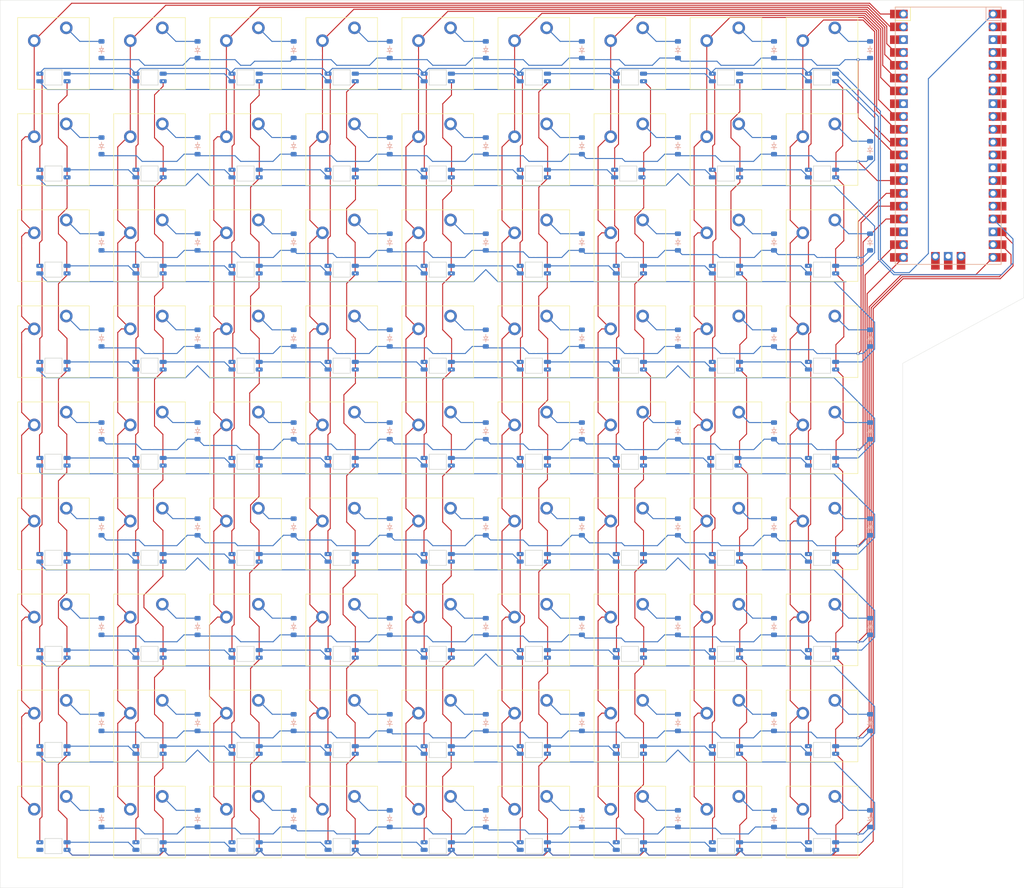
<source format=kicad_pcb>
(kicad_pcb (version 20241229) (generator "pcbnew") (generator_version "9.0")
  (layers (0 "F.Cu" signal) (2 "B.Cu" signal) (13 "F.Paste" user) (15 "B.Paste" user) (5 "F.SilkS" user "F.Silkscreen") (7 "B.SilkS" user "B.Silkscreen") (1 "F.Mask" user) (3 "B.Mask" user) (25 "Edge.Cuts" user))
  (net 0 "")
  (net 1 "Net-(D1-A)")
  (net 2 "ROW0")
  (net 3 "Net-(D2-A)")
  (net 4 "Net-(D3-A)")
  (net 5 "Net-(D4-A)")
  (net 6 "Net-(D5-A)")
  (net 7 "Net-(D6-A)")
  (net 8 "Net-(D7-A)")
  (net 9 "Net-(D8-A)")
  (net 10 "Net-(D9-A)")
  (net 11 "Net-(D10-A)")
  (net 12 "ROW1")
  (net 13 "Net-(D11-A)")
  (net 14 "Net-(D12-A)")
  (net 15 "Net-(D13-A)")
  (net 16 "Net-(D14-A)")
  (net 17 "Net-(D15-A)")
  (net 18 "Net-(D16-A)")
  (net 19 "Net-(D17-A)")
  (net 20 "Net-(D18-A)")
  (net 21 "Net-(D19-A)")
  (net 22 "ROW2")
  (net 23 "Net-(D20-A)")
  (net 24 "Net-(D21-A)")
  (net 25 "Net-(D22-A)")
  (net 26 "Net-(D23-A)")
  (net 27 "Net-(D24-A)")
  (net 28 "Net-(D25-A)")
  (net 29 "Net-(D26-A)")
  (net 30 "Net-(D27-A)")
  (net 31 "ROW3")
  (net 32 "Net-(D28-A)")
  (net 33 "Net-(D29-A)")
  (net 34 "Net-(D30-A)")
  (net 35 "Net-(D31-A)")
  (net 36 "Net-(D32-A)")
  (net 37 "Net-(D33-A)")
  (net 38 "Net-(D34-A)")
  (net 39 "Net-(D35-A)")
  (net 40 "Net-(D36-A)")
  (net 41 "Net-(D37-A)")
  (net 42 "ROW4")
  (net 43 "Net-(D38-A)")
  (net 44 "Net-(D39-A)")
  (net 45 "Net-(D40-A)")
  (net 46 "Net-(D41-A)")
  (net 47 "Net-(D42-A)")
  (net 48 "Net-(D43-A)")
  (net 49 "Net-(D44-A)")
  (net 50 "Net-(D45-A)")
  (net 51 "Net-(D46-A)")
  (net 52 "ROW5")
  (net 53 "Net-(D47-A)")
  (net 54 "Net-(D48-A)")
  (net 55 "Net-(D49-A)")
  (net 56 "Net-(D50-A)")
  (net 57 "Net-(D51-A)")
  (net 58 "Net-(D52-A)")
  (net 59 "Net-(D53-A)")
  (net 60 "Net-(D54-A)")
  (net 61 "ROW6")
  (net 62 "Net-(D55-A)")
  (net 63 "Net-(D56-A)")
  (net 64 "Net-(D57-A)")
  (net 65 "Net-(D58-A)")
  (net 66 "Net-(D59-A)")
  (net 67 "Net-(D60-A)")
  (net 68 "Net-(D61-A)")
  (net 69 "Net-(D62-A)")
  (net 70 "Net-(D63-A)")
  (net 71 "ROW7")
  (net 72 "Net-(D64-A)")
  (net 73 "Net-(D65-A)")
  (net 74 "Net-(D66-A)")
  (net 75 "Net-(D67-A)")
  (net 76 "Net-(D68-A)")
  (net 77 "Net-(D69-A)")
  (net 78 "Net-(D70-A)")
  (net 79 "Net-(D71-A)")
  (net 80 "Net-(D72-A)")
  (net 81 "Net-(D73-A)")
  (net 82 "ROW8")
  (net 83 "Net-(D74-A)")
  (net 84 "Net-(D75-A)")
  (net 85 "Net-(D76-A)")
  (net 86 "Net-(D77-A)")
  (net 87 "Net-(D78-A)")
  (net 88 "Net-(D79-A)")
  (net 89 "Net-(D80-A)")
  (net 90 "Net-(D81-A)")
  (net 91 "VBUS")
  (net 92 "Net-(D82-DOUT)")
  (net 93 "LED")
  (net 94 "GND")
  (net 95 "Net-(D83-DOUT)")
  (net 96 "Net-(D84-DOUT)")
  (net 97 "Net-(D85-DOUT)")
  (net 98 "Net-(D87-DOUT)")
  (net 99 "Net-(D88-DOUT)")
  (net 100 "Net-(D89-DOUT)")
  (net 101 "Net-(D90-DOUT)")
  (net 102 "Net-(D91-DOUT)")
  (net 103 "Net-(D92-DOUT)")
  (net 104 "Net-(D93-DOUT)")
  (net 105 "Net-(D94-DOUT)")
  (net 106 "Net-(D96-DOUT)")
  (net 107 "Net-(D97-DOUT)")
  (net 108 "Net-(D98-DOUT)")
  (net 109 "Net-(D100-DIN)")
  (net 110 "Net-(D100-DOUT)")
  (net 111 "Net-(D101-DOUT)")
  (net 112 "Net-(D102-DOUT)")
  (net 113 "Net-(D103-DOUT)")
  (net 114 "Net-(D105-DOUT)")
  (net 115 "Net-(D106-DOUT)")
  (net 116 "Net-(D107-DOUT)")
  (net 117 "Net-(D108-DOUT)")
  (net 118 "Net-(D109-DOUT)")
  (net 119 "Net-(D110-DOUT)")
  (net 120 "Net-(D111-DOUT)")
  (net 121 "Net-(D112-DOUT)")
  (net 122 "Net-(D114-DOUT)")
  (net 123 "Net-(D115-DOUT)")
  (net 124 "Net-(D116-DOUT)")
  (net 125 "Net-(D117-DOUT)")
  (net 126 "Net-(D118-DOUT)")
  (net 127 "Net-(D119-DOUT)")
  (net 128 "Net-(D120-DOUT)")
  (net 129 "Net-(D121-DOUT)")
  (net 130 "Net-(D123-DOUT)")
  (net 131 "Net-(D124-DOUT)")
  (net 132 "Net-(D125-DOUT)")
  (net 133 "Net-(D126-DOUT)")
  (net 134 "Net-(D127-DOUT)")
  (net 135 "Net-(D128-DOUT)")
  (net 136 "Net-(D129-DOUT)")
  (net 137 "Net-(D130-DOUT)")
  (net 138 "Net-(D132-DOUT)")
  (net 139 "Net-(D133-DOUT)")
  (net 140 "Net-(D134-DOUT)")
  (net 141 "Net-(D142-DOUT)")
  (net 142 "Net-(D135-DOUT)")
  (net 143 "Net-(D136-DOUT)")
  (net 144 "Net-(D137-DOUT)")
  (net 145 "Net-(D138-DOUT)")
  (net 146 "Net-(D139-DOUT)")
  (net 147 "Net-(D141-DOUT)")
  (net 148 "Net-(D151-DOUT)")
  (net 149 "Net-(D143-DOUT)")
  (net 150 "Net-(D160-DOUT)")
  (net 151 "Net-(D144-DOUT)")
  (net 152 "Net-(D145-DOUT)")
  (net 153 "Net-(D146-DOUT)")
  (net 154 "Net-(D147-DOUT)")
  (net 155 "Net-(D148-DOUT)")
  (net 156 "Net-(D150-DOUT)")
  (net 157 "Net-(D152-DOUT)")
  (net 158 "Net-(D153-DOUT)")
  (net 159 "Net-(D154-DOUT)")
  (net 160 "Net-(D155-DOUT)")
  (net 161 "Net-(D156-DOUT)")
  (net 162 "Net-(D157-DOUT)")
  (net 163 "Net-(D159-DOUT)")
  (net 164 "Net-(D161-DOUT)")
  (net 171 "COL0")
  (net 173 "COL7")
  (net 180 "COL2")
  (net 181 "COL5")
  (net 182 "COL6")
  (net 184 "COL3")
  (net 186 "COL8")
  (net 187 "COL4")
  (net 190 "COL1")
  (net 197 "Net-(D86-DOUT)")
  (net 198 "Net-(D95-DOUT)")
  (net 199 "Net-(D104-DOUT)")
  (net 200 "Net-(D113-DOUT)")
  (net 201 "Net-(D122-DOUT)")
  (net 202 "Net-(D131-DOUT)")
  (net 203 "Net-(D140-DOUT)")
  (net 204 "Net-(D149-DOUT)")
  (net 205 "Net-(D158-DOUT)")
  (footprint "ScottoKeebs_MX:MX_PCB_1.00u" (layer "F.Cu") (at 123.825 142.875)
    (property "Reference" "S60" (hide yes))
    (property "Value" "~" (hide yes))
  )
  (footprint "ScottoKeebs_MX:MX_PCB_1.00u" (layer "F.Cu") (at 47.625 47.625)
    (property "Reference" "S11" (hide yes))
    (property "Value" "~" (hide yes))
  )
  (footprint "MountingHole:MountingHole_2.2mm_M2" (layer "F.Cu") (at 152.4 133.35)
    (property "Reference" "H6" (hide yes))
    (property "Value" "MountingHole" (hide yes))
  )
  (footprint "ScottoKeebs_MX:MX_PCB_1.00u" (layer "F.Cu") (at 123.825 28.575)
    (property "Reference" "S6" (hide yes))
    (property "Value" "~" (hide yes))
  )
  (footprint "ScottoKeebs_MX:MX_PCB_1.00u" (layer "F.Cu") (at 66.675 123.825)
    (property "Reference" "S48" (hide yes))
    (property "Value" "~" (hide yes))
  )
  (footprint "ScottoKeebs_MX:MX_PCB_1.00u" (layer "F.Cu") (at 161.925 66.675)
    (property "Reference" "S26" (hide yes))
    (property "Value" "~" (hide yes))
  )
  (footprint "ScottoKeebs_MX:MX_PCB_1.00u" (layer "F.Cu") (at 142.875 180.975)
    (property "Reference" "S79" (hide yes))
    (property "Value" "~" (hide yes))
  )
  (footprint "ScottoKeebs_MX:MX_PCB_1.00u" (layer "F.Cu") (at 28.575 142.875)
    (property "Reference" "S55" (hide yes))
    (property "Value" "~" (hide yes))
  )
  (footprint "ScottoKeebs_MX:MX_PCB_1.00u" (layer "F.Cu") (at 123.825 85.725)
    (property "Reference" "S33" (hide yes))
    (property "Value" "~" (hide yes))
  )
  (footprint "ScottoKeebs_MX:MX_PCB_1.00u" (layer "F.Cu") (at 104.775 85.725)
    (property "Reference" "S32" (hide yes))
    (property "Value" "~" (hide yes))
  )
  (footprint "ScottoKeebs_MX:MX_PCB_1.00u" (layer "F.Cu") (at 66.675 28.575)
    (property "Reference" "S3" (hide yes))
    (property "Value" "~" (hide yes))
  )
  (footprint "ScottoKeebs_MX:MX_PCB_1.00u" (layer "F.Cu") (at 104.775 47.625)
    (property "Reference" "S14" (hide yes))
    (property "Value" "~" (hide yes))
  )
  (footprint "ScottoKeebs_MX:MX_PCB_1.00u" (layer "F.Cu") (at 47.625 104.775)
    (property "Reference" "S38" (hide yes))
    (property "Value" "~" (hide yes))
  )
  (footprint "ScottoKeebs_MX:MX_PCB_1.00u" (layer "F.Cu") (at 161.925 28.575)
    (property "Reference" "S8" (hide yes))
    (property "Value" "~" (hide yes))
  )
  (footprint "ScottoKeebs_MCU:Raspberry_Pi_Pico" (layer "F.Cu") (at 205.99625 44.89)
    (property "Reference" "U1" (hide yes))
    (property "Value" "Raspberry_Pi_Pico" (hide yes))
  )
  (footprint "ScottoKeebs_MX:MX_PCB_1.00u" (layer "F.Cu") (at 180.975 28.575)
    (property "Reference" "S9" (hide yes))
    (property "Value" "~" (hide yes))
  )
  (footprint "MountingHole:MountingHole_2.2mm_M2" (layer "F.Cu") (at 114.3 76.2)
    (property "Reference" "H9" (hide yes))
    (property "Value" "MountingHole" (hide yes))
  )
  (footprint "ScottoKeebs_MX:MX_PCB_1.00u" (layer "F.Cu") (at 66.675 161.925)
    (property "Reference" "S66" (hide yes))
    (property "Value" "~" (hide yes))
  )
  (footprint "ScottoKeebs_MX:MX_PCB_1.00u" (layer "F.Cu") (at 123.825 66.675)
    (property "Reference" "S24" (hide yes))
    (property "Value" "~" (hide yes))
  )
  (footprint "ScottoKeebs_MX:MX_PCB_1.00u" (layer "F.Cu") (at 28.575 104.775)
    (property "Reference" "S37" (hide yes))
    (property "Value" "~" (hide yes))
  )
  (footprint "MountingHole:MountingHole_2.2mm_M2" (layer "F.Cu") (at 152.4 171.45)
    (property "Reference" "H8" (hide yes))
    (property "Value" "MountingHole" (hide yes))
  )
  (footprint "ScottoKeebs_MX:MX_PCB_1.00u" (layer "F.Cu") (at 85.725 85.725)
    (property "Reference" "S31" (hide yes))
    (property "Value" "~" (hide yes))
  )
  (footprint "ScottoKeebs_MX:MX_PCB_1.00u" (layer "F.Cu") (at 142.875 142.875)
    (property "Reference" "S61" (hide yes))
    (property "Value" "~" (hide yes))
  )
  (footprint "ScottoKeebs_MX:MX_PCB_1.00u" (layer "F.Cu") (at 28.575 161.925)
    (property "Reference" "S64" (hide yes))
    (property "Value" "~" (hide yes))
  )
  (footprint "ScottoKeebs_MX:MX_PCB_1.00u" (layer "F.Cu") (at 66.675 85.725)
    (property "Reference" "S30" (hide yes))
    (property "Value" "~" (hide yes))
  )
  (footprint "MountingHole:MountingHole_2.2mm_M2" (layer "F.Cu") (at 213.11875 76.25)
    (property "Reference" "H12" (hide yes))
    (property "Value" "MountingHole" (hide yes))
  )
  (footprint "ScottoKeebs_MX:MX_PCB_1.00u" (layer "F.Cu") (at 104.775 142.875)
    (property "Reference" "S59" (hide yes))
    (property "Value" "~" (hide yes))
  )
  (footprint "ScottoKeebs_MX:MX_PCB_1.00u" (layer "F.Cu") (at 85.725 123.825)
    (property "Reference" "S49" (hide yes))
    (property "Value" "~" (hide yes))
  )
  (footprint "ScottoKeebs_MX:MX_PCB_1.00u" (layer "F.Cu") (at 28.575 66.675)
    (property "Reference" "S19" (hide yes))
    (property "Value" "~" (hide yes))
  )
  (footprint "ScottoKeebs_MX:MX_PCB_1.00u" (layer "F.Cu") (at 47.625 180.975)
    (property "Reference" "S74" (hide yes))
    (property "Value" "~" (hide yes))
  )
  (footprint "ScottoKeebs_MX:MX_PCB_1.00u" (layer "F.Cu") (at 104.775 28.575)
    (property "Reference" "S5" (hide yes))
    (property "Value" "~" (hide yes))
  )
  (footprint "ScottoKeebs_MX:MX_PCB_1.00u" (layer "F.Cu") (at 47.625 66.675)
    (property "Reference" "S20" (hide yes))
    (property "Value" "~" (hide yes))
  )
  (footprint "ScottoKeebs_MX:MX_PCB_1.00u" (layer "F.Cu") (at 180.975 85.725)
    (property "Reference" "S36" (hide yes))
    (property "Value" "~" (hide yes))
  )
  (footprint "ScottoKeebs_MX:MX_PCB_1.00u" (layer "F.Cu") (at 180.975 104.775)
    (property "Reference" "S45" (hide yes))
    (property "Value" "~" (hide yes))
  )
  (footprint "ScottoKeebs_MX:MX_PCB_1.00u" (layer "F.Cu") (at 142.875 85.725)
    (property "Reference" "S34" (hide yes))
    (property "Value" "~" (hide yes))
  )
  (footprint "ScottoKeebs_MX:MX_PCB_1.00u" (layer "F.Cu") (at 85.725 142.875)
    (property "Reference" "S58" (hide yes))
    (property "Value" "~" (hide yes))
  )
  (footprint "ScottoKeebs_MX:MX_PCB_1.00u" (layer "F.Cu") (at 123.825 180.975)
    (property "Reference" "S78" (hide yes))
    (property "Value" "~" (hide yes))
  )
  (footprint "ScottoKeebs_MX:MX_PCB_1.00u" (layer "F.Cu") (at 104.775 66.675)
    (property "Reference" "S23" (hide yes))
    (property "Value" "~" (hide yes))
  )
  (footprint "MountingHole:MountingHole_2.2mm_M2" (layer "F.Cu") (at 152.4 57.15)
    (property "Reference" "H2" (hide yes))
    (property "Value" "MountingHole" (hide yes))
  )
  (footprint "ScottoKeebs_MX:MX_PCB_1.00u" (layer "F.Cu") (at 180.975 161.925)
    (property "Reference" "S72" (hide yes))
    (property "Value" "~" (hide yes))
  )
  (footprint "ScottoKeebs_MX:MX_PCB_1.00u" (layer "F.Cu") (at 180.975 142.875)
    (property "Reference" "S63" (hide yes))
    (property "Value" "~" (hide yes))
  )
  (footprint "ScottoKeebs_MX:MX_PCB_1.00u" (layer "F.Cu") (at 123.825 47.625)
    (property "Reference" "S15" (hide yes))
    (property "Value" "~" (hide yes))
  )
  (footprint "ScottoKeebs_MX:MX_PCB_1.00u" (layer "F.Cu") (at 180.975 47.625)
    (property "Reference" "S18" (hide yes))
    (property "Value" "~" (hide yes))
  )
  (footprint "ScottoKeebs_MX:MX_PCB_1.00u" (layer "F.Cu") (at 180.975 66.675)
    (property "Reference" "S27" (hide yes))
    (property "Value" "~" (hide yes))
  )
  (footprint "ScottoKeebs_MX:MX_PCB_1.00u" (layer "F.Cu") (at 161.925 180.975)
    (property "Reference" "S80" (hide yes))
    (property "Value" "~" (hide yes))
  )
  (footprint "ScottoKeebs_MX:MX_PCB_1.00u" (layer "F.Cu") (at 161.925 47.625)
    (property "Reference" "S17" (hide yes))
    (property "Value" "~" (hide yes))
  )
  (footprint "ScottoKeebs_MX:MX_PCB_1.00u" (layer "F.Cu") (at 180.975 123.825)
    (property "Reference" "S54" (hide yes))
    (property "Value" "~" (hide yes))
  )
  (footprint "ScottoKeebs_MX:MX_PCB_1.00u" (layer "F.Cu") (at 47.625 85.725)
    (property "Reference" "S29" (hide yes))
    (property "Value" "~" (hide yes))
  )
  (footprint "ScottoKeebs_MX:MX_PCB_1.00u" (layer "F.Cu") (at 28.575 28.575)
    (property "Reference" "S1" (hide yes))
    (property "Value" "~" (hide yes))
  )
  (footprint "ScottoKeebs_MX:MX_PCB_1.00u" (layer "F.Cu") (at 104.775 161.925)
    (property "Reference" "S68" (hide yes))
    (property "Value" "~" (hide yes))
  )
  (footprint "ScottoKeebs_MX:MX_PCB_1.00u" (layer "F.Cu") (at 66.675 180.975)
    (property "Reference" "S75" (hide yes))
    (property "Value" "~" (hide yes))
  )
  (footprint "ScottoKeebs_MX:MX_PCB_1.00u" (layer "F.Cu") (at 142.875 104.775)
    (property "Reference" "S43" (hide yes))
    (property "Value" "~" (hide yes))
  )
  (footprint "ScottoKeebs_MX:MX_PCB_1.00u" (layer "F.Cu") (at 142.875 28.575)
    (property "Reference" "S7" (hide yes))
    (property "Value" "~" (hide yes))
  )
  (footprint "MountingHole:MountingHole_2.2mm_M2" (layer "F.Cu") (at 57.15 57.15)
    (property "Reference" "H1" (hide yes))
    (property "Value" "MountingHole" (hide yes))
  )
  (footprint "ScottoKeebs_MX:MX_PCB_1.00u" (layer "F.Cu") (at 85.725 180.975)
    (property "Reference" "S76" (hide yes))
    (property "Value" "~" (hide yes))
  )
  (footprint "ScottoKeebs_MX:MX_PCB_1.00u" (layer "F.Cu") (at 161.925 123.825)
    (property "Reference" "S53" (hide yes))
    (property "Value" "~" (hide yes))
  )
  (footprint "ScottoKeebs_MX:MX_PCB_1.00u" (layer "F.Cu") (at 161.925 85.725)
    (property "Reference" "S35" (hide yes))
    (property "Value" "~" (hide yes))
  )
  (footprint "ScottoKeebs_MX:MX_PCB_1.00u" (layer "F.Cu") (at 104.775 104.775)
    (property "Reference" "S41" (hide yes))
    (property "Value" "~" (hide yes))
  )
  (footprint "ScottoKeebs_MX:MX_PCB_1.00u" (layer "F.Cu") (at 123.825 123.825)
    (property "Reference" "S51" (hide yes))
    (property "Value" "~" (hide yes))
  )
  (footprint "ScottoKeebs_MX:MX_PCB_1.00u" (layer "F.Cu") (at 85.725 47.625)
    (property "Reference" "S13" (hide yes))
    (property "Value" "~" (hide yes))
  )
  (footprint "ScottoKeebs_MX:MX_PCB_1.00u" (layer "F.Cu") (at 123.825 104.775)
    (property "Reference" "S42" (hide yes))
    (property "Value" "~" (hide yes))
  )
  (footprint "MountingHole:MountingHole_2.2mm_M2" (layer "F.Cu") (at 57.15 95.25)
    (property "Reference" "H3" (hide yes))
    (property "Value" "MountingHole" (hide yes))
  )
  (footprint "ScottoKeebs_MX:MX_PCB_1.00u" (layer "F.Cu") (at 142.875 47.625)
    (property "Reference" "S16" (hide yes))
    (property "Value" "~" (hide yes))
  )
  (footprint "ScottoKeebs_MX:MX_PCB_1.00u" (layer "F.Cu") (at 142.875 123.825)
    (property "Reference" "S52" (hide yes))
    (property "Value" "~" (hide yes))
  )
  (footprint "ScottoKeebs_MX:MX_PCB_1.00u" (layer "F.Cu") (at 85.725 66.675)
    (property "Reference" "S22" (hide yes))
    (property "Value" "~" (hide yes))
  )
  (footprint "ScottoKeebs_MX:MX_PCB_1.00u" (layer "F.Cu") (at 66.675 104.775)
    (property "Reference" "S39" (hide yes))
    (property "Value" "~" (hide yes))
  )
  (footprint "ScottoKeebs_MX:MX_PCB_1.00u" (layer "F.Cu") (at 180.975 180.975)
    (property "Reference" "S81" (hide yes))
    (property "Value" "~" (hide yes))
  )
  (footprint "ScottoKeebs_MX:MX_PCB_1.00u" (layer "F.Cu") (at 123.825 161.925)
    (property "Reference" "S69" (hide yes))
    (property "Value" "~" (hide yes))
  )
  (footprint "ScottoKeebs_MX:MX_PCB_1.00u" (layer "F.Cu") (at 85.725 161.925)
    (property "Reference" "S67" (hide yes))
    (property "Value" "~" (hide yes))
  )
  (footprint "ScottoKeebs_MX:MX_PCB_1.00u" (layer "F.Cu") (at 161.925 104.775)
    (property "Reference" "S44" (hide yes))
    (property "Value" "~" (hide yes))
  )
  (footprint "ScottoKeebs_MX:MX_PCB_1.00u" (layer "F.Cu") (at 66.675 142.875)
    (property "Reference" "S57" (hide yes))
    (property "Value" "~" (hide yes))
  )
  (footprint "MountingHole:MountingHole_2.2mm_M2" (layer "F.Cu") (at 57.15 171.45)
    (property "Reference" "H7" (hide yes))
    (property "Value" "MountingHole" (hide yes))
  )
  (footprint "ScottoKeebs_MX:MX_PCB_1.00u" (layer "F.Cu") (at 85.725 104.775)
    (property "Reference" "S40" (hide yes))
    (property "Value" "~" (hide yes))
  )
  (footprint "MountingHole:MountingHole_2.2mm_M2" (layer "F.Cu") (at 57.15 133.35)
    (property "Reference" "H5" (hide yes))
    (property "Value" "MountingHole" (hide yes))
  )
  (footprint "ScottoKeebs_MX:MX_PCB_1.00u" (layer "F.Cu") (at 28.575 180.975)
    (property "Reference" "S73" (hide yes))
    (property "Value" "~" (hide yes))
  )
  (footprint "ScottoKeebs_MX:MX_PCB_1.00u" (layer "F.Cu") (at 85.725 28.575)
    (property "Reference" "S4" (hide yes))
    (property "Value" "~" (hide yes))
  )
  (footprint "ScottoKeebs_MX:MX_PCB_1.00u" (layer "F.Cu") (at 161.925 161.925)
    (property "Reference" "S71" (hide yes))
    (property "Value" "~" (hide yes))
  )
  (footprint "ScottoKeebs_MX:MX_PCB_1.00u" (layer "F.Cu") (at 142.875 66.675)
    (property "Reference" "S25" (hide yes))
    (property "Value" "~" (hide yes))
  )
  (footprint "ScottoKeebs_MX:MX_PCB_1.00u" (layer "F.Cu") (at 104.775 123.825)
    (property "Reference" "S50" (hide yes))
    (property "Value" "~" (hide yes))
  )
  (footprint "MountingHole:MountingHole_2.2mm_M2" (layer "F.Cu") (at 200.025 80.9625)
    (property "Reference" "H11" (hide yes))
    (property "Value" "MountingHole" (hide yes))
  )
  (footprint "ScottoKeebs_MX:MX_PCB_1.00u" (layer "F.Cu") (at 47.625 28.575)
    (property "Reference" "S2" (hide yes))
    (property "Value" "~" (hide yes))
  )
  (footprint "ScottoKeebs_MX:MX_PCB_1.00u" (layer "F.Cu") (at 47.625 161.925)
    (property "Reference" "S65" (hide yes))
    (property "Value" "~" (hide yes))
  )
  (footprint "ScottoKeebs_MX:MX_PCB_1.00u" (layer "F.Cu") (at 28.575 85.725)
    (property "Reference" "S28" (hide yes))
    (property "Value" "~" (hide yes))
  )
  (footprint "ScottoKeebs_MX:MX_PCB_1.00u" (layer "F.Cu") (at 66.675 66.675)
    (property "Reference" "S21" (hide yes))
    (property "Value" "~" (hide yes))
  )
  (footprint "ScottoKeebs_MX:MX_PCB_1.00u" (layer "F.Cu") (at 47.625 123.825)
    (property "Reference" "S47" (hide yes))
    (property "Value" "~" (hide yes))
  )
  (footprint "MountingHole:MountingHole_2.2mm_M2" (layer "F.Cu") (at 152.4 95.25)
    (property "Reference" "H4" (hide yes))
    (property "Value" "MountingHole" (hide yes))
  )
  (footprint "ScottoKeebs_MX:MX_PCB_1.00u" (layer "F.Cu") (at 104.775 180.975)
    (property "Reference" "S77" (hide yes))
    (property "Value" "~" (hide yes))
  )
  (footprint "ScottoKeebs_MX:MX_PCB_1.00u" (layer "F.Cu") (at 47.625 142.875)
    (property "Reference" "S56" (hide yes))
    (property "Value" "~" (hide yes))
  )
  (footprint "ScottoKeebs_MX:MX_PCB_1.00u" (layer "F.Cu") (at 66.675 47.625)
    (property "Reference" "S12" (hide yes))
    (property "Value" "~" (hide yes))
  )
  (footprint "ScottoKeebs_MX:MX_PCB_1.00u" (layer "F.Cu") (at 142.875 161.925)
    (property "Reference" "S70" (hide yes))
    (property "Value" "~" (hide yes))
  )
  (footprint "ScottoKeebs_MX:MX_PCB_1.00u" (layer "F.Cu") (at 28.575 47.625)
    (property "Reference" "S10" (hide yes))
    (property "Value" "~" (hide yes))
  )
  (footprint "MountingHole:MountingHole_2.2mm_M2" (layer "F.Cu") (at 114.3 152.4)
    (property "Reference" "H10" (hide yes))
    (property "Value" "MountingHole" (hide yes))
  )
  (footprint "ScottoKeebs_MX:MX_PCB_1.00u" (layer "F.Cu") (at 161.925 142.875)
    (property "Reference" "S62" (hide yes))
    (property "Value" "~" (hide yes))
  )
  (footprint "ScottoKeebs_MX:MX_PCB_1.00u" (layer "F.Cu") (at 28.575 123.825)
    (property "Reference" "S46" (hide yes))
    (property "Value" "~" (hide yes))
  )
  (footprint "ScottoKeebs_Components:LED_SK6812MINI" (layer "B.Cu") (at 142.875 33.3375 180)
    (property "Reference" "D84" (hide yes))
    (property "Value" "LED_SK6812MINI" (hide yes))
    (fp_line (start 1.7 1.5) (end -1.7 1.5) (stroke (width 0.12)) (layer "Edge.Cuts"))
    (fp_line (start 1.7 -1.5) (end 1.7 1.5) (stroke (width 0.12)) (layer "Edge.Cuts"))
    (fp_line (start -1.7 1.5) (end -1.7 -1.5) (stroke (width 0.12)) (layer "Edge.Cuts"))
    (fp_line (start -1.7 -1.5) (end 1.7 -1.5) (stroke (width 0.12)) (layer "Edge.Cuts"))
  )
  (footprint "ScottoKeebs_Components:LED_SK6812MINI" (layer "B.Cu") (at 28.575 166.6875 180)
    (property "Reference" "D153" (hide yes))
    (property "Value" "LED_SK6812MINI" (hide yes))
    (fp_line (start 1.7 1.5) (end -1.7 1.5) (stroke (width 0.12)) (layer "Edge.Cuts"))
    (fp_line (start 1.7 -1.5) (end 1.7 1.5) (stroke (width 0.12)) (layer "Edge.Cuts"))
    (fp_line (start -1.7 1.5) (end -1.7 -1.5) (stroke (width 0.12)) (layer "Edge.Cuts"))
    (fp_line (start -1.7 -1.5) (end 1.7 -1.5) (stroke (width 0.12)) (layer "Edge.Cuts"))
  )
  (footprint "ScottoKeebs_Components:LED_SK6812MINI" (layer "B.Cu") (at 161.925 33.3375 180)
    (property "Reference" "D83" (hide yes))
    (property "Value" "LED_SK6812MINI" (hide yes))
    (fp_line (start 1.7 1.5) (end -1.7 1.5) (stroke (width 0.12)) (layer "Edge.Cuts"))
    (fp_line (start 1.7 -1.5) (end 1.7 1.5) (stroke (width 0.12)) (layer "Edge.Cuts"))
    (fp_line (start -1.7 1.5) (end -1.7 -1.5) (stroke (width 0.12)) (layer "Edge.Cuts"))
    (fp_line (start -1.7 -1.5) (end 1.7 -1.5) (stroke (width 0.12)) (layer "Edge.Cuts"))
  )
  (footprint "ScottoKeebs_Components:LED_SK6812MINI" (layer "B.Cu") (at 28.575 33.3375 180)
    (property "Reference" "D90" (hide yes))
    (property "Value" "LED_SK6812MINI" (hide yes))
    (fp_line (start 1.7 1.5) (end -1.7 1.5) (stroke (width 0.12)) (layer "Edge.Cuts"))
    (fp_line (start 1.7 -1.5) (end 1.7 1.5) (stroke (width 0.12)) (layer "Edge.Cuts"))
    (fp_line (start -1.7 1.5) (end -1.7 -1.5) (stroke (width 0.12)) (layer "Edge.Cuts"))
    (fp_line (start -1.7 -1.5) (end 1.7 -1.5) (stroke (width 0.12)) (layer "Edge.Cuts"))
  )
  (footprint "ScottoKeebs_Components:Diode_SOD-123" (layer "B.Cu") (at 152.4 122.4625 90)
    (property "Reference" "D52" (hide yes))
    (property "Value" "~" (hide yes))
  )
  (footprint "ScottoKeebs_Components:LED_SK6812MINI" (layer "B.Cu") (at 142.875 90.4875 180)
    (property "Reference" "D111" (hide yes))
    (property "Value" "LED_SK6812MINI" (hide yes))
    (fp_line (start 1.7 1.5) (end -1.7 1.5) (stroke (width 0.12)) (layer "Edge.Cuts"))
    (fp_line (start 1.7 -1.5) (end 1.7 1.5) (stroke (width 0.12)) (layer "Edge.Cuts"))
    (fp_line (start -1.7 1.5) (end -1.7 -1.5) (stroke (width 0.12)) (layer "Edge.Cuts"))
    (fp_line (start -1.7 -1.5) (end 1.7 -1.5) (stroke (width 0.12)) (layer "Edge.Cuts"))
  )
  (footprint "ScottoKeebs_Components:LED_SK6812MINI" (layer "B.Cu") (at 47.625 90.4875 180)
    (property "Reference" "D116" (hide yes))
    (property "Value" "LED_SK6812MINI" (hide yes))
    (fp_line (start 1.7 1.5) (end -1.7 1.5) (stroke (width 0.12)) (layer "Edge.Cuts"))
    (fp_line (start 1.7 -1.5) (end 1.7 1.5) (stroke (width 0.12)) (layer "Edge.Cuts"))
    (fp_line (start -1.7 1.5) (end -1.7 -1.5) (stroke (width 0.12)) (layer "Edge.Cuts"))
    (fp_line (start -1.7 -1.5) (end 1.7 -1.5) (stroke (width 0.12)) (layer "Edge.Cuts"))
  )
  (footprint "ScottoKeebs_Components:Diode_SOD-123" (layer "B.Cu") (at 133.35 142.20625 90)
    (property "Reference" "D60" (hide yes))
    (property "Value" "~" (hide yes))
  )
  (footprint "ScottoKeebs_Components:LED_SK6812MINI" (layer "B.Cu") (at 180.975 128.5875 180)
    (property "Reference" "D127" (hide yes))
    (property "Value" "LED_SK6812MINI" (hide yes))
    (fp_line (start 1.7 1.5) (end -1.7 1.5) (stroke (width 0.12)) (layer "Edge.Cuts"))
    (fp_line (start 1.7 -1.5) (end 1.7 1.5) (stroke (width 0.12)) (layer "Edge.Cuts"))
    (fp_line (start -1.7 1.5) (end -1.7 -1.5) (stroke (width 0.12)) (layer "Edge.Cuts"))
    (fp_line (start -1.7 -1.5) (end 1.7 -1.5) (stroke (width 0.12)) (layer "Edge.Cuts"))
  )
  (footprint "ScottoKeebs_Components:LED_SK6812MINI" (layer "B.Cu") (at 104.775 109.5375 180)
    (property "Reference" "D122" (hide yes))
    (property "Value" "LED_SK6812MINI" (hide yes))
    (fp_line (start 1.7 1.5) (end -1.7 1.5) (stroke (width 0.12)) (layer "Edge.Cuts"))
    (fp_line (start 1.7 -1.5) (end 1.7 1.5) (stroke (width 0.12)) (layer "Edge.Cuts"))
    (fp_line (start -1.7 1.5) (end -1.7 -1.5) (stroke (width 0.12)) (layer "Edge.Cuts"))
    (fp_line (start -1.7 -1.5) (end 1.7 -1.5) (stroke (width 0.12)) (layer "Edge.Cuts"))
  )
  (footprint "ScottoKeebs_Components:Diode_SOD-123" (layer "B.Cu") (at 190.5 180.30625 90)
    (property "Reference" "D81" (hide yes))
    (property "Value" "~" (hide yes))
  )
  (footprint "ScottoKeebs_Components:LED_SK6812MINI" (layer "B.Cu") (at 85.725 166.6875 180)
    (property "Reference" "D150" (hide yes))
    (property "Value" "LED_SK6812MINI" (hide yes))
    (fp_line (start 1.7 1.5) (end -1.7 1.5) (stroke (width 0.12)) (layer "Edge.Cuts"))
    (fp_line (start 1.7 -1.5) (end 1.7 1.5) (stroke (width 0.12)) (layer "Edge.Cuts"))
    (fp_line (start -1.7 1.5) (end -1.7 -1.5) (stroke (width 0.12)) (layer "Edge.Cuts"))
    (fp_line (start -1.7 -1.5) (end 1.7 -1.5) (stroke (width 0.12)) (layer "Edge.Cuts"))
  )
  (footprint "ScottoKeebs_Components:Diode_SOD-123" (layer "B.Cu") (at 38.1 180.30625 90)
    (property "Reference" "D73" (hide yes))
    (property "Value" "~" (hide yes))
  )
  (footprint "ScottoKeebs_Components:Diode_SOD-123" (layer "B.Cu") (at 114.3 161.25625 90)
    (property "Reference" "D68" (hide yes))
    (property "Value" "~" (hide yes))
  )
  (footprint "ScottoKeebs_Components:Diode_SOD-123" (layer "B.Cu") (at 171.45 103.4125 90)
    (property "Reference" "D44" (hide yes))
    (property "Value" "~" (hide yes))
  )
  (footprint "ScottoKeebs_Components:Diode_SOD-123" (layer "B.Cu") (at 95.25 142.20625 90)
    (property "Reference" "D58" (hide yes))
    (property "Value" "~" (hide yes))
  )
  (footprint "ScottoKeebs_Components:LED_SK6812MINI" (layer "B.Cu") (at 47.625 33.3375 180)
    (property "Reference" "D89" (hide yes))
    (property "Value" "LED_SK6812MINI" (hide yes))
    (fp_line (start 1.7 1.5) (end -1.7 1.5) (stroke (width 0.12)) (layer "Edge.Cuts"))
    (fp_line (start 1.7 -1.5) (end 1.7 1.5) (stroke (width 0.12)) (layer "Edge.Cuts"))
    (fp_line (start -1.7 1.5) (end -1.7 -1.5) (stroke (width 0.12)) (layer "Edge.Cuts"))
    (fp_line (start -1.7 -1.5) (end 1.7 -1.5) (stroke (width 0.12)) (layer "Edge.Cuts"))
  )
  (footprint "ScottoKeebs_Components:LED_SK6812MINI" (layer "B.Cu") (at 28.575 109.5375 180)
    (property "Reference" "D126" (hide yes))
    (property "Value" "LED_SK6812MINI" (hide yes))
    (fp_line (start 1.7 1.5) (end -1.7 1.5) (stroke (width 0.12)) (layer "Edge.Cuts"))
    (fp_line (start 1.7 -1.5) (end 1.7 1.5) (stroke (width 0.12)) (layer "Edge.Cuts"))
    (fp_line (start -1.7 1.5) (end -1.7 -1.5) (stroke (width 0.12)) (layer "Edge.Cuts"))
    (fp_line (start -1.7 -1.5) (end 1.7 -1.5) (stroke (width 0.12)) (layer "Edge.Cuts"))
  )
  (footprint "ScottoKeebs_Components:Diode_SOD-123" (layer "B.Cu") (at 133.35 27.83125 90)
    (property "Reference" "D6" (hide yes))
    (property "Value" "~" (hide yes))
  )
  (footprint "ScottoKeebs_Components:Diode_SOD-123" (layer "B.Cu") (at 171.45 27.83125 90)
    (property "Reference" "D8" (hide yes))
    (property "Value" "~" (hide yes))
  )
  (footprint "ScottoKeebs_Components:LED_SK6812MINI" (layer "B.Cu") (at 180.975 33.3375 180)
    (property "Reference" "D82" (hide yes))
    (property "Value" "LED_SK6812MINI" (hide yes))
    (fp_line (start 1.7 1.5) (end -1.7 1.5) (stroke (width 0.12)) (layer "Edge.Cuts"))
    (fp_line (start 1.7 -1.5) (end 1.7 1.5) (stroke (width 0.12)) (layer "Edge.Cuts"))
    (fp_line (start -1.7 1.5) (end -1.7 -1.5) (stroke (width 0.12)) (layer "Edge.Cuts"))
    (fp_line (start -1.7 -1.5) (end 1.7 -1.5) (stroke (width 0.12)) (layer "Edge.Cuts"))
  )
  (footprint "ScottoKeebs_Components:LED_SK6812MINI" (layer "B.Cu") (at 161.925 147.6375 180)
    (property "Reference" "D137" (hide yes))
    (property "Value" "LED_SK6812MINI" (hide yes))
    (fp_line (start 1.7 1.5) (end -1.7 1.5) (stroke (width 0.12)) (layer "Edge.Cuts"))
    (fp_line (start 1.7 -1.5) (end 1.7 1.5) (stroke (width 0.12)) (layer "Edge.Cuts"))
    (fp_line (start -1.7 1.5) (end -1.7 -1.5) (stroke (width 0.12)) (layer "Edge.Cuts"))
    (fp_line (start -1.7 -1.5) (end 1.7 -1.5) (stroke (width 0.12)) (layer "Edge.Cuts"))
  )
  (footprint "ScottoKeebs_Components:LED_SK6812MINI" (layer "B.Cu") (at 123.825 109.5375 180)
    (property "Reference" "D121" (hide yes))
    (property "Value" "LED_SK6812MINI" (hide yes))
    (fp_line (start 1.7 1.5) (end -1.7 1.5) (stroke (width 0.12)) (layer "Edge.Cuts"))
    (fp_line (start 1.7 -1.5) (end 1.7 1.5) (stroke (width 0.12)) (layer "Edge.Cuts"))
    (fp_line (start -1.7 1.5) (end -1.7 -1.5) (stroke (width 0.12)) (layer "Edge.Cuts"))
    (fp_line (start -1.7 -1.5) (end 1.7 -1.5) (stroke (width 0.12)) (layer "Edge.Cuts"))
  )
  (footprint "ScottoKeebs_Components:LED_SK6812MINI" (layer "B.Cu") (at 161.925 128.5875 180)
    (property "Reference" "D128" (hide yes))
    (property "Value" "LED_SK6812MINI" (hide yes))
    (fp_line (start 1.7 1.5) (end -1.7 1.5) (stroke (width 0.12)) (layer "Edge.Cuts"))
    (fp_line (start 1.7 -1.5) (end 1.7 1.5) (stroke (width 0.12)) (layer "Edge.Cuts"))
    (fp_line (start -1.7 1.5) (end -1.7 -1.5) (stroke (width 0.12)) (layer "Edge.Cuts"))
    (fp_line (start -1.7 -1.5) (end 1.7 -1.5) (stroke (width 0.12)) (layer "Edge.Cuts"))
  )
  (footprint "ScottoKeebs_Components:LED_SK6812MINI" (layer "B.Cu") (at 123.825 166.6875 180)
    (property "Reference" "D148" (hide yes))
    (property "Value" "LED_SK6812MINI" (hide yes))
    (fp_line (start 1.7 1.5) (end -1.7 1.5) (stroke (width 0.12)) (layer "Edge.Cuts"))
    (fp_line (start 1.7 -1.5) (end 1.7 1.5) (stroke (width 0.12)) (layer "Edge.Cuts"))
    (fp_line (start -1.7 1.5) (end -1.7 -1.5) (stroke (width 0.12)) (layer "Edge.Cuts"))
    (fp_line (start -1.7 -1.5) (end 1.7 -1.5) (stroke (width 0.12)) (layer "Edge.Cuts"))
  )
  (footprint "ScottoKeebs_Components:Diode_SOD-123" (layer "B.Cu") (at 114.3 46.89375 90)
    (property "Reference" "D14" (hide yes))
    (property "Value" "~" (hide yes))
  )
  (footprint "ScottoKeebs_Components:Diode_SOD-123" (layer "B.Cu") (at 190.5 142.20625 90)
    (property "Reference" "D63" (hide yes))
    (property "Value" "~" (hide yes))
  )
  (footprint "ScottoKeebs_Components:LED_SK6812MINI" (layer "B.Cu") (at 180.975 166.6875 180)
    (property "Reference" "D145" (hide yes))
    (property "Value" "LED_SK6812MINI" (hide yes))
    (fp_line (start 1.7 1.5) (end -1.7 1.5) (stroke (width 0.12)) (layer "Edge.Cuts"))
    (fp_line (start 1.7 -1.5) (end 1.7 1.5) (stroke (width 0.12)) (layer "Edge.Cuts"))
    (fp_line (start -1.7 1.5) (end -1.7 -1.5) (stroke (width 0.12)) (layer "Edge.Cuts"))
    (fp_line (start -1.7 -1.5) (end 1.7 -1.5) (stroke (width 0.12)) (layer "Edge.Cuts"))
  )
  (footprint "ScottoKeebs_Components:LED_SK6812MINI" (layer "B.Cu") (at 28.575 185.7375 180)
    (property "Reference" "D162" (hide yes))
    (property "Value" "LED_SK6812MINI" (hide yes))
    (fp_line (start 1.7 1.5) (end -1.7 1.5) (stroke (width 0.12)) (layer "Edge.Cuts"))
    (fp_line (start 1.7 -1.5) (end 1.7 1.5) (stroke (width 0.12)) (layer "Edge.Cuts"))
    (fp_line (start -1.7 1.5) (end -1.7 -1.5) (stroke (width 0.12)) (layer "Edge.Cuts"))
    (fp_line (start -1.7 -1.5) (end 1.7 -1.5) (stroke (width 0.12)) (layer "Edge.Cuts"))
  )
  (footprint "ScottoKeebs_Components:LED_SK6812MINI" (layer "B.Cu") (at 180.975 185.7375 180)
    (property "Reference" "D154" (hide yes))
    (property "Value" "LED_SK6812MINI" (hide yes))
    (fp_line (start 1.7 1.5) (end -1.7 1.5) (stroke (width 0.12)) (layer "Edge.Cuts"))
    (fp_line (start 1.7 -1.5) (end 1.7 1.5) (stroke (width 0.12)) (layer "Edge.Cuts"))
    (fp_line (start -1.7 1.5) (end -1.7 -1.5) (stroke (width 0.12)) (layer "Edge.Cuts"))
    (fp_line (start -1.7 -1.5) (end 1.7 -1.5) (stroke (width 0.12)) (layer "Edge.Cuts"))
  )
  (footprint "ScottoKeebs_Components:LED_SK6812MINI" (layer "B.Cu") (at 66.675 109.5375 180)
    (property "Reference" "D124" (hide yes))
    (property "Value" "LED_SK6812MINI" (hide yes))
    (fp_line (start 1.7 1.5) (end -1.7 1.5) (stroke (width 0.12)) (layer "Edge.Cuts"))
    (fp_line (start 1.7 -1.5) (end 1.7 1.5) (stroke (width 0.12)) (layer "Edge.Cuts"))
    (fp_line (start -1.7 1.5) (end -1.7 -1.5) (stroke (width 0.12)) (layer "Edge.Cuts"))
    (fp_line (start -1.7 -1.5) (end 1.7 -1.5) (stroke (width 0.12)) (layer "Edge.Cuts"))
  )
  (footprint "ScottoKeebs_Components:Diode_SOD-123" (layer "B.Cu") (at 38.1 103.4125 90)
    (property "Reference" "D37" (hide yes))
    (property "Value" "~" (hide yes))
  )
  (footprint "ScottoKeebs_Components:Diode_SOD-123" (layer "B.Cu") (at 95.25 65.96875 90)
    (property "Reference" "D22" (hide yes))
    (property "Value" "~" (hide yes))
  )
  (footprint "ScottoKeebs_Components:LED_SK6812MINI" (layer "B.Cu") (at 85.725 33.3375 180)
    (property "Reference" "D87" (hide yes))
    (property "Value" "LED_SK6812MINI" (hide yes))
    (fp_line (start 1.7 1.5) (end -1.7 1.5) (stroke (width 0.12)) (layer "Edge.Cuts"))
    (fp_line (start 1.7 -1.5) (end 1.7 1.5) (stroke (width 0.12)) (layer "Edge.Cuts"))
    (fp_line (start -1.7 1.5) (end -1.7 -1.5) (stroke (width 0.12)) (layer "Edge.Cuts"))
    (fp_line (start -1.7 -1.5) (end 1.7 -1.5) (stroke (width 0.12)) (layer "Edge.Cuts"))
  )
  (footprint "ScottoKeebs_Components:LED_SK6812MINI" (layer "B.Cu") (at 104.775 147.6375 180)
    (property "Reference" "D140" (hide yes))
    (property "Value" "LED_SK6812MINI" (hide yes))
    (fp_line (start 1.7 1.5) (end -1.7 1.5) (stroke (width 0.12)) (layer "Edge.Cuts"))
    (fp_line (start 1.7 -1.5) (end 1.7 1.5) (stroke (width 0.12)) (layer "Edge.Cuts"))
    (fp_line (start -1.7 1.5) (end -1.7 -1.5) (stroke (width 0.12)) (layer "Edge.Cuts"))
    (fp_line (start -1.7 -1.5) (end 1.7 -1.5) (stroke (width 0.12)) (layer "Edge.Cuts"))
  )
  (footprint "ScottoKeebs_Components:LED_SK6812MINI" (layer "B.Cu") (at 142.875 128.5875 180)
    (property "Reference" "D129" (hide yes))
    (property "Value" "LED_SK6812MINI" (hide yes))
    (fp_line (start 1.7 1.5) (end -1.7 1.5) (stroke (width 0.12)) (layer "Edge.Cuts"))
    (fp_line (start 1.7 -1.5) (end 1.7 1.5) (stroke (width 0.12)) (layer "Edge.Cuts"))
    (fp_line (start -1.7 1.5) (end -1.7 -1.5) (stroke (width 0.12)) (layer "Edge.Cuts"))
    (fp_line (start -1.7 -1.5) (end 1.7 -1.5) (stroke (width 0.12)) (layer "Edge.Cuts"))
  )
  (footprint "ScottoKeebs_Components:Diode_SOD-123" (layer "B.Cu") (at 38.1 161.25625 90)
    (property "Reference" "D64" (hide yes))
    (property "Value" "~" (hide yes))
  )
  (footprint "ScottoKeebs_Components:Diode_SOD-123" (layer "B.Cu") (at 190.5 85.01875 90)
    (property "Reference" "D36" (hide yes))
    (property "Value" "~" (hide yes))
  )
  (footprint "ScottoKeebs_Components:Diode_SOD-123" (layer "B.Cu") (at 38.1 46.89375 90)
    (property "Reference" "D10" (hide yes))
    (property "Value" "~" (hide yes))
  )
  (footprint "ScottoKeebs_Components:Diode_SOD-123" (layer "B.Cu") (at 171.45 180.30625 90)
    (property "Reference" "D80" (hide yes))
    (property "Value" "~" (hide yes))
  )
  (footprint "ScottoKeebs_Components:Diode_SOD-123" (layer "B.Cu") (at 76.2 161.25625 90)
    (property "Reference" "D66" (hide yes))
    (property "Value" "~" (hide yes))
  )
  (footprint "ScottoKeebs_Components:LED_SK6812MINI" (layer "B.Cu") (at 142.875 185.7375 180)
    (property "Reference" "D156" (hide yes))
    (property "Value" "LED_SK6812MINI" (hide yes))
    (fp_line (start 1.7 1.5) (end -1.7 1.5) (stroke (width 0.12)) (layer "Edge.Cuts"))
    (fp_line (start 1.7 -1.5) (end 1.7 1.5) (stroke (width 0.12)) (layer "Edge.Cuts"))
    (fp_line (start -1.7 1.5) (end -1.7 -1.5) (stroke (width 0.12)) (layer "Edge.Cuts"))
    (fp_line (start -1.7 -1.5) (end 1.7 -1.5) (stroke (width 0.12)) (layer "Edge.Cuts"))
  )
  (footprint "ScottoKeebs_Components:LED_SK6812MINI" (layer "B.Cu") (at 66.675 52.3875 180)
    (property "Reference" "D97" (hide yes))
    (property "Value" "LED_SK6812MINI" (hide yes))
    (fp_line (start 1.7 1.5) (end -1.7 1.5) (stroke (width 0.12)) (layer "Edge.Cuts"))
    (fp_line (start 1.7 -1.5) (end 1.7 1.5) (stroke (width 0.12)) (layer "Edge.Cuts"))
    (fp_line (start -1.7 1.5) (end -1.7 -1.5) (stroke (width 0.12)) (layer "Edge.Cuts"))
    (fp_line (start -1.7 -1.5) (end 1.7 -1.5) (stroke (width 0.12)) (layer "Edge.Cuts"))
  )
  (footprint "ScottoKeebs_Components:Diode_SOD-123" (layer "B.Cu") (at 152.4 180.30625 90)
    (property "Reference" "D79" (hide yes))
    (property "Value" "~" (hide yes))
  )
  (footprint "ScottoKeebs_Components:LED_SK6812MINI" (layer "B.Cu") (at 142.875 147.6375 180)
    (property "Reference" "D138" (hide yes))
    (property "Value" "LED_SK6812MINI" (hide yes))
    (fp_line (start 1.7 1.5) (end -1.7 1.5) (stroke (width 0.12)) (layer "Edge.Cuts"))
    (fp_line (start 1.7 -1.5) (end 1.7 1.5) (stroke (width 0.12)) (layer "Edge.Cuts"))
    (fp_line (start -1.7 1.5) (end -1.7 -1.5) (stroke (width 0.12)) (layer "Edge.Cuts"))
    (fp_line (start -1.7 -1.5) (end 1.7 -1.5) (stroke (width 0.12)) (layer "Edge.Cuts"))
  )
  (footprint "ScottoKeebs_Components:Diode_SOD-123" (layer "B.Cu") (at 133.35 122.4625 90)
    (property "Reference" "D51" (hide yes))
    (property "Value" "~" (hide yes))
  )
  (footprint "ScottoKeebs_Components:Diode_SOD-123" (layer "B.Cu") (at 57.15 180.30625 90)
    (property "Reference" "D74" (hide yes))
    (property "Value" "~" (hide yes))
  )
  (footprint "ScottoKeebs_Components:Diode_SOD-123" (layer "B.Cu") (at 190.5 161.25625 90)
    (property "Reference" "D72" (hide yes))
    (property "Value" "~" (hide yes))
  )
  (footprint "ScottoKeebs_Components:Diode_SOD-123" (layer "B.Cu") (at 133.35 65.96875 90)
    (property "Reference" "D24" (hide yes))
    (property "Value" "~" (hide yes))
  )
  (footprint "ScottoKeebs_Components:Diode_SOD-123" (layer "B.Cu") (at 171.45 161.25625 90)
    (property "Reference" "D71" (hide yes))
    (property "Value" "~" (hide yes))
  )
  (footprint "ScottoKeebs_Components:Diode_SOD-123" (layer "B.Cu") (at 171.45 46.89375 90)
    (property "Reference" "D17" (hide yes))
    (property "Value" "~" (hide yes))
  )
  (footprint "ScottoKeebs_Components:LED_SK6812MINI" (layer "B.Cu") (at 180.975 71.4375 180)
    (property "Reference" "D100" (hide yes))
    (property "Value" "LED_SK6812MINI" (hide yes))
    (fp_line (start 1.7 1.5) (end -1.7 1.5) (stroke (width 0.12)) (layer "Edge.Cuts"))
    (fp_line (start 1.7 -1.5) (end 1.7 1.5) (stroke (width 0.12)) (layer "Edge.Cuts"))
    (fp_line (start -1.7 1.5) (end -1.7 -1.5) (stroke (width 0.12)) (layer "Edge.Cuts"))
    (fp_line (start -1.7 -1.5) (end 1.7 -1.5) (stroke (width 0.12)) (layer "Edge.Cuts"))
  )
  (footprint "ScottoKeebs_Components:Diode_SOD-123" (layer "B.Cu") (at 114.3 122.4625 90)
    (property "Reference" "D50" (hide yes))
    (property "Value" "~" (hide yes))
  )
  (footprint "ScottoKeebs_Components:Diode_SOD-123" (layer "B.Cu") (at 38.1 65.96875 90)
    (property "Reference" "D19" (hide yes))
    (property "Value" "~" (hide yes))
  )
  (footprint "ScottoKeebs_Components:LED_SK6812MINI" (layer "B.Cu") (at 28.575 147.6375 180)
    (property "Reference" "D144" (hide yes))
    (property "Value" "LED_SK6812MINI" (hide yes))
    (fp_line (start 1.7 1.5) (end -1.7 1.5) (stroke (width 0.12)) (layer "Edge.Cuts"))
    (fp_line (start 1.7 -1.5) (end 1.7 1.5) (stroke (width 0.12)) (layer "Edge.Cuts"))
    (fp_line (start -1.7 1.5) (end -1.7 -1.5) (stroke (width 0.12)) (layer "Edge.Cuts"))
    (fp_line (start -1.7 -1.5) (end 1.7 -1.5) (stroke (width 0.12)) (layer "Edge.Cuts"))
  )
  (footprint "ScottoKeebs_Components:LED_SK6812MINI" (layer "B.Cu") (at 142.875 71.4375 180)
    (property "Reference" "D102" (hide yes))
    (property "Value" "LED_SK6812MINI" (hide yes))
    (fp_line (start 1.7 1.5) (end -1.7 1.5) (stroke (width 0.12)) (layer "Edge.Cuts"))
    (fp_line (start 1.7 -1.5) (end 1.7 1.5) (stroke (width 0.12)) (layer "Edge.Cuts"))
    (fp_line (start -1.7 1.5) (end -1.7 -1.5) (stroke (width 0.12)) (layer "Edge.Cuts"))
    (fp_line (start -1.7 -1.5) (end 1.7 -1.5) (stroke (width 0.12)) (layer "Edge.Cuts"))
  )
  (footprint "ScottoKeebs_Components:LED_SK6812MINI" (layer "B.Cu") (at 66.675 147.6375 180)
    (property "Reference" "D142" (hide yes))
    (property "Value" "LED_SK6812MINI" (hide yes))
    (fp_line (start 1.7 1.5) (end -1.7 1.5) (stroke (width 0.12)) (layer "Edge.Cuts"))
    (fp_line (start 1.7 -1.5) (end 1.7 1.5) (stroke (width 0.12)) (layer "Edge.Cuts"))
    (fp_line (start -1.7 1.5) (end -1.7 -1.5) (stroke (width 0.12)) (layer "Edge.Cuts"))
    (fp_line (start -1.7 -1.5) (end 1.7 -1.5) (stroke (width 0.12)) (layer "Edge.Cuts"))
  )
  (footprint "ScottoKeebs_Components:LED_SK6812MINI" (layer "B.Cu") (at 85.725 109.5375 180)
    (property "Reference" "D123" (hide yes))
    (property "Value" "LED_SK6812MINI" (hide yes))
    (fp_line (start 1.7 1.5) (end -1.7 1.5) (stroke (width 0.12)) (layer "Edge.Cuts"))
    (fp_line (start 1.7 -1.5) (end 1.7 1.5) (stroke (width 0.12)) (layer "Edge.Cuts"))
    (fp_line (start -1.7 1.5) (end -1.7 -1.5) (stroke (width 0.12)) (layer "Edge.Cuts"))
    (fp_line (start -1.7 -1.5) (end 1.7 -1.5) (stroke (width 0.12)) (layer "Edge.Cuts"))
  )
  (footprint "ScottoKeebs_Components:LED_SK6812MINI" (layer "B.Cu") (at 180.975 109.5375 180)
    (property "Reference" "D118" (hide yes))
    (property "Value" "LED_SK6812MINI" (hide yes))
    (fp_line (start 1.7 1.5) (end -1.7 1.5) (stroke (width 0.12)) (layer "Edge.Cuts"))
    (fp_line (start 1.7 -1.5) (end 1.7 1.5) (stroke (width 0.12)) (layer "Edge.Cuts"))
    (fp_line (start -1.7 1.5) (end -1.7 -1.5) (stroke (width 0.12)) (layer "Edge.Cuts"))
    (fp_line (start -1.7 -1.5) (end 1.7 -1.5) (stroke (width 0.12)) (layer "Edge.Cuts"))
  )
  (footprint "ScottoKeebs_Components:LED_SK6812MINI" (layer "B.Cu") (at 123.825 147.6375 180)
    (property "Reference" "D139" (hide yes))
    (property "Value" "LED_SK6812MINI" (hide yes))
    (fp_line (start 1.7 1.5) (end -1.7 1.5) (stroke (width 0.12)) (layer "Edge.Cuts"))
    (fp_line (start 1.7 -1.5) (end 1.7 1.5) (stroke (width 0.12)) (layer "Edge.Cuts"))
    (fp_line (start -1.7 1.5) (end -1.7 -1.5) (stroke (width 0.12)) (layer "Edge.Cuts"))
    (fp_line (start -1.7 -1.5) (end 1.7 -1.5) (stroke (width 0.12)) (layer "Edge.Cuts"))
  )
  (footprint "ScottoKeebs_Components:Diode_SOD-123" (layer "B.Cu") (at 152.4 142.20625 90)
    (property "Reference" "D61" (hide yes))
    (property "Value" "~" (hide yes))
  )
  (footprint "ScottoKeebs_Components:Diode_SOD-123" (layer "B.Cu") (at 38.1 142.20625 90)
    (property "Reference" "D55" (hide yes))
    (property "Value" "~" (hide yes))
  )
  (footprint "ScottoKeebs_Components:LED_SK6812MINI" (layer "B.Cu") (at 161.925 52.3875 180)
    (property "Reference" "D92" (hide yes))
    (property "Value" "LED_SK6812MINI" (hide yes))
    (fp_line (start 1.7 1.5) (end -1.7 1.5) (stroke (width 0.12)) (layer "Edge.Cuts"))
    (fp_line (start 1.7 -1.5) (end 1.7 1.5) (stroke (width 0.12)) (layer "Edge.Cuts"))
    (fp_line (start -1.7 1.5) (end -1.7 -1.5) (stroke (width 0.12)) (layer "Edge.Cuts"))
    (fp_line (start -1.7 -1.5) (end 1.7 -1.5) (stroke (width 0.12)) (layer "Edge.Cuts"))
  )
  (footprint "ScottoKeebs_Components:LED_SK6812MINI" (layer "B.Cu") (at 47.625 128.5875 180)
    (property "Reference" "D134" (hide yes))
    (property "Value" "LED_SK6812MINI" (hide yes))
    (fp_line (start 1.7 1.5) (end -1.7 1.5) (stroke (width 0.12)) (layer "Edge.Cuts"))
    (fp_line (start 1.7 -1.5) (end 1.7 1.5) (stroke (width 0.12)) (layer "Edge.Cuts"))
    (fp_line (start -1.7 1.5) (end -1.7 -1.5) (stroke (width 0.12)) (layer "Edge.Cuts"))
    (fp_line (start -1.7 -1.5) (end 1.7 -1.5) (stroke (width 0.12)) (layer "Edge.Cuts"))
  )
  (footprint "ScottoKeebs_Components:LED_SK6812MINI" (layer "B.Cu") (at 47.625 71.4375 180)
    (property "Reference" "D107" (hide yes))
    (property "Value" "LED_SK6812MINI" (hide yes))
    (fp_line (start 1.7 1.5) (end -1.7 1.5) (stroke (width 0.12)) (layer "Edge.Cuts"))
    (fp_line (start 1.7 -1.5) (end 1.7 1.5) (stroke (width 0.12)) (layer "Edge.Cuts"))
    (fp_line (start -1.7 1.5) (end -1.7 -1.5) (stroke (width 0.12)) (layer "Edge.Cuts"))
    (fp_line (start -1.7 -1.5) (end 1.7 -1.5) (stroke (width 0.12)) (layer "Edge.Cuts"))
  )
  (footprint "ScottoKeebs_Components:Diode_SOD-123" (layer "B.Cu") (at 133.35 85.01875 90)
    (property "Reference" "D33" (hide yes))
    (property "Value" "~" (hide yes))
  )
  (footprint "ScottoKeebs_Components:LED_SK6812MINI" (layer "B.Cu") (at 104.775 71.4375 180)
    (property "Reference" "D104" (hide yes))
    (property "Value" "LED_SK6812MINI" (hide yes))
    (fp_line (start 1.7 1.5) (end -1.7 1.5) (stroke (width 0.12)) (layer "Edge.Cuts"))
    (fp_line (start 1.7 -1.5) (end 1.7 1.5) (stroke (width 0.12)) (layer "Edge.Cuts"))
    (fp_line (start -1.7 1.5) (end -1.7 -1.5) (stroke (width 0.12)) (layer "Edge.Cuts"))
    (fp_line (start -1.7 -1.5) (end 1.7 -1.5) (stroke (width 0.12)) (layer "Edge.Cuts"))
  )
  (footprint "ScottoKeebs_Components:LED_SK6812MINI" (layer "B.Cu") (at 180.975 52.3875 180)
    (property "Reference" "D91" (hide yes))
    (property "Value" "LED_SK6812MINI" (hide yes))
    (fp_line (start 1.7 1.5) (end -1.7 1.5) (stroke (width 0.12)) (layer "Edge.Cuts"))
    (fp_line (start 1.7 -1.5) (end 1.7 1.5) (stroke (width 0.12)) (layer "Edge.Cuts"))
    (fp_line (start -1.7 1.5) (end -1.7 -1.5) (stroke (width 0.12)) (layer "Edge.Cuts"))
    (fp_line (start -1.7 -1.5) (end 1.7 -1.5) (stroke (width 0.12)) (layer "Edge.Cuts"))
  )
  (footprint "ScottoKeebs_Components:Diode_SOD-123" (layer "B.Cu") (at 95.25 46.89375 90)
    (property "Reference" "D13" (hide yes))
    (property "Value" "~" (hide yes))
  )
  (footprint "ScottoKeebs_Components:Diode_SOD-123" (layer "B.Cu") (at 95.25 103.4125 90)
    (property "Reference" "D40" (hide yes))
    (property "Value" "~" (hide yes))
  )
  (footprint "ScottoKeebs_Components:LED_SK6812MINI" (layer "B.Cu") (at 47.625 166.6875 180)
    (property "Reference" "D152" (hide yes))
    (property "Value" "LED_SK6812MINI" (hide yes))
    (fp_line (start 1.7 1.5) (end -1.7 1.5) (stroke (width 0.12)) (layer "Edge.Cuts"))
    (fp_line (start 1.7 -1.5) (end 1.7 1.5) (stroke (width 0.12)) (layer "Edge.Cuts"))
    (fp_line (start -1.7 1.5) (end -1.7 -1.5) (stroke (width 0.12)) (layer "Edge.Cuts"))
    (fp_line (start -1.7 -1.5) (end 1.7 -1.5) (stroke (width 0.12)) (layer "Edge.Cuts"))
  )
  (footprint "ScottoKeebs_Components:Diode_SOD-123" (layer "B.Cu") (at 38.1 85.01875 90)
    (property "Reference" "D28" (hide yes))
    (property "Value" "~" (hide yes))
  )
  (footprint "ScottoKeebs_Components:LED_SK6812MINI" (layer "B.Cu") (at 161.60625 109.5375 180)
    (property "Reference" "D119" (hide yes))
    (property "Value" "LED_SK6812MINI" (hide yes))
    (fp_line (start 1.7 1.5) (end -1.7 1.5) (stroke (width 0.12)) (layer "Edge.Cuts"))
    (fp_line (start 1.7 -1.5) (end 1.7 1.5) (stroke (width 0.12)) (layer "Edge.Cuts"))
    (fp_line (start -1.7 1.5) (end -1.7 -1.5) (stroke (width 0.12)) (layer "Edge.Cuts"))
    (fp_line (start -1.7 -1.5) (end 1.7 -1.5) (stroke (width 0.12)) (layer "Edge.Cuts"))
  )
  (footprint "ScottoKeebs_Components:LED_SK6812MINI" (layer "B.Cu") (at 142.875 109.5375 180)
    (property "Reference" "D120" (hide yes))
    (property "Value" "LED_SK6812MINI" (hide yes))
    (fp_line (start 1.7 1.5) (end -1.7 1.5) (stroke (width 0.12)) (layer "Edge.Cuts"))
    (fp_line (start 1.7 -1.5) (end 1.7 1.5) (stroke (width 0.12)) (layer "Edge.Cuts"))
    (fp_line (start -1.7 1.5) (end -1.7 -1.5) (stroke (width 0.12)) (layer "Edge.Cuts"))
    (fp_line (start -1.7 -1.5) (end 1.7 -1.5) (stroke (width 0.12)) (layer "Edge.Cuts"))
  )
  (footprint "ScottoKeebs_Components:LED_SK6812MINI" (layer "B.Cu") (at 47.625 109.5375 180)
    (property "Reference" "D125" (hide yes))
    (property "Value" "LED_SK6812MINI" (hide yes))
    (fp_line (start 1.7 1.5) (end -1.7 1.5) (stroke (width 0.12)) (layer "Edge.Cuts"))
    (fp_line (start 1.7 -1.5) (end 1.7 1.5) (stroke (width 0.12)) (layer "Edge.Cuts"))
    (fp_line (start -1.7 1.5) (end -1.7 -1.5) (stroke (width 0.12)) (layer "Edge.Cuts"))
    (fp_line (start -1.7 -1.5) (end 1.7 -1.5) (stroke (width 0.12)) (layer "Edge.Cuts"))
  )
  (footprint "ScottoKeebs_Components:Diode_SOD-123" (layer "B.Cu") (at 133.35 180.30625 90)
    (property "Reference" "D78" (hide yes))
    (property "Value" "~" (hide yes))
  )
  (footprint "ScottoKeebs_Components:LED_SK6812MINI" (layer "B.Cu") (at 161.925 166.6875 180)
    (property "Reference" "D146" (hide yes))
    (property "Value" "LED_SK6812MINI" (hide yes))
    (fp_line (start 1.7 1.5) (end -1.7 1.5) (stroke (width 0.12)) (layer "Edge.Cuts"))
    (fp_line (start 1.7 -1.5) (end 1.7 1.5) (stroke (width 0.12)) (layer "Edge.Cuts"))
    (fp_line (start -1.7 1.5) (end -1.7 -1.5) (stroke (width 0.12)) (layer "Edge.Cuts"))
    (fp_line (start -1.7 -1.5) (end 1.7 -1.5) (stroke (width 0.12)) (layer "Edge.Cuts"))
  )
  (footprint "ScottoKeebs_Components:Diode_SOD-123" (layer "B.Cu") (at 76.2 85.01875 90)
    (property "Reference" "D30" (hide yes))
    (property "Value" "~" (hide yes))
  )
  (footprint "ScottoKeebs_Components:LED_SK6812MINI" (layer "B.Cu") (at 104.775 33.3375 180)
    (property "Reference" "D86" (hide yes))
    (property "Value" "LED_SK6812MINI" (hide yes))
    (fp_line (start 1.7 1.5) (end -1.7 1.5) (stroke (width 0.12)) (layer "Edge.Cuts"))
    (fp_line (start 1.7 -1.5) (end 1.7 1.5) (stroke (width 0.12)) (layer "Edge.Cuts"))
    (fp_line (start -1.7 1.5) (end -1.7 -1.5) (stroke (width 0.12)) (layer "Edge.Cuts"))
    (fp_line (start -1.7 -1.5) (end 1.7 -1.5) (stroke (width 0.12)) (layer "Edge.Cuts"))
  )
  (footprint "ScottoKeebs_Components:Diode_SOD-123" (layer "B.Cu") (at 57.15 142.20625 90)
    (property "Reference" "D56" (hide yes))
    (property "Value" "~" (hide yes))
  )
  (footprint "ScottoKeebs_Components:Diode_SOD-123" (layer "B.Cu") (at 76.2 65.96875 90)
    (property "Reference" "D21" (hide yes))
    (property "Value" "~" (hide yes))
  )
  (footprint "ScottoKeebs_Components:Diode_SOD-123" (layer "B.Cu") (at 190.5 103.4125 90)
    (property "Reference" "D45" (hide yes))
    (property "Value" "~" (hide yes))
  )
  (footprint "ScottoKeebs_Components:LED_SK6812MINI" (layer "B.Cu") (at 47.625 147.6375 180)
    (property "Reference" "D143" (hide yes))
    (property "Value" "LED_SK6812MINI" (hide yes))
    (fp_line (start 1.7 1.5) (end -1.7 1.5) (stroke (width 0.12)) (layer "Edge.Cuts"))
    (fp_line (start 1.7 -1.5) (end 1.7 1.5) (stroke (width 0.12)) (layer "Edge.Cuts"))
    (fp_line (start -1.7 1.5) (end -1.7 -1.5) (stroke (width 0.12)) (layer "Edge.Cuts"))
    (fp_line (start -1.7 -1.5) (end 1.7 -1.5) (stroke (width 0.12)) (layer "Edge.Cuts"))
  )
  (footprint "ScottoKeebs_Components:Diode_SOD-123" (layer "B.Cu") (at 76.2 46.89375 90)
    (property "Reference" "D12" (hide yes))
    (property "Value" "~" (hide yes))
  )
  (footprint "ScottoKeebs_Components:Diode_SOD-123" (layer "B.Cu") (at 57.15 46.89375 90)
    (property "Reference" "D11" (hide yes))
    (property "Value" "~" (hide yes))
  )
  (footprint "ScottoKeebs_Components:Diode_SOD-123" (layer "B.Cu") (at 152.4 85.01875 90)
    (property "Reference" "D34" (hide yes))
    (property "Value" "~" (hide yes))
  )
  (footprint "ScottoKeebs_Components:Diode_SOD-123" (layer "B.Cu") (at 57.15 85.01875 90)
    (property "Reference" "D29" (hide yes))
    (property "Value" "~" (hide yes))
  )
  (footprint "ScottoKeebs_Components:LED_SK6812MINI" (layer "B.Cu") (at 85.725 185.7375 180)
    (property "Reference" "D159" (hide yes))
    (property "Value" "LED_SK6812MINI" (hide yes))
    (fp_line (start 1.7 1.5) (end -1.7 1.5) (stroke (width 0.12)) (layer "Edge.Cuts"))
    (fp_line (start 1.7 -1.5) (end 1.7 1.5) (stroke (width 0.12)) (layer "Edge.Cuts"))
    (fp_line (start -1.7 1.5) (end -1.7 -1.5) (stroke (width 0.12)) (layer "Edge.Cuts"))
    (fp_line (start -1.7 -1.5) (end 1.7 -1.5) (stroke (width 0.12)) (layer "Edge.Cuts"))
  )
  (footprint "ScottoKeebs_Components:LED_SK6812MINI" (layer "B.Cu") (at 104.775 185.7375 180)
    (property "Reference" "D158" (hide yes))
    (property "Value" "LED_SK6812MINI" (hide yes))
    (fp_line (start 1.7 1.5) (end -1.7 1.5) (stroke (width 0.12)) (layer "Edge.Cuts"))
    (fp_line (start 1.7 -1.5) (end 1.7 1.5) (stroke (width 0.12)) (layer "Edge.Cuts"))
    (fp_line (start -1.7 1.5) (end -1.7 -1.5) (stroke (width 0.12)) (layer "Edge.Cuts"))
    (fp_line (start -1.7 -1.5) (end 1.7 -1.5) (stroke (width 0.12)) (layer "Edge.Cuts"))
  )
  (footprint "ScottoKeebs_Components:Diode_SOD-123" (layer "B.Cu") (at 76.2 180.30625 90)
    (property "Reference" "D75" (hide yes))
    (property "Value" "~" (hide yes))
  )
  (footprint "ScottoKeebs_Components:Diode_SOD-123" (layer "B.Cu") (at 76.2 27.83125 90)
    (property "Reference" "D3" (hide yes))
    (property "Value" "~" (hide yes))
  )
  (footprint "ScottoKeebs_Components:LED_SK6812MINI" (layer "B.Cu") (at 47.625 52.3875 180)
    (property "Reference" "D98" (hide yes))
    (property "Value" "LED_SK6812MINI" (hide yes))
    (fp_line (start 1.7 1.5) (end -1.7 1.5) (stroke (width 0.12)) (layer "Edge.Cuts"))
    (fp_line (start 1.7 -1.5) (end 1.7 1.5) (stroke (width 0.12)) (layer "Edge.Cuts"))
    (fp_line (start -1.7 1.5) (end -1.7 -1.5) (stroke (width 0.12)) (layer "Edge.Cuts"))
    (fp_line (start -1.7 -1.5) (end 1.7 -1.5) (stroke (width 0.12)) (layer "Edge.Cuts"))
  )
  (footprint "ScottoKeebs_Components:LED_SK6812MINI" (layer "B.Cu") (at 161.925 90.4875 180)
    (property "Reference" "D110" (hide yes))
    (property "Value" "LED_SK6812MINI" (hide yes))
    (fp_line (start 1.7 1.5) (end -1.7 1.5) (stroke (width 0.12)) (layer "Edge.Cuts"))
    (fp_line (start 1.7 -1.5) (end 1.7 1.5) (stroke (width 0.12)) (layer "Edge.Cuts"))
    (fp_line (start -1.7 1.5) (end -1.7 -1.5) (stroke (width 0.12)) (layer "Edge.Cuts"))
    (fp_line (start -1.7 -1.5) (end 1.7 -1.5) (stroke (width 0.12)) (layer "Edge.Cuts"))
  )
  (footprint "ScottoKeebs_Components:Diode_SOD-123" (layer "B.Cu") (at 95.25 27.83125 90)
    (property "Reference" "D4" (hide yes))
    (property "Value" "~" (hide yes))
  )
  (footprint "ScottoKeebs_Components:Diode_SOD-123" (layer "B.Cu") (at 152.4 103.4125 90)
    (property "Reference" "D43" (hide yes))
    (property "Value" "~" (hide yes))
  )
  (footprint "ScottoKeebs_Components:Diode_SOD-123" (layer "B.Cu") (at 114.3 142.20625 90)
    (property "Reference" "D59" (hide yes))
    (property "Value" "~" (hide yes))
  )
  (footprint "ScottoKeebs_Components:LED_SK6812MINI" (layer "B.Cu") (at 104.775 166.6875 180)
    (property "Reference" "D149" (hide yes))
    (property "Value" "LED_SK6812MINI" (hide yes))
    (fp_line (start 1.7 1.5) (end -1.7 1.5) (stroke (width 0.12)) (layer "Edge.Cuts"))
    (fp_line (start 1.7 -1.5) (end 1.7 1.5) (stroke (width 0.12)) (layer "Edge.Cuts"))
    (fp_line (start -1.7 1.5) (end -1.7 -1.5) (stroke (width 0.12)) (layer "Edge.Cuts"))
    (fp_line (start -1.7 -1.5) (end 1.7 -1.5) (stroke (width 0.12)) (layer "Edge.Cuts"))
  )
  (footprint "ScottoKeebs_Components:Diode_SOD-123" (layer "B.Cu") (at 76.2 122.4625 90)
    (property "Reference" "D48" (hide yes))
    (property "Value" "~" (hide yes))
  )
  (footprint "ScottoKeebs_Components:LED_SK6812MINI" (layer "B.Cu") (at 66.675 128.5875 180)
    (property "Reference" "D133" (hide yes))
    (property "Value" "LED_SK6812MINI" (hide yes))
    (fp_line (start 1.7 1.5) (end -1.7 1.5) (stroke (width 0.12)) (layer "Edge.Cuts"))
    (fp_line (start 1.7 -1.5) (end 1.7 1.5) (stroke (width 0.12)) (layer "Edge.Cuts"))
    (fp_line (start -1.7 1.5) (end -1.7 -1.5) (stroke (width 0.12)) (layer "Edge.Cuts"))
    (fp_line (start -1.7 -1.5) (end 1.7 -1.5) (stroke (width 0.12)) (layer "Edge.Cuts"))
  )
  (footprint "ScottoKeebs_Components:Diode_SOD-123" (layer "B.Cu") (at 114.3 103.4125 90)
    (property "Reference" "D41" (hide yes))
    (property "Value" "~" (hide yes))
  )
  (footprint "ScottoKeebs_Components:LED_SK6812MINI" (layer "B.Cu") (at 142.55625 52.3875 180)
    (property "Reference" "D93" (hide yes))
    (property "Value" "LED_SK6812MINI" (hide yes))
    (fp_line (start 1.7 1.5) (end -1.7 1.5) (stroke (width 0.12)) (layer "Edge.Cuts"))
    (fp_line (start 1.7 -1.5) (end 1.7 1.5) (stroke (width 0.12)) (layer "Edge.Cuts"))
    (fp_line (start -1.7 1.5) (end -1.7 -1.5) (stroke (width 0.12)) (layer "Edge.Cuts"))
    (fp_line (start -1.7 -1.5) (end 1.7 -1.5) (stroke (width 0.12)) (layer "Edge.Cuts"))
  )
  (footprint "ScottoKeebs_Components:LED_SK6812MINI" (layer "B.Cu") (at 66.675 185.7375 180)
    (property "Reference" "D160" (hide yes))
    (property "Value" "LED_SK6812MINI" (hide yes))
    (fp_line (start 1.7 1.5) (end -1.7 1.5) (stroke (width 0.12)) (layer "Edge.Cuts"))
    (fp_line (start 1.7 -1.5) (end 1.7 1.5) (stroke (width 0.12)) (layer "Edge.Cuts"))
    (fp_line (start -1.7 1.5) (end -1.7 -1.5) (stroke (width 0.12)) (layer "Edge.Cuts"))
    (fp_line (start -1.7 -1.5) (end 1.7 -1.5) (stroke (width 0.12)) (layer "Edge.Cuts"))
  )
  (footprint "ScottoKeebs_Components:LED_SK6812MINI" (layer "B.Cu") (at 28.575 90.4875 180)
    (property "Reference" "D117" (hide yes))
    (property "Value" "LED_SK6812MINI" (hide yes))
    (fp_line (start 1.7 1.5) (end -1.7 1.5) (stroke (width 0.12)) (layer "Edge.Cuts"))
    (fp_line (start 1.7 -1.5) (end 1.7 1.5) (stroke (width 0.12)) (layer "Edge.Cuts"))
    (fp_line (start -1.7 1.5) (end -1.7 -1.5) (stroke (width 0.12)) (layer "Edge.Cuts"))
    (fp_line (start -1.7 -1.5) (end 1.7 -1.5) (stroke (width 0.12)) (layer "Edge.Cuts"))
  )
  (footprint "ScottoKeebs_Components:Diode_SOD-123" (layer "B.Cu") (at 114.3 85.01875 90)
    (property "Reference" "D32" (hide yes))
    (property "Value" "~" (hide yes))
  )
  (footprint "ScottoKeebs_Components:LED_SK6812MINI" (layer "B.Cu") (at 104.775 90.4875 180)
    (property "Reference" "D113" (hide yes))
    (property "Value" "LED_SK6812MINI" (hide yes))
    (fp_line (start 1.7 1.5) (end -1.7 1.5) (stroke (width 0.12)) (layer "Edge.Cuts"))
    (fp_line (start 1.7 -1.5) (end 1.7 1.5) (stroke (width 0.12)) (layer "Edge.Cuts"))
    (fp_line (start -1.7 1.5) (end -1.7 -1.5) (stroke (width 0.12)) (layer "Edge.Cuts"))
    (fp_line (start -1.7 -1.5) (end 1.7 -1.5) (stroke (width 0.12)) (layer "Edge.Cuts"))
  )
  (footprint "ScottoKeebs_Components:Diode_SOD-123" (layer "B.Cu") (at 190.5 47.625 90)
    (property "Reference" "D18" (hide yes))
    (property "Value" "~" (hide yes))
  )
  (footprint "ScottoKeebs_Components:Diode_SOD-123" (layer "B.Cu") (at 57.15 65.96875 90)
    (property "Reference" "D20" (hide yes))
    (property "Value" "~" (hide yes))
  )
  (footprint "ScottoKeebs_Components:Diode_SOD-123" (layer "B.Cu") (at 76.2 142.20625 90)
    (property "Reference" "D57" (hide yes))
    (property "Value" "~" (hide yes))
  )
  (footprint "ScottoKeebs_Components:Diode_SOD-123" (layer "B.Cu") (at 114.3 65.96875 90)
    (property "Reference" "D23" (hide yes))
    (property "Value" "~" (hide yes))
  )
  (footprint "ScottoKeebs_Components:Diode_SOD-123" (layer "B.Cu") (at 57.15 122.4625 90)
    (property "Reference" "D47" (hide yes))
    (property "Value" "~" (hide yes))
  )
  (footprint "ScottoKeebs_Components:Diode_SOD-123" (layer "B.Cu") (at 171.45 65.96875 90)
    (property "Reference" "D26" (hide yes))
    (property "Value" "~" (hide yes))
  )
  (footprint "ScottoKeebs_Components:Diode_SOD-123" (layer "B.Cu") (at 38.1 27.83125 90)
    (property "Reference" "D1" (hide yes))
    (property "Value" "~" (hide yes))
  )
  (footprint "ScottoKeebs_Components:Diode_SOD-123" (layer "B.Cu") (at 190.5 65.96875 90)
    (property "Reference" "D27" (hide yes))
    (property "Value" "~" (hide yes))
  )
  (footprint "ScottoKeebs_Components:LED_SK6812MINI" (layer "B.Cu") (at 85.725 147.6375 180)
    (property "Reference" "D141" (hide yes))
    (property "Value" "LED_SK6812MINI" (hide yes))
    (fp_line (start 1.7 1.5) (end -1.7 1.5) (stroke (width 0.12)) (layer "Edge.Cuts"))
    (fp_line (start 1.7 -1.5) (end 1.7 1.5) (stroke (width 0.12)) (layer "Edge.Cuts"))
    (fp_line (start -1.7 1.5) (end -1.7 -1.5) (stroke (width 0.12)) (layer "Edge.Cuts"))
    (fp_line (start -1.7 -1.5) (end 1.7 -1.5) (stroke (width 0.12)) (layer "Edge.Cuts"))
  )
  (footprint "ScottoKeebs_Components:Diode_SOD-123" (layer "B.Cu") (at 57.15 103.4125 90)
    (property "Reference" "D38" (hide yes))
    (property "Value" "~" (hide yes))
  )
  (footprint "ScottoKeebs_Components:LED_SK6812MINI" (layer "B.Cu") (at 123.825 90.4875 180)
    (property "Reference" "D112" (hide yes))
    (property "Value" "LED_SK6812MINI" (hide yes))
    (fp_line (start 1.7 1.5) (end -1.7 1.5) (stroke (width 0.12)) (layer "Edge.Cuts"))
    (fp_line (start 1.7 -1.5) (end 1.7 1.5) (stroke (width 0.12)) (layer "Edge.Cuts"))
    (fp_line (start -1.7 1.5) (end -1.7 -1.5) (stroke (width 0.12)) (layer "Edge.Cuts"))
    (fp_line (start -1.7 -1.5) (end 1.7 -1.5) (stroke (width 0.12)) (layer "Edge.Cuts"))
  )
  (footprint "ScottoKeebs_Components:LED_SK6812MINI" (layer "B.Cu") (at 142.875 166.6875 180)
    (property "Reference" "D147" (hide yes))
    (property "Value" "LED_SK6812MINI" (hide yes))
    (fp_line (start 1.7 1.5) (end -1.7 1.5) (stroke (width 0.12)) (layer "Edge.Cuts"))
    (fp_line (start 1.7 -1.5) (end 1.7 1.5) (stroke (width 0.12)) (layer "Edge.Cuts"))
    (fp_line (start -1.7 1.5) (end -1.7 -1.5) (stroke (width 0.12)) (layer "Edge.Cuts"))
    (fp_line (start -1.7 -1.5) (end 1.7 -1.5) (stroke (width 0.12)) (layer "Edge.Cuts"))
  )
  (footprint "ScottoKeebs_Components:Diode_SOD-123" (layer "B.Cu") (at 171.45 85.01875 90)
    (property "Reference" "D35" (hide yes))
    (property "Value" "~" (hide yes))
  )
  (footprint "ScottoKeebs_Components:Diode_SOD-123" (layer "B.Cu") (at 76.2 103.4125 90)
    (property "Reference" "D39" (hide yes))
    (property "Value" "~" (hide yes))
  )
  (footprint "ScottoKeebs_Components:Diode_SOD-123" (layer "B.Cu") (at 114.3 180.30625 90)
    (property "Reference" "D77" (hide yes))
    (property "Value" "~" (hide yes))
  )
  (footprint "ScottoKeebs_Components:Diode_SOD-123" (layer "B.Cu") (at 133.35 103.4125 90)
    (property "Reference" "D42" (hide yes))
    (property "Value" "~" (hide yes))
  )
  (footprint "ScottoKeebs_Components:LED_SK6812MINI" (layer "B.Cu") (at 123.825 33.3375 180)
    (property "Reference" "D85" (hide yes))
    (property "Value" "LED_SK6812MINI" (hide yes))
    (fp_line (start 1.7 1.5) (end -1.7 1.5) (stroke (width 0.12)) (layer "Edge.Cuts"))
    (fp_line (start 1.7 -1.5) (end 1.7 1.5) (stroke (width 0.12)) (layer "Edge.Cuts"))
    (fp_line (start -1.7 1.5) (end -1.7 -1.5) (stroke (width 0.12)) (layer "Edge.Cuts"))
    (fp_line (start -1.7 -1.5) (end 1.7 -1.5) (stroke (width 0.12)) (layer "Edge.Cuts"))
  )
  (footprint "ScottoKeebs_Components:LED_SK6812MINI" (layer "B.Cu") (at 123.825 128.5875 180)
    (property "Reference" "D130" (hide yes))
    (property "Value" "LED_SK6812MINI" (hide yes))
    (fp_line (start 1.7 1.5) (end -1.7 1.5) (stroke (width 0.12)) (layer "Edge.Cuts"))
    (fp_line (start 1.7 -1.5) (end 1.7 1.5) (stroke (width 0.12)) (layer "Edge.Cuts"))
    (fp_line (start -1.7 1.5) (end -1.7 -1.5) (stroke (width 0.12)) (layer "Edge.Cuts"))
    (fp_line (start -1.7 -1.5) (end 1.7 -1.5) (stroke (width 0.12)) (layer "Edge.Cuts"))
  )
  (footprint "ScottoKeebs_Components:LED_SK6812MINI" (layer "B.Cu") (at 123.825 52.3875 180)
    (property "Reference" "D94" (hide yes))
    (property "Value" "LED_SK6812MINI" (hide yes))
    (fp_line (start 1.7 1.5) (end -1.7 1.5) (stroke (width 0.12)) (layer "Edge.Cuts"))
    (fp_line (start 1.7 -1.5) (end 1.7 1.5) (stroke (width 0.12)) (layer "Edge.Cuts"))
    (fp_line (start -1.7 1.5) (end -1.7 -1.5) (stroke (width 0.12)) (layer "Edge.Cuts"))
    (fp_line (start -1.7 -1.5) (end 1.7 -1.5) (stroke (width 0.12)) (layer "Edge.Cuts"))
  )
  (footprint "ScottoKeebs_Components:LED_SK6812MINI" (layer "B.Cu") (at 161.925 71.4375 180)
    (property "Reference" "D101" (hide yes))
    (property "Value" "LED_SK6812MINI" (hide yes))
    (fp_line (start 1.7 1.5) (end -1.7 1.5) (stroke (width 0.12)) (layer "Edge.Cuts"))
    (fp_line (start 1.7 -1.5) (end 1.7 1.5) (stroke (width 0.12)) (layer "Edge.Cuts"))
    (fp_line (start -1.7 1.5) (end -1.7 -1.5) (stroke (width 0.12)) (layer "Edge.Cuts"))
    (fp_line (start -1.7 -1.5) (end 1.7 -1.5) (stroke (width 0.12)) (layer "Edge.Cuts"))
  )
  (footprint "ScottoKeebs_Components:LED_SK6812MINI" (layer "B.Cu") (at 104.775 128.5875 180)
    (property "Reference" "D131" (hide yes))
    (property "Value" "LED_SK6812MINI" (hide yes))
    (fp_line (start 1.7 1.5) (end -1.7 1.5) (stroke (width 0.12)) (layer "Edge.Cuts"))
    (fp_line (start 1.7 -1.5) (end 1.7 1.5) (stroke (width 0.12)) (layer "Edge.Cuts"))
    (fp_line (start -1.7 1.5) (end -1.7 -1.5) (stroke (width 0.12)) (layer "Edge.Cuts"))
    (fp_line (start -1.7 -1.5) (end 1.7 -1.5) (stroke (width 0.12)) (layer "Edge.Cuts"))
  )
  (footprint "ScottoKeebs_Components:LED_SK6812MINI" (layer "B.Cu") (at 180.975 147.6375 180)
    (property "Reference" "D136" (hide yes))
    (property "Value" "LED_SK6812MINI" (hide yes))
    (fp_line (start 1.7 1.5) (end -1.7 1.5) (stroke (width 0.12)) (layer "Edge.Cuts"))
    (fp_line (start 1.7 -1.5) (end 1.7 1.5) (stroke (width 0.12)) (layer "Edge.Cuts"))
    (fp_line (start -1.7 1.5) (end -1.7 -1.5) (stroke (width 0.12)) (layer "Edge.Cuts"))
    (fp_line (start -1.7 -1.5) (end 1.7 -1.5) (stroke (width 0.12)) (layer "Edge.Cuts"))
  )
  (footprint "ScottoKeebs_Components:Diode_SOD-123" (layer "B.Cu") (at 95.25 85.01875 90)
    (property "Reference" "D31" (hide yes))
    (property "Value" "~" (hide yes))
  )
  (footprint "ScottoKeebs_Components:LED_SK6812MINI" (layer "B.Cu") (at 161.925 185.7375 180)
    (property "Reference" "D155" (hide yes))
    (property "Value" "LED_SK6812MINI" (hide yes))
    (fp_line (start 1.7 1.5) (end -1.7 1.5) (stroke (width 0.12)) (layer "Edge.Cuts"))
    (fp_line (start 1.7 -1.5) (end 1.7 1.5) (stroke (width 0.12)) (layer "Edge.Cuts"))
    (fp_line (start -1.7 1.5) (end -1.7 -1.5) (stroke (width 0.12)) (layer "Edge.Cuts"))
    (fp_line (start -1.7 -1.5) (end 1.7 -1.5) (stroke (width 0.12)) (layer "Edge.Cuts"))
  )
  (footprint "ScottoKeebs_Components:LED_SK6812MINI" (layer "B.Cu") (at 28.575 52.3875 180)
    (property "Reference" "D99" (hide yes))
    (property "Value" "LED_SK6812MINI" (hide yes))
    (fp_line (start 1.7 1.5) (end -1.7 1.5) (stroke (width 0.12)) (layer "Edge.Cuts"))
    (fp_line (start 1.7 -1.5) (end 1.7 1.5) (stroke (width 0.12)) (layer "Edge.Cuts"))
    (fp_line (start -1.7 1.5) (end -1.7 -1.5) (stroke (width 0.12)) (layer "Edge.Cuts"))
    (fp_line (start -1.7 -1.5) (end 1.7 -1.5) (stroke (width 0.12)) (layer "Edge.Cuts"))
  )
  (footprint "ScottoKeebs_Components:LED_SK6812MINI" (layer "B.Cu") (at 28.575 71.4375 180)
    (property "Reference" "D108" (hide yes))
    (property "Value" "LED_SK6812MINI" (hide yes))
    (fp_line (start 1.7 1.5) (end -1.7 1.5) (stroke (width 0.12)) (layer "Edge.Cuts"))
    (fp_line (start 1.7 -1.5) (end 1.7 1.5) (stroke (width 0.12)) (layer "Edge.Cuts"))
    (fp_line (start -1.7 1.5) (end -1.7 -1.5) (stroke (width 0.12)) (layer "Edge.Cuts"))
    (fp_line (start -1.7 -1.5) (end 1.7 -1.5) (stroke (width 0.12)) (layer "Edge.Cuts"))
  )
  (footprint "ScottoKeebs_Components:LED_SK6812MINI" (layer "B.Cu") (at 123.825 71.4375 180)
    (property "Reference" "D103" (hide yes))
    (property "Value" "LED_SK6812MINI" (hide yes))
    (fp_line (start 1.7 1.5) (end -1.7 1.5) (stroke (width 0.12)) (layer "Edge.Cuts"))
    (fp_line (start 1.7 -1.5) (end 1.7 1.5) (stroke (width 0.12)) (layer "Edge.Cuts"))
    (fp_line (start -1.7 1.5) (end -1.7 -1.5) (stroke (width 0.12)) (layer "Edge.Cuts"))
    (fp_line (start -1.7 -1.5) (end 1.7 -1.5) (stroke (width 0.12)) (layer "Edge.Cuts"))
  )
  (footprint "ScottoKeebs_Components:LED_SK6812MINI" (layer "B.Cu") (at 66.675 71.4375 180)
    (property "Reference" "D106" (hide yes))
    (property "Value" "LED_SK6812MINI" (hide yes))
    (fp_line (start 1.7 1.5) (end -1.7 1.5) (stroke (width 0.12)) (layer "Edge.Cuts"))
    (fp_line (start 1.7 -1.5) (end 1.7 1.5) (stroke (width 0.12)) (layer "Edge.Cuts"))
    (fp_line (start -1.7 1.5) (end -1.7 -1.5) (stroke (width 0.12)) (layer "Edge.Cuts"))
    (fp_line (start -1.7 -1.5) (end 1.7 -1.5) (stroke (width 0.12)) (layer "Edge.Cuts"))
  )
  (footprint "ScottoKeebs_Components:Diode_SOD-123" (layer "B.Cu") (at 171.45 122.4625 90)
    (property "Reference" "D53" (hide yes))
    (property "Value" "~" (hide yes))
  )
  (footprint "ScottoKeebs_Components:LED_SK6812MINI" (layer "B.Cu") (at 123.825 185.7375 180)
    (property "Reference" "D157" (hide yes))
    (property "Value" "LED_SK6812MINI" (hide yes))
    (fp_line (start 1.7 1.5) (end -1.7 1.5) (stroke (width 0.12)) (layer "Edge.Cuts"))
    (fp_line (start 1.7 -1.5) (end 1.7 1.5) (stroke (width 0.12)) (layer "Edge.Cuts"))
    (fp_line (start -1.7 1.5) (end -1.7 -1.5) (stroke (width 0.12)) (layer "Edge.Cuts"))
    (fp_line (start -1.7 -1.5) (end 1.7 -1.5) (stroke (width 0.12)) (layer "Edge.Cuts"))
  )
  (footprint "ScottoKeebs_Components:Diode_SOD-123" (layer "B.Cu") (at 171.45 142.20625 90)
    (property "Reference" "D62" (hide yes))
    (property "Value" "~" (hide yes))
  )
  (footprint "ScottoKeebs_Components:LED_SK6812MINI" (layer "B.Cu") (at 66.675 90.4875 180)
    (property "Reference" "D115" (hide yes))
    (property "Value" "LED_SK6812MINI" (hide yes))
    (fp_line (start 1.7 1.5) (end -1.7 1.5) (stroke (width 0.12)) (layer "Edge.Cuts"))
    (fp_line (start 1.7 -1.5) (end 1.7 1.5) (stroke (width 0.12)) (layer "Edge.Cuts"))
    (fp_line (start -1.7 1.5) (end -1.7 -1.5) (stroke (width 0.12)) (layer "Edge.Cuts"))
    (fp_line (start -1.7 -1.5) (end 1.7 -1.5) (stroke (width 0.12)) (layer "Edge.Cuts"))
  )
  (footprint "ScottoKeebs_Components:Diode_SOD-123" (layer "B.Cu") (at 133.35 161.25625 90)
    (property "Reference" "D69" (hide yes))
    (property "Value" "~" (hide yes))
  )
  (footprint "ScottoKeebs_Components:Diode_SOD-123" (layer "B.Cu") (at 152.4 46.89375 90)
    (property "Reference" "D16" (hide yes))
    (property "Value" "~" (hide yes))
  )
  (footprint "ScottoKeebs_Components:Diode_SOD-123" (layer "B.Cu") (at 190.5 27.83125 90)
    (property "Reference" "D9" (hide yes))
    (property "Value" "~" (hide yes))
  )
  (footprint "ScottoKeebs_Components:LED_SK6812MINI" (layer "B.Cu") (at 85.725 71.4375 180)
    (property "Reference" "D105" (hide yes))
    (property "Value" "LED_SK6812MINI" (hide yes))
    (fp_line (start 1.7 1.5) (end -1.7 1.5) (stroke (width 0.12)) (layer "Edge.Cuts"))
    (fp_line (start 1.7 -1.5) (end 1.7 1.5) (stroke (width 0.12)) (layer "Edge.Cuts"))
    (fp_line (start -1.7 1.5) (end -1.7 -1.5) (stroke (width 0.12)) (layer "Edge.Cuts"))
    (fp_line (start -1.7 -1.5) (end 1.7 -1.5) (stroke (width 0.12)) (layer "Edge.Cuts"))
  )
  (footprint "ScottoKeebs_Components:Diode_SOD-123" (layer "B.Cu") (at 190.5 122.4625 90)
    (property "Reference" "D54" (hide yes))
    (property "Value" "~" (hide yes))
  )
  (footprint "ScottoKeebs_Components:LED_SK6812MINI" (layer "B.Cu") (at 85.725 52.3875 180)
    (property "Reference" "D96" (hide yes))
    (property "Value" "LED_SK6812MINI" (hide yes))
    (fp_line (start 1.7 1.5) (end -1.7 1.5) (stroke (width 0.12)) (layer "Edge.Cuts"))
    (fp_line (start 1.7 -1.5) (end 1.7 1.5) (stroke (width 0.12)) (layer "Edge.Cuts"))
    (fp_line (start -1.7 1.5) (end -1.7 -1.5) (stroke (width 0.12)) (layer "Edge.Cuts"))
    (fp_line (start -1.7 -1.5) (end 1.7 -1.5) (stroke (width 0.12)) (layer "Edge.Cuts"))
  )
  (footprint "ScottoKeebs_Components:LED_SK6812MINI" (layer "B.Cu") (at 28.575 128.5875 180)
    (property "Reference" "D135" (hide yes))
    (property "Value" "LED_SK6812MINI" (hide yes))
    (fp_line (start 1.7 1.5) (end -1.7 1.5) (stroke (width 0.12)) (layer "Edge.Cuts"))
    (fp_line (start 1.7 -1.5) (end 1.7 1.5) (stroke (width 0.12)) (layer "Edge.Cuts"))
    (fp_line (start -1.7 1.5) (end -1.7 -1.5) (stroke (width 0.12)) (layer "Edge.Cuts"))
    (fp_line (start -1.7 -1.5) (end 1.7 -1.5) (stroke (width 0.12)) (layer "Edge.Cuts"))
  )
  (footprint "ScottoKeebs_Components:Diode_SOD-123" (layer "B.Cu") (at 152.4 65.96875 90)
    (property "Reference" "D25" (hide yes))
    (property "Value" "~" (hide yes))
  )
  (footprint "ScottoKeebs_Components:LED_SK6812MINI" (layer "B.Cu") (at 85.725 90.4875 180)
    (property "Reference" "D114" (hide yes))
    (property "Value" "LED_SK6812MINI" (hide yes))
    (fp_line (start 1.7 1.5) (end -1.7 1.5) (stroke (width 0.12)) (layer "Edge.Cuts"))
    (fp_line (start 1.7 -1.5) (end 1.7 1.5) (stroke (width 0.12)) (layer "Edge.Cuts"))
    (fp_line (start -1.7 1.5) (end -1.7 -1.5) (stroke (width 0.12)) (layer "Edge.Cuts"))
    (fp_line (start -1.7 -1.5) (end 1.7 -1.5) (stroke (width 0.12)) (layer "Edge.Cuts"))
  )
  (footprint "ScottoKeebs_Components:LED_SK6812MINI" (layer "B.Cu") (at 47.625 185.7375 180)
    (property "Reference" "D161" (hide yes))
    (property "Value" "LED_SK6812MINI" (hide yes))
    (fp_line (start 1.7 1.5) (end -1.7 1.5) (stroke (width 0.12)) (layer "Edge.Cuts"))
    (fp_line (start 1.7 -1.5) (end 1.7 1.5) (stroke (width 0.12)) (layer "Edge.Cuts"))
    (fp_line (start -1.7 1.5) (end -1.7 -1.5) (stroke (width 0.12)) (layer "Edge.Cuts"))
    (fp_line (start -1.7 -1.5) (end 1.7 -1.5) (stroke (width 0.12)) (layer "Edge.Cuts"))
  )
  (footprint "ScottoKeebs_Components:Diode_SOD-123" (layer "B.Cu") (at 57.15 161.25625 90)
    (property "Reference" "D65" (hide yes))
    (property "Value" "~" (hide yes))
  )
  (footprint "ScottoKeebs_Components:Diode_SOD-123" (layer "B.Cu") (at 133.35 46.89375 90)
    (property "Reference" "D15" (hide yes))
    (property "Value" "~" (hide yes))
  )
  (footprint "ScottoKeebs_Components:Diode_SOD-123" (layer "B.Cu") (at 95.25 161.25625 90)
    (property "Reference" "D67" (hide yes))
    (property "Value" "~" (hide yes))
  )
  (footprint "ScottoKeebs_Components:LED_SK6812MINI" (layer "B.Cu") (at 85.725 128.5875 180)
    (property "Reference" "D132" (hide yes))
    (property "Value" "LED_SK6812MINI" (hide yes))
    (fp_line (start 1.7 1.5) (end -1.7 1.5) (stroke (width 0.12)) (layer "Edge.Cuts"))
    (fp_line (start 1.7 -1.5) (end 1.7 1.5) (stroke (width 0.12)) (layer "Edge.Cuts"))
    (fp_line (start -1.7 1.5) (end -1.7 -1.5) (stroke (width 0.12)) (layer "Edge.Cuts"))
    (fp_line (start -1.7 -1.5) (end 1.7 -1.5) (stroke (width 0.12)) (layer "Edge.Cuts"))
  )
  (footprint "ScottoKeebs_Components:Diode_SOD-123" (layer "B.Cu") (at 57.15 27.83125 90)
    (property "Reference" "D2" (hide yes))
    (property "Value" "~" (hide yes))
  )
  (footprint "ScottoKeebs_Components:LED_SK6812MINI" (layer "B.Cu") (at 104.775 52.3875 180)
    (property "Reference" "D95" (hide yes))
    (property "Value" "LED_SK6812MINI" (hide yes))
    (fp_line (start 1.7 1.5) (end -1.7 1.5) (stroke (width 0.12)) (layer "Edge.Cuts"))
    (fp_line (start 1.7 -1.5) (end 1.7 1.5) (stroke (width 0.12)) (layer "Edge.Cuts"))
    (fp_line (start -1.7 1.5) (end -1.7 -1.5) (stroke (width 0.12)) (layer "Edge.Cuts"))
    (fp_line (start -1.7 -1.5) (end 1.7 -1.5) (stroke (width 0.12)) (layer "Edge.Cuts"))
  )
  (footprint "ScottoKeebs_Components:Diode_SOD-123" (layer "B.Cu") (at 95.25 180.30625 90)
    (property "Reference" "D76" (hide yes))
    (property "Value" "~" (hide yes))
  )
  (footprint "ScottoKeebs_Components:Diode_SOD-123" (layer "B.Cu") (at 152.4 161.25625 90)
    (property "Reference" "D70" (hide yes))
    (property "Value" "~" (hide yes))
  )
  (footprint "ScottoKeebs_Components:Diode_SOD-123" (layer "B.Cu") (at 95.25 122.4625 90)
    (property "Reference" "D49" (hide yes))
    (property "Value" "~" (hide yes))
  )
  (footprint "ScottoKeebs_Components:LED_SK6812MINI" (layer "B.Cu") (at 66.675 33.3375 180)
    (property "Reference" "D88" (hide yes))
    (property "Value" "LED_SK6812MINI" (hide yes))
    (fp_line (start 1.7 1.5) (end -1.7 1.5) (stroke (width 0.12)) (layer "Edge.Cuts"))
    (fp_line (start 1.7 -1.5) (end 1.7 1.5) (stroke (width 0.12)) (layer "Edge.Cuts"))
    (fp_line (start -1.7 1.5) (end -1.7 -1.5) (stroke (width 0.12)) (layer "Edge.Cuts"))
    (fp_line (start -1.7 -1.5) (end 1.7 -1.5) (stroke (width 0.12)) (layer "Edge.Cuts"))
  )
  (footprint "ScottoKeebs_Components:LED_SK6812MINI" (layer "B.Cu") (at 66.675 166.6875 180)
    (property "Reference" "D151" (hide yes))
    (property "Value" "LED_SK6812MINI" (hide yes))
    (fp_line (start 1.7 1.5) (end -1.7 1.5) (stroke (width 0.12)) (layer "Edge.Cuts"))
    (fp_line (start 1.7 -1.5) (end 1.7 1.5) (stroke (width 0.12)) (layer "Edge.Cuts"))
    (fp_line (start -1.7 1.5) (end -1.7 -1.5) (stroke (width 0.12)) (layer "Edge.Cuts"))
    (fp_line (start -1.7 -1.5) (end 1.7 -1.5) (stroke (width 0.12)) (layer "Edge.Cuts"))
  )
  (footprint "ScottoKeebs_Components:Diode_SOD-123" (layer "B.Cu") (at 38.1 122.4625 90)
    (property "Reference" "D46" (hide yes))
    (property "Value" "~" (hide yes))
  )
  (footprint "ScottoKeebs_Components:Diode_SOD-123" (layer "B.Cu") (at 152.4 27.83125 90)
    (property "Reference" "D7" (hide yes))
    (property "Value" "~" (hide yes))
  )
  (footprint "ScottoKeebs_Components:LED_SK6812MINI" (layer "B.Cu") (at 180.975 90.4875 180)
    (property "Reference" "D109" (hide yes))
    (property "Value" "LED_SK6812MINI" (hide yes))
    (fp_line (start 1.7 1.5) (end -1.7 1.5) (stroke (width 0.12)) (layer "Edge.Cuts"))
    (fp_line (start 1.7 -1.5) (end 1.7 1.5) (stroke (width 0.12)) (layer "Edge.Cuts"))
    (fp_line (start -1.7 1.5) (end -1.7 -1.5) (stroke (width 0.12)) (layer "Edge.Cuts"))
    (fp_line (start -1.7 -1.5) (end 1.7 -1.5) (stroke (width 0.12)) (layer "Edge.Cuts"))
  )
  (footprint "ScottoKeebs_Components:Diode_SOD-123" (layer "B.Cu") (at 114.3 27.83125 90)
    (property "Reference" "D5" (hide yes))
    (property "Value" "~" (hide yes))
  )
  (gr_line (start 197 194) (end 197 193) (stroke (width 0.05)) (layer "Edge.Cuts"))
  (gr_line (start 18 193) (end 18 194) (stroke (width 0.05)) (layer "Edge.Cuts"))
  (gr_line (start 18 18) (end 18 193) (stroke (width 0.05)) (layer "Edge.Cuts"))
  (gr_line (start 18 194) (end 197 194) (stroke (width 0.05)) (layer "Edge.Cuts"))
  (gr_line (start 197 90) (end 221 77) (stroke (width 0.05)) (layer "Edge.Cuts"))
  (gr_line (start 221 18) (end 221 77) (stroke (width 0.05)) (layer "Edge.Cuts"))
  (gr_line (start 18 18) (end 221 18) (stroke (width 0.05)) (layer "Edge.Cuts"))
  (gr_line (start 197 193) (end 197 90) (stroke (width 0.05)) (layer "Edge.Cuts"))
  (segment (start 33.80125 26.18125) (end 38.100001 26.18125) (width 0.2) (layer "B.Cu") (net 1))
  (segment (start 31.115 23.495) (end 33.80125 26.18125) (width 0.2) (layer "B.Cu") (net 1))
  (segment (start 188.11875 29.801) (end 188.11875 41.2745) (width 0.2) (layer "F.Cu") (net 2))
  (segment (start 188.11875 41.2745) (end 195.54425 48.7) (width 0.2) (layer "F.Cu") (net 2))
  (via (at 188.11875 29.801) (size 0.6) (drill 0.3) (layers "F.Cu" "B.Cu") (net 2))
  (segment (start 76.51975 29.801) (end 83.626184 29.801) (width 0.2) (layer "B.Cu") (net 2))
  (segment (start 184.422174 30.926) (end 185.547174 29.801) (width 0.2) (layer "B.Cu") (net 2))
  (segment (start 171.76975 29.801) (end 178.876184 29.801) (width 0.2) (layer "B.Cu") (net 2))
  (segment (start 75.5625 30.11875) (end 76.2 29.48125) (width 0.2) (layer "B.Cu") (net 2))
  (segment (start 91.232578 30.926) (end 92.677328 29.48125) (width 0.2) (layer "B.Cu") (net 2))
  (segment (start 130.802328 29.48125) (end 133.35 29.48125) (width 0.2) (layer "B.Cu") (net 2))
  (segment (start 147.337826 30.926) (end 148.782576 29.48125) (width 0.2) (layer "B.Cu") (net 2))
  (segment (start 110.282578 30.926) (end 111.727328 29.48125) (width 0.2) (layer "B.Cu") (net 2))
  (segment (start 152.4 29.48125) (end 153.0375 30.11875) (width 0.2) (layer "B.Cu") (net 2))
  (segment (start 57.469749 29.801) (end 64.576184 29.801) (width 0.2) (layer "B.Cu") (net 2))
  (segment (start 84.751184 30.926) (end 91.232578 30.926) (width 0.2) (layer "B.Cu") (net 2))
  (segment (start 54.2319 30.926) (end 55.67665 29.48125) (width 0.2) (layer "B.Cu") (net 2))
  (segment (start 167.457578 30.926) (end 168.902328 29.48125) (width 0.2) (layer "B.Cu") (net 2))
  (segment (start 129.357578 30.926) (end 130.802328 29.48125) (width 0.2) (layer "B.Cu") (net 2))
  (segment (start 95.56975 29.801) (end 102.676184 29.801) (width 0.2) (layer "B.Cu") (net 2))
  (segment (start 92.677328 29.48125) (end 95.25 29.48125) (width 0.2) (layer "B.Cu") (net 2))
  (segment (start 38.419749 29.801) (end 45.526184 29.801) (width 0.2) (layer "B.Cu") (net 2))
  (segment (start 188.11875 29.801) (end 190.18025 29.801) (width 0.2) (layer "B.Cu") (net 2))
  (segment (start 140.776184 29.801) (end 141.901184 30.926) (width 0.2) (layer "B.Cu") (net 2))
  (segment (start 46.651184 30.926) (end 54.2319 30.926) (width 0.2) (layer "B.Cu") (net 2))
  (segment (start 68.456066 30.11875) (end 75.5625 30.11875) (width 0.2) (layer "B.Cu") (net 2))
  (segment (start 64.576184 29.801) (end 65.701184 30.926) (width 0.2) (layer "B.Cu") (net 2))
  (segment (start 102.676184 29.801) (end 103.801184 30.926) (width 0.2) (layer "B.Cu") (net 2))
  (segment (start 111.727328 29.48125) (end 114.3 29.48125) (width 0.2) (layer "B.Cu") (net 2))
  (segment (start 103.801184 30.926) (end 110.282578 30.926) (width 0.2) (layer "B.Cu") (net 2))
  (segment (start 160.951184 30.926) (end 167.457578 30.926) (width 0.2) (layer "B.Cu") (net 2))
  (segment (start 83.626184 29.801) (end 84.751184 30.926) (width 0.2) (layer "B.Cu") (net 2))
  (segment (start 168.902328 29.48125) (end 171.45 29.48125) (width 0.2) (layer "B.Cu") (net 2))
  (segment (start 160.143934 30.11875) (end 160.951184 30.926) (width 0.2) (layer "B.Cu") (net 2))
  (segment (start 121.726184 29.801) (end 122.851184 30.926) (width 0.2) (layer "B.Cu") (net 2))
  (segment (start 65.701184 30.926) (end 67.648816 30.926) (width 0.2) (layer "B.Cu") (net 2))
  (segment (start 67.648816 30.926) (end 68.456066 30.11875) (width 0.2) (layer "B.Cu") (net 2))
  (segment (start 148.782576 29.48125) (end 152.4 29.48125) (width 0.2) (layer "B.Cu") (net 2))
  (segment (start 55.67665 29.48125) (end 57.149999 29.48125) (width 0.2) (layer "B.Cu") (net 2))
  (segment (start 153.0375 30.11875) (end 160.143934 30.11875) (width 0.2) (layer "B.Cu") (net 2))
  (segment (start 114.61975 29.801) (end 121.726184 29.801) (width 0.2) (layer "B.Cu") (net 2))
  (segment (start 45.526184 29.801) (end 46.651184 30.926) (width 0.2) (layer "B.Cu") (net 2))
  (segment (start 141.901184 30.926) (end 147.337826 30.926) (width 0.2) (layer "B.Cu") (net 2))
  (segment (start 122.851184 30.926) (end 129.357578 30.926) (width 0.2) (layer "B.Cu") (net 2))
  (segment (start 178.876184 29.801) (end 180.001184 30.926) (width 0.2) (layer "B.Cu") (net 2))
  (segment (start 185.547174 29.801) (end 188.11875 29.801) (width 0.2) (layer "B.Cu") (net 2))
  (segment (start 180.001184 30.926) (end 184.422174 30.926) (width 0.2) (layer "B.Cu") (net 2))
  (segment (start 133.66975 29.801) (end 140.776184 29.801) (width 0.2) (layer "B.Cu") (net 2))
  (segment (start 57.150001 26.18125) (end 52.85125 26.18125) (width 0.2) (layer "B.Cu") (net 3))
  (segment (start 52.85125 26.18125) (end 50.165 23.495) (width 0.2) (layer "B.Cu") (net 3))
  (segment (start 76.2 26.18125) (end 71.90125 26.18125) (width 0.2) (layer "B.Cu") (net 4))
  (segment (start 71.90125 26.18125) (end 69.215 23.495) (width 0.2) (layer "B.Cu") (net 4))
  (segment (start 90.95125 26.18125) (end 88.265 23.495) (width 0.2) (layer "B.Cu") (net 5))
  (segment (start 95.25 26.18125) (end 90.95125 26.18125) (width 0.2) (layer "B.Cu") (net 5))
  (segment (start 110.00125 26.18125) (end 107.315 23.495) (width 0.2) (layer "B.Cu") (net 6))
  (segment (start 114.3 26.18125) (end 110.00125 26.18125) (width 0.2) (layer "B.Cu") (net 6))
  (segment (start 129.05125 26.18125) (end 126.365 23.495) (width 0.2) (layer "B.Cu") (net 7))
  (segment (start 133.35 26.18125) (end 129.05125 26.18125) (width 0.2) (layer "B.Cu") (net 7))
  (segment (start 152.4 26.18125) (end 148.10125 26.18125) (width 0.2) (layer "B.Cu") (net 8))
  (segment (start 148.10125 26.18125) (end 145.415 23.495) (width 0.2) (layer "B.Cu") (net 8))
  (segment (start 171.45 26.18125) (end 167.15125 26.18125) (width 0.2) (layer "B.Cu") (net 9))
  (segment (start 167.15125 26.18125) (end 164.465 23.495) (width 0.2) (layer "B.Cu") (net 9))
  (segment (start 186.20125 26.18125) (end 183.515 23.495) (width 0.2) (layer "B.Cu") (net 10))
  (segment (start 190.5 26.18125) (end 186.20125 26.18125) (width 0.2) (layer "B.Cu") (net 10))
  (segment (start 38.1 45.24375) (end 33.81375 45.24375) (width 0.2) (layer "B.Cu") (net 11))
  (segment (start 33.81375 45.24375) (end 31.115 42.545) (width 0.2) (layer "B.Cu") (net 11))
  (segment (start 191.92275 53.78) (end 197.10625 53.78) (width 0.2) (layer "F.Cu") (net 12))
  (segment (start 188.11875 49.976) (end 191.92275 53.78) (width 0.2) (layer "F.Cu") (net 12))
  (via (at 188.11875 49.976) (size 0.6) (drill 0.3) (layers "F.Cu" "B.Cu") (net 12))
  (segment (start 141.901184 49.976) (end 148.345078 49.976) (width 0.2) (layer "B.Cu") (net 12))
  (segment (start 159.826184 48.851) (end 160.951184 49.976) (width 0.2) (layer "B.Cu") (net 12))
  (segment (start 114.60725 48.851) (end 121.726184 48.851) (width 0.2) (layer "B.Cu") (net 12))
  (segment (start 92.602328 48.54375) (end 95.25 48.54375) (width 0.2) (layer "B.Cu") (net 12))
  (segment (start 167.395078 49.976) (end 168.827328 48.54375) (width 0.2) (layer "B.Cu") (net 12))
  (segment (start 84.751184 49.976) (end 91.170078 49.976) (width 0.2) (layer "B.Cu") (net 12))
  (segment (start 171.75725 48.851) (end 178.876184 48.851) (width 0.2) (layer "B.Cu") (net 12))
  (segment (start 141.330434 49.40525) (end 141.901184 49.976) (width 0.2) (layer "B.Cu") (net 12))
  (segment (start 45.0385 48.851) (end 46.1635 49.976) (width 0.2) (layer "B.Cu") (net 12))
  (segment (start 53.045078 49.976) (end 54.477328 48.54375) (width 0.2) (layer "B.Cu") (net 12))
  (segment (start 178.876184 48.851) (end 180.001184 49.976) (width 0.2) (layer "B.Cu") (net 12))
  (segment (start 149.777328 48.54375) (end 152.4 48.54375) (width 0.2) (layer "B.Cu") (net 12))
  (segment (start 91.170078 49.976) (end 92.602328 48.54375) (width 0.2) (layer "B.Cu") (net 12))
  (segment (start 152.70725 48.851) (end 159.826184 48.851) (width 0.2) (layer "B.Cu") (net 12))
  (segment (start 76.50725 48.851) (end 83.626184 48.851) (width 0.2) (layer "B.Cu") (net 12))
  (segment (start 134.2115 49.40525) (end 141.330434 49.40525) (width 0.2) (layer "B.Cu") (net 12))
  (segment (start 46.1635 49.976) (end 53.045078 49.976) (width 0.2) (layer "B.Cu") (net 12))
  (segment (start 188.11875 49.976) (end 189.799 49.976) (width 0.2) (layer "B.Cu") (net 12))
  (segment (start 168.827328 48.54375) (end 171.45 48.54375) (width 0.2) (layer "B.Cu") (net 12))
  (segment (start 65.701184 49.976) (end 72.107578 49.976) (width 0.2) (layer "B.Cu") (net 12))
  (segment (start 83.626184 48.851) (end 84.751184 49.976) (width 0.2) (layer "B.Cu") (net 12))
  (segment (start 160.951184 49.976) (end 167.395078 49.976) (width 0.2) (layer "B.Cu") (net 12))
  (segment (start 180.001184 49.976) (end 188.11875 49.976) (width 0.2) (layer "B.Cu") (net 12))
  (segment (start 189.799 49.976) (end 190.5 49.275) (width 0.2) (layer "B.Cu") (net 12))
  (segment (start 148.345078 49.976) (end 149.777328 48.54375) (width 0.2) (layer "B.Cu") (net 12))
  (segment (start 121.726184 48.851) (end 122.851184 49.976) (width 0.2) (layer "B.Cu") (net 12))
  (segment (start 73.539828 48.54375) (end 76.2 48.54375) (width 0.2) (layer "B.Cu") (net 12))
  (segment (start 130.727328 48.54375) (end 133.35 48.54375) (width 0.2) (layer "B.Cu") (net 12))
  (segment (start 72.107578 49.976) (end 73.539828 48.54375) (width 0.2) (layer "B.Cu") (net 12))
  (segment (start 111.652328 48.54375) (end 114.3 48.54375) (width 0.2) (layer "B.Cu") (net 12))
  (segment (start 95.55725 48.851) (end 102.60725 48.851) (width 0.2) (layer "B.Cu") (net 12))
  (segment (start 103.73225 49.976) (end 110.220078 49.976) (width 0.2) (layer "B.Cu") (net 12))
  (segment (start 110.220078 49.976) (end 111.652328 48.54375) (width 0.2) (layer "B.Cu") (net 12))
  (segment (start 102.60725 48.851) (end 103.73225 49.976) (width 0.2) (layer "B.Cu") (net 12))
  (segment (start 129.295078 49.976) (end 130.727328 48.54375) (width 0.2) (layer "B.Cu") (net 12))
  (segment (start 57.45725 48.851) (end 64.576184 48.851) (width 0.2) (layer "B.Cu") (net 12))
  (segment (start 54.477328 48.54375) (end 57.15 48.54375) (width 0.2) (layer "B.Cu") (net 12))
  (segment (start 133.35 48.54375) (end 134.2115 49.40525) (width 0.2) (layer "B.Cu") (net 12))
  (segment (start 38.40725 48.851) (end 45.0385 48.851) (width 0.2) (layer "B.Cu") (net 12))
  (segment (start 64.576184 48.851) (end 65.701184 49.976) (width 0.2) (layer "B.Cu") (net 12))
  (segment (start 122.851184 49.976) (end 129.295078 49.976) (width 0.2) (layer "B.Cu") (net 12))
  (segment (start 57.15 45.24375) (end 52.86375 45.24375) (width 0.2) (layer "B.Cu") (net 13))
  (segment (start 52.86375 45.24375) (end 50.165 42.545) (width 0.2) (layer "B.Cu") (net 13))
  (segment (start 76.2 45.24375) (end 71.91375 45.24375) (width 0.2) (layer "B.Cu") (net 14))
  (segment (start 71.91375 45.24375) (end 69.215 42.545) (width 0.2) (layer "B.Cu") (net 14))
  (segment (start 95.25 45.24375) (end 90.96375 45.24375) (width 0.2) (layer "B.Cu") (net 15))
  (segment (start 90.96375 45.24375) (end 88.265 42.545) (width 0.2) (layer "B.Cu") (net 15))
  (segment (start 114.3 45.24375) (end 110.01375 45.24375) (width 0.2) (layer "B.Cu") (net 16))
  (segment (start 110.01375 45.24375) (end 107.315 42.545) (width 0.2) (layer "B.Cu") (net 16))
  (segment (start 133.35 45.24375) (end 129.06375 45.24375) (width 0.2) (layer "B.Cu") (net 17))
  (segment (start 129.06375 45.24375) (end 126.365 42.545) (width 0.2) (layer "B.Cu") (net 17))
  (segment (start 148.11375 45.24375) (end 145.415 42.545) (width 0.2) (layer "B.Cu") (net 18))
  (segment (start 152.4 45.24375) (end 148.11375 45.24375) (width 0.2) (layer "B.Cu") (net 18))
  (segment (start 171.45 45.24375) (end 167.16375 45.24375) (width 0.2) (layer "B.Cu") (net 19))
  (segment (start 167.16375 45.24375) (end 164.465 42.545) (width 0.2) (layer "B.Cu") (net 19))
  (segment (start 183.515 42.545) (end 186.945 45.975) (width 0.2) (layer "B.Cu") (net 20))
  (segment (start 186.945 45.975) (end 190.5 45.975) (width 0.2) (layer "B.Cu") (net 20))
  (segment (start 33.83875 64.31875) (end 31.115 61.595) (width 0.2) (layer "B.Cu") (net 21))
  (segment (start 38.1 64.31875) (end 33.83875 64.31875) (width 0.2) (layer "B.Cu") (net 21))
  (segment (start 188.11875 69.026) (end 188.11875 61.9125) (width 0.2) (layer "F.Cu") (net 22))
  (segment (start 193.71125 56.32) (end 197.10625 56.32) (width 0.2) (layer "F.Cu") (net 22))
  (segment (start 188.11875 61.9125) (end 193.71125 56.32) (width 0.2) (layer "F.Cu") (net 22))
  (via (at 188.11875 69.026) (size 0.6) (drill 0.3) (layers "F.Cu" "B.Cu") (net 22))
  (segment (start 129.357578 69.026) (end 130.764828 67.61875) (width 0.2) (layer "B.Cu") (net 22))
  (segment (start 111.571078 67.61875) (end 114.3 67.61875) (width 0.2) (layer "B.Cu") (net 22))
  (segment (start 46.651184 69.026) (end 53.107578 69.026) (width 0.2) (layer "B.Cu") (net 22))
  (segment (start 167.550346 69.026) (end 168.957596 67.61875) (width 0.2) (layer "B.Cu") (net 22))
  (segment (start 103.801184 69.026) (end 110.163828 69.026) (width 0.2) (layer "B.Cu") (net 22))
  (segment (start 91.232578 69.026) (end 92.639828 67.61875) (width 0.2) (layer "B.Cu") (net 22))
  (segment (start 130.764828 67.61875) (end 133.35 67.61875) (width 0.2) (layer "B.Cu") (net 22))
  (segment (start 148.407578 69.026) (end 149.814828 67.61875) (width 0.2) (layer "B.Cu") (net 22))
  (segment (start 73.577328 67.61875) (end 76.2 67.61875) (width 0.2) (layer "B.Cu") (net 22))
  (segment (start 133.946783 68.215533) (end 141.090717 68.215533) (width 0.2) (layer "B.Cu") (net 22))
  (segment (start 53.107578 69.026) (end 54.514828 67.61875) (width 0.2) (layer "B.Cu") (net 22))
  (segment (start 57.43225 67.901) (end 64.576184 67.901) (width 0.2) (layer "B.Cu") (net 22))
  (segment (start 92.639828 67.61875) (end 95.25 67.61875) (width 0.2) (layer "B.Cu") (net 22))
  (segment (start 114.58225 67.901) (end 121.726184 67.901) (width 0.2) (layer "B.Cu") (net 22))
  (segment (start 45.526184 67.901) (end 46.651184 69.026) (width 0.2) (layer "B.Cu") (net 22))
  (segment (start 152.4 67.61875) (end 153.2365 68.45525) (width 0.2) (layer "B.Cu") (net 22))
  (segment (start 54.514828 67.61875) (end 57.15 67.61875) (width 0.2) (layer "B.Cu") (net 22))
  (segment (start 189.09275 69.026) (end 190.5 67.61875) (width 0.2) (layer "B.Cu") (net 22))
  (segment (start 76.825 68.24375) (end 83.968934 68.24375) (width 0.2) (layer "B.Cu") (net 22))
  (segment (start 72.170078 69.026) (end 73.577328 67.61875) (width 0.2) (layer "B.Cu") (net 22))
  (segment (start 110.163828 69.026) (end 111.571078 67.61875) (width 0.2) (layer "B.Cu") (net 22))
  (segment (start 141.090717 68.215533) (end 141.901184 69.026) (width 0.2) (layer "B.Cu") (net 22))
  (segment (start 133.35 67.61875) (end 133.946783 68.215533) (width 0.2) (layer "B.Cu") (net 22))
  (segment (start 64.576184 67.901) (end 65.701184 69.026) (width 0.2) (layer "B.Cu") (net 22))
  (segment (start 122.851184 69.026) (end 129.357578 69.026) (width 0.2) (layer "B.Cu") (net 22))
  (segment (start 180.001184 69.026) (end 188.11875 69.026) (width 0.2) (layer "B.Cu") (net 22))
  (segment (start 179.430434 68.45525) (end 180.001184 69.026) (width 0.2) (layer "B.Cu") (net 22))
  (segment (start 168.957596 67.61875) (end 171.45 67.61875) (width 0.2) (layer "B.Cu") (net 22))
  (segment (start 65.701184 69.026) (end 72.170078 69.026) (width 0.2) (layer "B.Cu") (net 22))
  (segment (start 102.676184 67.901) (end 103.801184 69.026) (width 0.2) (layer "B.Cu") (net 22))
  (segment (start 188.11875 69.026) (end 189.09275 69.026) (width 0.2) (layer "B.Cu") (net 22))
  (segment (start 84.751184 69.026) (end 91.232578 69.026) (width 0.2) (layer "B.Cu") (net 22))
  (segment (start 149.814828 67.61875) (end 152.4 67.61875) (width 0.2) (layer "B.Cu") (net 22))
  (segment (start 38.38225 67.901) (end 45.526184 67.901) (width 0.2) (layer "B.Cu") (net 22))
  (segment (start 121.726184 67.901) (end 122.851184 69.026) (width 0.2) (layer "B.Cu") (net 22))
  (segment (start 160.65825 69.026) (end 167.550346 69.026) (width 0.2) (layer "B.Cu") (net 22))
  (segment (start 171.45 67.61875) (end 172.2865 68.45525) (width 0.2) (layer "B.Cu") (net 22))
  (segment (start 172.2865 68.45525) (end 179.430434 68.45525) (width 0.2) (layer "B.Cu") (net 22))
  (segment (start 160.0875 68.45525) (end 160.65825 69.026) (width 0.2) (layer "B.Cu") (net 22))
  (segment (start 83.968934 68.24375) (end 84.751184 69.026) (width 0.2) (layer "B.Cu") (net 22))
  (segment (start 141.901184 69.026) (end 148.407578 69.026) (width 0.2) (layer "B.Cu") (net 22))
  (segment (start 76.2 67.61875) (end 76.825 68.24375) (width 0.2) (layer "B.Cu") (net 22))
  (segment (start 153.2365 68.45525) (end 160.0875 68.45525) (width 0.2) (layer "B.Cu") (net 22))
  (segment (start 95.53225 67.901) (end 102.676184 67.901) (width 0.2) (layer "B.Cu") (net 22))
  (segment (start 57.15 64.31875) (end 52.88875 64.31875) (width 0.2) (layer "B.Cu") (net 23))
  (segment (start 52.88875 64.31875) (end 50.165 61.595) (width 0.2) (layer "B.Cu") (net 23))
  (segment (start 71.93875 64.31875) (end 69.215 61.595) (width 0.2) (layer "B.Cu") (net 24))
  (segment (start 76.2 64.31875) (end 71.93875 64.31875) (width 0.2) (layer "B.Cu") (net 24))
  (segment (start 95.25 64.31875) (end 90.98875 64.31875) (width 0.2) (layer "B.Cu") (net 25))
  (segment (start 90.98875 64.31875) (end 88.265 61.595) (width 0.2) (layer "B.Cu") (net 25))
  (segment (start 114.3 64.31875) (end 110.03875 64.31875) (width 0.2) (layer "B.Cu") (net 26))
  (segment (start 110.03875 64.31875) (end 107.315 61.595) (width 0.2) (layer "B.Cu") (net 26))
  (segment (start 133.35 64.31875) (end 129.08875 64.31875) (width 0.2) (layer "B.Cu") (net 27))
  (segment (start 129.08875 64.31875) (end 126.365 61.595) (width 0.2) (layer "B.Cu") (net 27))
  (segment (start 152.4 64.31875) (end 148.13875 64.31875) (width 0.2) (layer "B.Cu") (net 28))
  (segment (start 148.13875 64.31875) (end 145.415 61.595) (width 0.2) (layer "B.Cu") (net 28))
  (segment (start 171.45 64.31875) (end 167.18875 64.31875) (width 0.2) (layer "B.Cu") (net 29))
  (segment (start 167.18875 64.31875) (end 164.465 61.595) (width 0.2) (layer "B.Cu") (net 29))
  (segment (start 186.23875 64.31875) (end 183.515 61.595) (width 0.2) (layer "B.Cu") (net 30))
  (segment (start 190.5 64.31875) (end 186.23875 64.31875) (width 0.2) (layer "B.Cu") (net 30))
  (segment (start 188.71875 62.14375) (end 192.0025 58.86) (width 0.2) (layer "F.Cu") (net 31))
  (segment (start 188.11875 88.076) (end 188.71875 87.476) (width 0.2) (layer "F.Cu") (net 31))
  (segment (start 192.0025 58.86) (end 197.10625 58.86) (width 0.2) (layer "F.Cu") (net 31))
  (segment (start 188.71875 87.476) (end 188.71875 62.14375) (width 0.2) (layer "F.Cu") (net 31))
  (via (at 188.11875 88.076) (size 0.6) (drill 0.3) (layers "F.Cu" "B.Cu") (net 31))
  (segment (start 53.045078 88.076) (end 54.452328 86.66875) (width 0.2) (layer "B.Cu") (net 31))
  (segment (start 168.802328 86.66875) (end 171.45 86.66875) (width 0.2) (layer "B.Cu") (net 31))
  (segment (start 122.851184 88.076) (end 129.295078 88.076) (width 0.2) (layer "B.Cu") (net 31))
  (segment (start 189.09275 88.076) (end 190.5 86.66875) (width 0.2) (layer "B.Cu") (net 31))
  (segment (start 171.45 86.66875) (end 172.0875 87.30625) (width 0.2) (layer "B.Cu") (net 31))
  (segment (start 103.801184 88.076) (end 110.220078 88.076) (width 0.2) (layer "B.Cu") (net 31))
  (segment (start 152.68225 86.951) (end 159.71775 86.951) (width 0.2) (layer "B.Cu") (net 31))
  (segment (start 140.70725 86.951) (end 141.83225 88.076) (width 0.2) (layer "B.Cu") (net 31))
  (segment (start 92.577328 86.66875) (end 95.25 86.66875) (width 0.2) (layer "B.Cu") (net 31))
  (segment (start 130.702328 86.66875) (end 133.35 86.66875) (width 0.2) (layer "B.Cu") (net 31))
  (segment (start 172.0875 87.30625) (end 179.231434 87.30625) (width 0.2) (layer "B.Cu") (net 31))
  (segment (start 57.43225 86.951) (end 64.576184 86.951) (width 0.2) (layer "B.Cu") (net 31))
  (segment (start 83.626184 86.951) (end 84.751184 88.076) (width 0.2) (layer "B.Cu") (net 31))
  (segment (start 160.84275 88.076) (end 167.395078 88.076) (width 0.2) (layer "B.Cu") (net 31))
  (segment (start 91.170078 88.076) (end 92.577328 86.66875) (width 0.2) (layer "B.Cu") (net 31))
  (segment (start 73.514828 86.66875) (end 76.2 86.66875) (width 0.2) (layer "B.Cu") (net 31))
  (segment (start 167.395078 88.076) (end 168.802328 86.66875) (width 0.2) (layer "B.Cu") (net 31))
  (segment (start 64.576184 86.951) (end 65.701184 88.076) (width 0.2) (layer "B.Cu") (net 31))
  (segment (start 159.71775 86.951) (end 160.84275 88.076) (width 0.2) (layer "B.Cu") (net 31))
  (segment (start 102.676184 86.951) (end 103.801184 88.076) (width 0.2) (layer "B.Cu") (net 31))
  (segment (start 111.627328 86.66875) (end 114.3 86.66875) (width 0.2) (layer "B.Cu") (net 31))
  (segment (start 65.701184 88.076) (end 72.107578 88.076) (width 0.2) (layer "B.Cu") (net 31))
  (segment (start 121.726184 86.951) (end 122.851184 88.076) (width 0.2) (layer "B.Cu") (net 31))
  (segment (start 114.58225 86.951) (end 121.726184 86.951) (width 0.2) (layer "B.Cu") (net 31))
  (segment (start 129.295078 88.076) (end 130.702328 86.66875) (width 0.2) (layer "B.Cu") (net 31))
  (segment (start 84.751184 88.076) (end 91.170078 88.076) (width 0.2) (layer "B.Cu") (net 31))
  (segment (start 95.53225 86.951) (end 102.676184 86.951) (width 0.2) (layer "B.Cu") (net 31))
  (segment (start 76.48225 86.951) (end 83.626184 86.951) (width 0.2) (layer "B.Cu") (net 31))
  (segment (start 46.651184 88.076) (end 53.045078 88.076) (width 0.2) (layer "B.Cu") (net 31))
  (segment (start 72.107578 88.076) (end 73.514828 86.66875) (width 0.2) (layer "B.Cu") (net 31))
  (segment (start 149.752328 86.66875) (end 152.4 86.66875) (width 0.2) (layer "B.Cu") (net 31))
  (segment (start 148.345078 88.076) (end 149.752328 86.66875) (width 0.2) (layer "B.Cu") (net 31))
  (segment (start 38.38225 86.951) (end 45.526184 86.951) (width 0.2) (layer "B.Cu") (net 31))
  (segment (start 141.83225 88.076) (end 148.345078 88.076) (width 0.2) (layer "B.Cu") (net 31))
  (segment (start 179.231434 87.30625) (end 180.001184 88.076) (width 0.2) (layer "B.Cu") (net 31))
  (segment (start 133.63225 86.951) (end 140.70725 86.951) (width 0.2) (layer "B.Cu") (net 31))
  (segment (start 110.220078 88.076) (end 111.627328 86.66875) (width 0.2) (layer "B.Cu") (net 31))
  (segment (start 180.001184 88.076) (end 188.11875 88.076) (width 0.2) (layer "B.Cu") (net 31))
  (segment (start 54.452328 86.66875) (end 57.15 86.66875) (width 0.2) (layer "B.Cu") (net 31))
  (segment (start 188.11875 88.076) (end 189.09275 88.076) (width 0.2) (layer "B.Cu") (net 31))
  (segment (start 45.526184 86.951) (end 46.651184 88.076) (width 0.2) (layer "B.Cu") (net 31))
  (segment (start 33.83875 83.36875) (end 31.115 80.645) (width 0.2) (layer "B.Cu") (net 32))
  (segment (start 38.1 83.36875) (end 33.83875 83.36875) (width 0.2) (layer "B.Cu") (net 32))
  (segment (start 57.15 83.36875) (end 52.88875 83.36875) (width 0.2) (layer "B.Cu") (net 33))
  (segment (start 52.88875 83.36875) (end 50.165 80.645) (width 0.2) (layer "B.Cu") (net 33))
  (segment (start 71.93875 83.36875) (end 69.215 80.645) (width 0.2) (layer "B.Cu") (net 34))
  (segment (start 76.2 83.36875) (end 71.93875 83.36875) (width 0.2) (layer "B.Cu") (net 34))
  (segment (start 95.25 83.36875) (end 90.98875 83.36875) (width 0.2) (layer "B.Cu") (net 35))
  (segment (start 90.98875 83.36875) (end 88.265 80.645) (width 0.2) (layer "B.Cu") (net 35))
  (segment (start 110.03875 83.36875) (end 107.315 80.645) (width 0.2) (layer "B.Cu") (net 36))
  (segment (start 114.3 83.36875) (end 110.03875 83.36875) (width 0.2) (layer "B.Cu") (net 36))
  (segment (start 133.35 83.36875) (end 129.08875 83.36875) (width 0.2) (layer "B.Cu") (net 37))
  (segment (start 129.08875 83.36875) (end 126.365 80.645) (width 0.2) (layer "B.Cu") (net 37))
  (segment (start 152.4 83.36875) (end 148.13875 83.36875) (width 0.2) (layer "B.Cu") (net 38))
  (segment (start 148.13875 83.36875) (end 145.415 80.645) (width 0.2) (layer "B.Cu") (net 38))
  (segment (start 171.45 83.36875) (end 167.18875 83.36875) (width 0.2) (layer "B.Cu") (net 39))
  (segment (start 167.18875 83.36875) (end 164.465 80.645) (width 0.2) (layer "B.Cu") (net 39))
  (segment (start 190.5 83.36875) (end 186.23875 83.36875) (width 0.2) (layer "B.Cu") (net 40))
  (segment (start 186.23875 83.36875) (end 183.515 80.645) (width 0.2) (layer "B.Cu") (net 40))
  (segment (start 38.1 101.7625) (end 33.1825 101.7625) (width 0.2) (layer "B.Cu") (net 41))
  (segment (start 33.1825 101.7625) (end 31.115 99.695) (width 0.2) (layer "B.Cu") (net 41))
  (segment (start 188.34275 107.126) (end 189.11975 106.349) (width 0.2) (layer "F.Cu") (net 42))
  (segment (start 188.11875 107.126) (end 188.34275 107.126) (width 0.2) (layer "F.Cu") (net 42))
  (segment (start 189.11975 65.95625) (end 193.676 61.4) (width 0.2) (layer "F.Cu") (net 42))
  (segment (start 193.676 61.4) (end 197.10625 61.4) (width 0.2) (layer "F.Cu") (net 42))
  (segment (start 189.11975 106.349) (end 189.11975 65.95625) (width 0.2) (layer "F.Cu") (net 42))
  (via (at 188.11875 107.126) (size 0.6) (drill 0.3) (layers "F.Cu" "B.Cu") (net 42))
  (segment (start 160.85525 107.126) (end 167.445078 107.126) (width 0.2) (layer "B.Cu") (net 42))
  (segment (start 93.283578 105.0625) (end 95.25 105.0625) (width 0.2) (layer "B.Cu") (net 42))
  (segment (start 188.4365 107.126) (end 190.5 105.0625) (width 0.2) (layer "B.Cu") (net 42))
  (segment (start 167.445078 107.126) (end 169.508578 105.0625) (width 0.2) (layer "B.Cu") (net 42))
  (segment (start 84.751184 107.126) (end 91.220078 107.126) (width 0.2) (layer "B.Cu") (net 42))
  (segment (start 44.974 106.001) (end 46.099 107.126) (width 0.2) (layer "B.Cu") (net 42))
  (segment (start 77.1385 106.001) (end 83.626184 106.001) (width 0.2) (layer "B.Cu") (net 42))
  (segment (start 102.676184 106.001) (end 103.801184 107.126) (width 0.2) (layer "B.Cu") (net 42))
  (segment (start 64.878217 106.303033) (end 65.701184 107.126) (width 0.2) (layer "B.Cu") (net 42))
  (segment (start 172.3885 106.001) (end 178.876184 106.001) (width 0.2) (layer "B.Cu") (net 42))
  (segment (start 153.3385 106.001) (end 159.73025 106.001) (width 0.2) (layer "B.Cu") (net 42))
  (segment (start 169.508578 105.0625) (end 171.45 105.0625) (width 0.2) (layer "B.Cu") (net 42))
  (segment (start 114.3 105.0625) (end 115.2385 106.001) (width 0.2) (layer "B.Cu") (net 42))
  (segment (start 57.15 105.0625) (end 58.390533 106.303033) (width 0.2) (layer "B.Cu") (net 42))
  (segment (start 140.776184 106.001) (end 141.901184 107.126) (width 0.2) (layer "B.Cu") (net 42))
  (segment (start 91.220078 107.126) (end 93.283578 105.0625) (width 0.2) (layer "B.Cu") (net 42))
  (segment (start 171.45 105.0625) (end 172.3885 106.001) (width 0.2) (layer "B.Cu") (net 42))
  (segment (start 122.851184 107.126) (end 129.345078 107.126) (width 0.2) (layer "B.Cu") (net 42))
  (segment (start 103.801184 107.126) (end 110.270078 107.126) (width 0.2) (layer "B.Cu") (net 42))
  (segment (start 65.701184 107.126) (end 72.157578 107.126) (width 0.2) (layer "B.Cu") (net 42))
  (segment (start 53.095078 107.126) (end 55.158578 105.0625) (width 0.2) (layer "B.Cu") (net 42))
  (segment (start 121.726184 106.001) (end 122.851184 107.126) (width 0.2) (layer "B.Cu") (net 42))
  (segment (start 178.876184 106.001) (end 180.001184 107.126) (width 0.2) (layer "B.Cu") (net 42))
  (segment (start 152.4 105.0625) (end 153.3385 106.001) (width 0.2) (layer "B.Cu") (net 42))
  (segment (start 58.390533 106.303033) (end 64.878217 106.303033) (width 0.2) (layer "B.Cu") (net 42))
  (segment (start 148.395078 107.126) (end 150.458578 105.0625) (width 0.2) (layer "B.Cu") (net 42))
  (segment (start 129.345078 107.126) (end 131.408578 105.0625) (width 0.2) (layer "B.Cu") (net 42))
  (segment (start 188.11875 107.126) (end 188.4365 107.126) (width 0.2) (layer "B.Cu") (net 42))
  (segment (start 74.221078 105.0625) (end 76.2 105.0625) (width 0.2) (layer "B.Cu") (net 42))
  (segment (start 134.2885 106.001) (end 140.776184 106.001) (width 0.2) (layer "B.Cu") (net 42))
  (segment (start 112.333578 105.0625) (end 114.3 105.0625) (width 0.2) (layer "B.Cu") (net 42))
  (segment (start 133.35 105.0625) (end 134.2885 106.001) (width 0.2) (layer "B.Cu") (net 42))
  (segment (start 141.901184 107.126) (end 148.395078 107.126) (width 0.2) (layer "B.Cu") (net 42))
  (segment (start 110.270078 107.126) (end 112.333578 105.0625) (width 0.2) (layer "B.Cu") (net 42))
  (segment (start 55.158578 105.0625) (end 57.15 105.0625) (width 0.2) (layer "B.Cu") (net 42))
  (segment (start 76.2 105.0625) (end 77.1385 106.001) (width 0.2) (layer "B.Cu") (net 42))
  (segment (start 72.157578 107.126) (end 74.221078 105.0625) (width 0.2) (layer "B.Cu") (net 42))
  (segment (start 180.001184 107.126) (end 188.11875 107.126) (width 0.2) (layer "B.Cu") (net 42))
  (segment (start 96.1885 106.001) (end 102.676184 106.001) (width 0.2) (layer "B.Cu") (net 42))
  (segment (start 150.458578 105.0625) (end 152.4 105.0625) (width 0.2) (layer "B.Cu") (net 42))
  (segment (start 38.1 105.0625) (end 39.0385 106.001) (width 0.2) (layer "B.Cu") (net 42))
  (segment (start 39.0385 106.001) (end 44.974 106.001) (width 0.2) (layer "B.Cu") (net 42))
  (segment (start 46.099 107.126) (end 53.095078 107.126) (width 0.2) (layer "B.Cu") (net 42))
  (segment (start 95.25 105.0625) (end 96.1885 106.001) (width 0.2) (layer "B.Cu") (net 42))
  (segment (start 159.73025 106.001) (end 160.85525 107.126) (width 0.2) (layer "B.Cu") (net 42))
  (segment (start 131.408578 105.0625) (end 133.35 105.0625) (width 0.2) (layer "B.Cu") (net 42))
  (segment (start 83.626184 106.001) (end 84.751184 107.126) (width 0.2) (layer "B.Cu") (net 42))
  (segment (start 115.2385 106.001) (end 121.726184 106.001) (width 0.2) (layer "B.Cu") (net 42))
  (segment (start 57.15 101.7625) (end 52.2325 101.7625) (width 0.2) (layer "B.Cu") (net 43))
  (segment (start 52.2325 101.7625) (end 50.165 99.695) (width 0.2) (layer "B.Cu") (net 43))
  (segment (start 71.2825 101.7625) (end 69.215 99.695) (width 0.2) (layer "B.Cu") (net 44))
  (segment (start 76.2 101.7625) (end 71.2825 101.7625) (width 0.2) (layer "B.Cu") (net 44))
  (segment (start 90.3325 101.7625) (end 88.265 99.695) (width 0.2) (layer "B.Cu") (net 45))
  (segment (start 95.25 101.7625) (end 90.3325 101.7625) (width 0.2) (layer "B.Cu") (net 45))
  (segment (start 109.3825 101.7625) (end 107.315 99.695) (width 0.2) (layer "B.Cu") (net 46))
  (segment (start 114.3 101.7625) (end 109.3825 101.7625) (width 0.2) (layer "B.Cu") (net 46))
  (segment (start 133.35 101.7625) (end 128.4325 101.7625) (width 0.2) (layer "B.Cu") (net 47))
  (segment (start 128.4325 101.7625) (end 126.365 99.695) (width 0.2) (layer "B.Cu") (net 47))
  (segment (start 147.4825 101.7625) (end 145.415 99.695) (width 0.2) (layer "B.Cu") (net 48))
  (segment (start 152.4 101.7625) (end 147.4825 101.7625) (width 0.2) (layer "B.Cu") (net 48))
  (segment (start 166.5325 101.7625) (end 164.465 99.695) (width 0.2) (layer "B.Cu") (net 49))
  (segment (start 171.45 101.7625) (end 166.5325 101.7625) (width 0.2) (layer "B.Cu") (net 49))
  (segment (start 190.5 101.7625) (end 185.5825 101.7625) (width 0.2) (layer "B.Cu") (net 50))
  (segment (start 185.5825 101.7625) (end 183.515 99.695) (width 0.2) (layer "B.Cu") (net 50))
  (segment (start 33.1825 120.8125) (end 31.115 118.745) (width 0.2) (layer "B.Cu") (net 51))
  (segment (start 38.1 120.8125) (end 33.1825 120.8125) (width 0.2) (layer "B.Cu") (net 51))
  (segment (start 189.52075 124.80425) (end 189.52075 72.5035) (width 0.2) (layer "F.Cu") (net 52))
  (segment (start 189.52075 72.5035) (end 195.54425 66.48) (width 0.2) (layer "F.Cu") (net 52))
  (segment (start 188.11875 126.20625) (end 189.52075 124.80425) (width 0.2) (layer "F.Cu") (net 52))
  (via (at 188.11875 126.20625) (size 0.6) (drill 0.3) (layers "F.Cu" "B.Cu") (net 52))
  (segment (start 102.676184 125.051) (end 103.801184 126.176) (width 0.2) (layer "B.Cu") (net 52))
  (segment (start 114.3 124.1125) (end 115.2375 125.05) (width 0.2) (layer "B.Cu") (net 52))
  (segment (start 38.1 124.1125) (end 39.0375 125.05) (width 0.2) (layer "B.Cu") (net 52))
  (segment (start 141.2365 125.60525) (end 141.80725 126.176) (width 0.2) (layer "B.Cu") (net 52))
  (segment (start 167.395078 126.176) (end 169.458578 124.1125) (width 0.2) (layer "B.Cu") (net 52))
  (segment (start 65.113443 126.176) (end 72.107578 126.176) (width 0.2) (layer "B.Cu") (net 52))
  (segment (start 58.64275 125.60525) (end 64.542693 125.60525) (width 0.2) (layer "B.Cu") (net 52))
  (segment (start 112.283578 124.1125) (end 114.3 124.1125) (width 0.2) (layer "B.Cu") (net 52))
  (segment (start 76.2 124.1125) (end 77.1385 125.051) (width 0.2) (layer "B.Cu") (net 52))
  (segment (start 46.651184 126.176) (end 53.045078 126.176) (width 0.2) (layer "B.Cu") (net 52))
  (segment (start 179.031342 125.206158) (end 180.001184 126.176) (width 0.2) (layer "B.Cu") (net 52))
  (segment (start 188.4365 126.176) (end 190.5 124.1125) (width 0.2) (layer "B.Cu") (net 52))
  (segment (start 172.543658 125.206158) (end 179.031342 125.206158) (width 0.2) (layer "B.Cu") (net 52))
  (segment (start 115.2375 125.05) (end 121.725184 125.05) (width 0.2) (layer "B.Cu") (net 52))
  (segment (start 57.15 124.1125) (end 58.64275 125.60525) (width 0.2) (layer "B.Cu") (net 52))
  (segment (start 110.220078 126.176) (end 112.283578 124.1125) (width 0.2) (layer "B.Cu") (net 52))
  (segment (start 72.107578 126.176) (end 74.171078 124.1125) (width 0.2) (layer "B.Cu") (net 52))
  (segment (start 64.542693 125.60525) (end 65.113443 126.176) (width 0.2) (layer "B.Cu") (net 52))
  (segment (start 103.801184 126.176) (end 110.220078 126.176) (width 0.2) (layer "B.Cu") (net 52))
  (segment (start 152.4 124.1125) (end 153.868658 125.581158) (width 0.2) (layer "B.Cu") (net 52))
  (segment (start 153.868658 125.581158) (end 160.356342 125.581158) (width 0.2) (layer "B.Cu") (net 52))
  (segment (start 39.0375 125.05) (end 45.525184 125.05) (width 0.2) (layer "B.Cu") (net 52))
  (segment (start 93.233578 124.1125) (end 95.25 124.1125) (width 0.2) (layer "B.Cu") (net 52))
  (segment (start 77.1385 125.051) (end 83.626184 125.051) (width 0.2) (layer "B.Cu") (net 52))
  (segment (start 150.3875 124.1125) (end 152.4 124.1125) (width 0.2) (layer "B.Cu") (net 52))
  (segment (start 133.35 124.1125) (end 134.84275 125.60525) (width 0.2) (layer "B.Cu") (net 52))
  (segment (start 131.358578 124.1125) (end 133.35 124.1125) (width 0.2) (layer "B.Cu") (net 52))
  (segment (start 74.171078 124.1125) (end 76.2 124.1125) (width 0.2) (layer "B.Cu") (net 52))
  (segment (start 53.045078 126.176) (end 55.108578 124.1125) (width 0.2) (layer "B.Cu") (net 52))
  (segment (start 160.356342 125.581158) (end 160.951184 126.176) (width 0.2) (layer "B.Cu") (net 52))
  (segment (start 91.170078 126.176) (end 93.233578 124.1125) (width 0.2) (layer "B.Cu") (net 52))
  (segment (start 141.80725 126.176) (end 148.324 126.176) (width 0.2) (layer "B.Cu") (net 52))
  (segment (start 45.525184 125.05) (end 46.651184 126.176) (width 0.2) (layer "B.Cu") (net 52))
  (segment (start 122.851184 126.176) (end 129.295078 126.176) (width 0.2) (layer "B.Cu") (net 52))
  (segment (start 55.108578 124.1125) (end 57.15 124.1125) (width 0.2) (layer "B.Cu") (net 52))
  (segment (start 95.25 124.1125) (end 96.1885 125.051) (width 0.2) (layer "B.Cu") (net 52))
  (segment (start 180.001184 126.176) (end 188.4365 126.176) (width 0.2) (layer "B.Cu") (net 52))
  (segment (start 171.45 124.1125) (end 172.543658 125.206158) (width 0.2) (layer "B.Cu") (net 52))
  (segment (start 160.951184 126.176) (end 167.395078 126.176) (width 0.2) (layer "B.Cu") (net 52))
  (segment (start 83.626184 125.051) (end 84.751184 126.176) (width 0.2) (layer "B.Cu") (net 52))
  (segment (start 148.324 126.176) (end 150.3875 124.1125) (width 0.2) (layer "B.Cu") (net 52))
  (segment (start 134.84275 125.60525) (end 141.2365 125.60525) (width 0.2) (layer "B.Cu") (net 52))
  (segment (start 96.1885 125.051) (end 102.676184 125.051) (width 0.2) (layer "B.Cu") (net 52))
  (segment (start 129.295078 126.176) (end 131.358578 124.1125) (width 0.2) (layer "B.Cu") (net 52))
  (segment (start 84.751184 126.176) (end 91.170078 126.176) (width 0.2) (layer "B.Cu") (net 52))
  (segment (start 121.725184 125.05) (end 122.851184 126.176) (width 0.2) (layer "B.Cu") (net 52))
  (segment (start 169.458578 124.1125) (end 171.45 124.1125) (width 0.2) (layer "B.Cu") (net 52))
  (segment (start 57.15 120.8125) (end 52.2325 120.8125) (width 0.2) (layer "B.Cu") (net 53))
  (segment (start 52.2325 120.8125) (end 50.165 118.745) (width 0.2) (layer "B.Cu") (net 53))
  (segment (start 71.2825 120.8125) (end 69.215 118.745) (width 0.2) (layer "B.Cu") (net 54))
  (segment (start 76.2 120.8125) (end 71.2825 120.8125) (width 0.2) (layer "B.Cu") (net 54))
  (segment (start 90.3325 120.8125) (end 88.265 118.745) (width 0.2) (layer "B.Cu") (net 55))
  (segment (start 95.25 120.8125) (end 90.3325 120.8125) (width 0.2) (layer "B.Cu") (net 55))
  (segment (start 109.3825 120.8125) (end 107.315 118.745) (width 0.2) (layer "B.Cu") (net 56))
  (segment (start 114.3 120.8125) (end 109.3825 120.8125) (width 0.2) (layer "B.Cu") (net 56))
  (segment (start 128.4325 120.8125) (end 126.365 118.745) (width 0.2) (layer "B.Cu") (net 57))
  (segment (start 133.35 120.8125) (end 128.4325 120.8125) (width 0.2) (layer "B.Cu") (net 57))
  (segment (start 152.4 120.8125) (end 147.4825 120.8125) (width 0.2) (layer "B.Cu") (net 58))
  (segment (start 147.4825 120.8125) (end 145.415 118.745) (width 0.2) (layer "B.Cu") (net 58))
  (segment (start 171.45 120.8125) (end 166.5325 120.8125) (width 0.2) (layer "B.Cu") (net 59))
  (segment (start 166.5325 120.8125) (end 164.465 118.745) (width 0.2) (layer "B.Cu") (net 59))
  (segment (start 185.5825 120.8125) (end 183.515 118.745) (width 0.2) (layer "B.Cu") (net 60))
  (segment (start 190.5 120.8125) (end 185.5825 120.8125) (width 0.2) (layer "B.Cu") (net 60))
  (segment (start 188.11875 145.25625) (end 189.92175 143.45325) (width 0.2) (layer "F.Cu") (net 61))
  (segment (start 189.92175 76.2045) (end 197.10625 69.02) (width 0.2) (layer "F.Cu") (net 61))
  (segment (start 189.92175 143.45325) (end 189.92175 76.2045) (width 0.2) (layer "F.Cu") (net 61))
  (via (at 188.11875 145.25625) (size 0.6) (drill 0.3) (layers "F.Cu" "B.Cu") (net 61))
  (segment (start 149.752328 143.85625) (end 152.4 143.85625) (width 0.2) (layer "B.Cu") (net 61))
  (segment (start 148.382578 145.226) (end 149.752328 143.85625) (width 0.2) (layer "B.Cu") (net 61))
  (segment (start 152.4 143.85625) (end 152.799908 144.256158) (width 0.2) (layer "B.Cu") (net 61))
  (segment (start 54.452328 143.85625) (end 57.15 143.85625) (width 0.2) (layer "B.Cu") (net 61))
  (segment (start 95.49475 144.101) (end 102.676184 144.101) (width 0.2) (layer "B.Cu") (net 61))
  (segment (start 168.802328 143.85625) (end 171.45 143.85625) (width 0.2) (layer "B.Cu") (net 61))
  (segment (start 180.001184 145.226) (end 189.13025 145.226) (width 0.2) (layer "B.Cu") (net 61))
  (segment (start 160.951184 145.226) (end 167.432578 145.226) (width 0.2) (layer "B.Cu") (net 61))
  (segment (start 141.168934 144.49375) (end 141.901184 145.226) (width 0.2) (layer "B.Cu") (net 61))
  (segment (start 91.207578 145.226) (end 92.577328 143.85625) (width 0.2) (layer "B.Cu") (net 61))
  (segment (start 46.651184 145.226) (end 53.082578 145.226) (width 0.2) (layer "B.Cu") (net 61))
  (segment (start 45.526184 144.101) (end 46.651184 145.226) (width 0.2) (layer "B.Cu") (net 61))
  (segment (start 92.577328 143.85625) (end 95.25 143.85625) (width 0.2) (layer "B.Cu") (net 61))
  (segment (start 64.576184 144.101) (end 65.701184 145.226) (width 0.2) (layer "B.Cu") (net 61))
  (segment (start 130.702328 143.85625) (end 133.35 143.85625) (width 0.2) (layer "B.Cu") (net 61))
  (segment (start 133.9875 144.49375) (end 141.168934 144.49375) (width 0.2) (layer "B.Cu") (net 61))
  (segment (start 129.332578 145.226) (end 130.702328 143.85625) (width 0.2) (layer "B.Cu") (net 61))
  (segment (start 114.54475 144.101) (end 121.726184 144.101) (width 0.2) (layer "B.Cu") (net 61))
  (segment (start 133.35 143.85625) (end 133.9875 144.49375) (width 0.2) (layer "B.Cu") (net 61))
  (segment (start 167.432578 145.226) (end 168.802328 143.85625) (width 0.2) (layer "B.Cu") (net 61))
  (segment (start 110.257578 145.226) (end 111.627328 143.85625) (width 0.2) (layer "B.Cu") (net 61))
  (segment (start 122.851184 145.226) (end 129.332578 145.226) (width 0.2) (layer "B.Cu") (net 61))
  (segment (start 53.082578 145.226) (end 54.452328 143.85625) (width 0.2) (layer "B.Cu") (net 61))
  (segment (start 73.514828 143.85625) (end 76.2 143.85625) (width 0.2) (layer "B.Cu") (net 61))
  (segment (start 189.13025 145.226) (end 190.5 143.85625) (width 0.2) (layer "B.Cu") (net 61))
  (segment (start 103.801184 145.226) (end 110.257578 145.226) (width 0.2) (layer "B.Cu") (net 61))
  (segment (start 57.39475 144.101) (end 64.576184 144.101) (width 0.2) (layer "B.Cu") (net 61))
  (segment (start 171.69475 144.101) (end 178.876184 144.101) (width 0.2) (layer "B.Cu") (net 61))
  (segment (start 65.701184 145.226) (end 72.145078 145.226) (width 0.2) (layer "B.Cu") (net 61))
  (segment (start 111.627328 143.85625) (end 114.3 143.85625) (width 0.2) (layer "B.Cu") (net 61))
  (segment (start 83.626184 144.101) (end 84.751184 145.226) (width 0.2) (layer "B.Cu") (net 61))
  (segment (start 152.799908 144.256158) (end 159.981342 144.256158) (width 0.2) (layer "B.Cu") (net 61))
  (segment (start 38.34475 144.101) (end 45.526184 144.101) (width 0.2) (layer "B.Cu") (net 61))
  (segment (start 159.981342 144.256158) (end 160.951184 145.226) (width 0.2) (layer "B.Cu") (net 61))
  (segment (start 84.751184 145.226) (end 91.207578 145.226) (width 0.2) (layer "B.Cu") (net 61))
  (segment (start 141.901184 145.226) (end 148.382578 145.226) (width 0.2) (layer "B.Cu") (net 61))
  (segment (start 72.145078 145.226) (end 73.514828 143.85625) (width 0.2) (layer "B.Cu") (net 61))
  (segment (start 121.726184 144.101) (end 122.851184 145.226) (width 0.2) (layer "B.Cu") (net 61))
  (segment (start 102.676184 144.101) (end 103.801184 145.226) (width 0.2) (layer "B.Cu") (net 61))
  (segment (start 76.44475 144.101) (end 83.626184 144.101) (width 0.2) (layer "B.Cu") (net 61))
  (segment (start 178.876184 144.101) (end 180.001184 145.226) (width 0.2) (layer "B.Cu") (net 61))
  (segment (start 38.1 140.55625) (end 33.87625 140.55625) (width 0.2) (layer "B.Cu") (net 62))
  (segment (start 33.87625 140.55625) (end 31.115 137.795) (width 0.2) (layer "B.Cu") (net 62))
  (segment (start 52.92625 140.55625) (end 50.165 137.795) (width 0.2) (layer "B.Cu") (net 63))
  (segment (start 57.15 140.55625) (end 52.92625 140.55625) (width 0.2) (layer "B.Cu") (net 63))
  (segment (start 71.97625 140.55625) (end 69.215 137.795) (width 0.2) (layer "B.Cu") (net 64))
  (segment (start 76.2 140.55625) (end 71.97625 140.55625) (width 0.2) (layer "B.Cu") (net 64))
  (segment (start 91.02625 140.55625) (end 88.265 137.795) (width 0.2) (layer "B.Cu") (net 65))
  (segment (start 95.25 140.55625) (end 91.02625 140.55625) (width 0.2) (layer "B.Cu") (net 65))
  (segment (start 114.3 140.55625) (end 110.07625 140.55625) (width 0.2) (layer "B.Cu") (net 66))
  (segment (start 110.07625 140.55625) (end 107.315 137.795) (width 0.2) (layer "B.Cu") (net 66))
  (segment (start 133.35 140.55625) (end 129.12625 140.55625) (width 0.2) (layer "B.Cu") (net 67))
  (segment (start 129.12625 140.55625) (end 126.365 137.795) (width 0.2) (layer "B.Cu") (net 67))
  (segment (start 152.4 140.55625) (end 148.17625 140.55625) (width 0.2) (layer "B.Cu") (net 68))
  (segment (start 148.17625 140.55625) (end 145.415 137.795) (width 0.2) (layer "B.Cu") (net 68))
  (segment (start 171.45 140.55625) (end 167.22625 140.55625) (width 0.2) (layer "B.Cu") (net 69))
  (segment (start 167.22625 140.55625) (end 164.465 137.795) (width 0.2) (layer "B.Cu") (net 69))
  (segment (start 186.27625 140.55625) (end 183.515 137.795) (width 0.2) (layer "B.Cu") (net 70))
  (segment (start 190.5 140.55625) (end 186.27625 140.55625) (width 0.2) (layer "B.Cu") (net 70))
  (segment (start 196.725 72.4375) (end 211.46875 72.4375) (width 0.2) (layer "F.Cu") (net 71))
  (segment (start 188.11875 164.276) (end 190.32275 162.072) (width 0.2) (layer "F.Cu") (net 71))
  (segment (start 190.32275 162.072) (end 190.32275 78.83975) (width 0.2) (layer "F.Cu") (net 71))
  (segment (start 190.32275 78.83975) (end 196.725 72.4375) (width 0.2) (layer "F.Cu") (net 71))
  (segment (start 211.46875 72.4375) (end 214.88625 69.02) (width 0.2) (layer "F.Cu") (net 71))
  (via (at 188.11875 164.276) (size 0.6) (drill 0.3) (layers "F.Cu" "B.Cu") (net 71))
  (segment (start 178.83025 163.151) (end 179.95525 164.276) (width 0.2) (layer "B.Cu") (net 71))
  (segment (start 65.701184 164.276) (end 72.107578 164.276) (width 0.2) (layer "B.Cu") (net 71))
  (segment (start 141.901184 164.276) (end 148.345078 164.276) (width 0.2) (layer "B.Cu") (net 71))
  (segment (start 188.11875 164.276) (end 189.13025 164.276) (width 0.2) (layer "B.Cu") (net 71))
  (segment (start 103.009467 163.484283) (end 103.801184 164.276) (width 0.2) (layer "B.Cu") (net 71))
  (segment (start 84.751184 164.276) (end 91.170078 164.276) (width 0.2) (layer "B.Cu") (net 71))
  (segment (start 168.764828 162.90625) (end 171.45 162.90625) (width 0.2) (layer "B.Cu") (net 71))
  (segment (start 103.801184 164.276) (end 110.220078 164.276) (width 0.2) (layer "B.Cu") (net 71))
  (segment (start 130.664828 162.90625) (end 133.35 162.90625) (width 0.2) (layer "B.Cu") (net 71))
  (segment (start 64.576184 163.151) (end 65.701184 164.276) (width 0.2) (layer "B.Cu") (net 71))
  (segment (start 38.34475 163.151) (end 45.526184 163.151) (width 0.2) (layer "B.Cu") (net 71))
  (segment (start 159.826184 163.151) (end 160.951184 164.276) (width 0.2) (layer "B.Cu") (net 71))
  (segment (start 92.539828 162.90625) (end 95.25 162.90625) (width 0.2) (layer "B.Cu") (net 71))
  (segment (start 110.220078 164.276) (end 111.589828 162.90625) (width 0.2) (layer "B.Cu") (net 71))
  (segment (start 95.25 162.90625) (end 95.828033 163.484283) (width 0.2) (layer "B.Cu") (net 71))
  (segment (start 111.589828 162.90625) (end 114.3 162.90625) (width 0.2) (layer "B.Cu") (net 71))
  (segment (start 54.414828 162.90625) (end 57.15 162.90625) (width 0.2) (layer "B.Cu") (net 71))
  (segment (start 167.395078 164.276) (end 168.764828 162.90625) (width 0.2) (layer "B.Cu") (net 71))
  (segment (start 45.526184 163.151) (end 46.651184 164.276) (width 0.2) (layer "B.Cu") (net 71))
  (segment (start 129.295078 164.276) (end 130.664828 162.90625) (width 0.2) (layer "B.Cu") (net 71))
  (segment (start 76.44475 163.151) (end 83.626184 163.151) (width 0.2) (layer "B.Cu") (net 71))
  (segment (start 114.54475 163.151) (end 121.726184 163.151) (width 0.2) (layer "B.Cu") (net 71))
  (segment (start 53.045078 164.276) (end 54.414828 162.90625) (width 0.2) (layer "B.Cu") (net 71))
  (segment (start 95.828033 163.484283) (end 103.009467 163.484283) (width 0.2) (layer "B.Cu") (net 71))
  (segment (start 122.851184 164.276) (end 129.295078 164.276) (width 0.2) (layer "B.Cu") (net 71))
  (segment (start 179.95525 164.276) (end 188.11875 164.276) (width 0.2) (layer "B.Cu") (net 71))
  (segment (start 121.726184 163.151) (end 122.851184 164.276) (width 0.2) (layer "B.Cu") (net 71))
  (segment (start 46.651184 164.276) (end 53.045078 164.276) (width 0.2) (layer "B.Cu") (net 71))
  (segment (start 152.64475 163.151) (end 159.826184 163.151) (width 0.2) (layer "B.Cu") (net 71))
  (segment (start 133.59475 163.151) (end 140.776184 163.151) (width 0.2) (layer "B.Cu") (net 71))
  (segment (start 57.39475 163.151) (end 64.576184 163.151) (width 0.2) (layer "B.Cu") (net 71))
  (segment (start 73.477328 162.90625) (end 76.2 162.90625) (width 0.2) (layer "B.Cu") (net 71))
  (segment (start 91.170078 164.276) (end 92.539828 162.90625) (width 0.2) (layer "B.Cu") (net 71))
  (segment (start 140.776184 163.151) (end 141.901184 164.276) (width 0.2) (layer "B.Cu") (net 71))
  (segment (start 148.345078 164.276) (end 149.714828 162.90625) (width 0.2) (layer "B.Cu") (net 71))
  (segment (start 83.626184 163.151) (end 84.751184 164.276) (width 0.2) (layer "B.Cu") (net 71))
  (segment (start 149.714828 162.90625) (end 152.4 162.90625) (width 0.2) (layer "B.Cu") (net 71))
  (segment (start 160.951184 164.276) (end 167.395078 164.276) (width 0.2) (layer "B.Cu") (net 71))
  (segment (start 72.107578 164.276) (end 73.477328 162.90625) (width 0.2) (layer "B.Cu") (net 71))
  (segment (start 189.13025 164.276) (end 190.5 162.90625) (width 0.2) (layer "B.Cu") (net 71))
  (segment (start 171.69475 163.151) (end 178.83025 163.151) (width 0.2) (layer "B.Cu") (net 71))
  (segment (start 38.1 159.60625) (end 33.87625 159.60625) (width 0.2) (layer "B.Cu") (net 72))
  (segment (start 33.87625 159.60625) (end 31.115 156.845) (width 0.2) (layer "B.Cu") (net 72))
  (segment (start 57.15 159.60625) (end 52.92625 159.60625) (width 0.2) (layer "B.Cu") (net 73))
  (segment (start 52.92625 159.60625) (end 50.165 156.845) (width 0.2) (layer "B.Cu") (net 73))
  (segment (start 76.2 159.60625) (end 71.97625 159.60625) (width 0.2) (layer "B.Cu") (net 74))
  (segment (start 71.97625 159.60625) (end 69.215 156.845) (width 0.2) (layer "B.Cu") (net 74))
  (segment (start 95.25 159.60625) (end 91.02625 159.60625) (width 0.2) (layer "B.Cu") (net 75))
  (segment (start 91.02625 159.60625) (end 88.265 156.845) (width 0.2) (layer "B.Cu") (net 75))
  (segment (start 114.3 159.60625) (end 110.07625 159.60625) (width 0.2) (layer "B.Cu") (net 76))
  (segment (start 110.07625 159.60625) (end 107.315 156.845) (width 0.2) (layer "B.Cu") (net 76))
  (segment (start 133.35 159.60625) (end 129.12625 159.60625) (width 0.2) (layer "B.Cu") (net 77))
  (segment (start 129.12625 159.60625) (end 126.365 156.845) (width 0.2) (layer "B.Cu") (net 77))
  (segment (start 148.17625 159.60625) (end 145.415 156.845) (width 0.2) (layer "B.Cu") (net 78))
  (segment (start 152.4 159.60625) (end 148.17625 159.60625) (width 0.2) (layer "B.Cu") (net 78))
  (segment (start 171.45 159.60625) (end 167.22625 159.60625) (width 0.2) (layer "B.Cu") (net 79))
  (segment (start 167.22625 159.60625) (end 164.465 156.845) (width 0.2) (layer "B.Cu") (net 79))
  (segment (start 190.5 159.60625) (end 186.27625 159.60625) (width 0.2) (layer "B.Cu") (net 80))
  (segment (start 186.27625 159.60625) (end 183.515 156.845) (width 0.2) (layer "B.Cu") (net 80))
  (segment (start 38.1 178.65625) (end 33.87625 178.65625) (width 0.2) (layer "B.Cu") (net 81))
  (segment (start 33.87625 178.65625) (end 31.115 175.895) (width 0.2) (layer "B.Cu") (net 81))
  (segment (start 218.45625 68.488) (end 216.44825 66.48) (width 0.2) (layer "F.Cu") (net 82))
  (segment (start 196.8911 72.8385) (end 216.149 72.8385) (width 0.2) (layer "F.Cu") (net 82))
  (segment (start 188.11875 183.326) (end 190.72375 180.721) (width 0.2) (layer "F.Cu") (net 82))
  (segment (start 190.72375 79.00585) (end 196.8911 72.8385) (width 0.2) (layer "F.Cu") (net 82))
  (segment (start 218.45625 70.53125) (end 218.45625 68.488) (width 0.2) (layer "F.Cu") (net 82))
  (segment (start 216.149 72.8385) (end 218.45625 70.53125) (width 0.2) (layer "F.Cu") (net 82))
  (segment (start 190.72375 180.721) (end 190.72375 79.00585) (width 0.2) (layer "F.Cu") (net 82))
  (via (at 188.11875 183.326) (size 0.6) (drill 0.3) (layers "F.Cu" "B.Cu") (net 82))
  (segment (start 84.150092 182.724908) (end 84.751184 183.326) (width 0.2) (layer "B.Cu") (net 82))
  (segment (start 149.764828 181.95625) (end 152.4 181.95625) (width 0.2) (layer "B.Cu") (net 82))
  (segment (start 84.751184 183.326) (end 91.220078 183.326) (width 0.2) (layer "B.Cu") (net 82))
  (segment (start 73.527328 181.95625) (end 76.2 181.95625) (width 0.2) (layer "B.Cu") (net 82))
  (segment (start 159.826184 182.201) (end 160.951184 183.326) (width 0.2) (layer "B.Cu") (net 82))
  (segment (start 129.345078 183.326) (end 130.714828 181.95625) (width 0.2) (layer "B.Cu") (net 82))
  (segment (start 141.901184 183.326) (end 148.395078 183.326) (width 0.2) (layer "B.Cu") (net 82))
  (segment (start 53.095078 183.326) (end 54.464828 181.95625) (width 0.2) (layer "B.Cu") (net 82))
  (segment (start 167.757576 181.95625) (end 171.45 181.95625) (width 0.2) (layer "B.Cu") (net 82))
  (segment (start 38.34475 182.201) (end 45.526184 182.201) (width 0.2) (layer "B.Cu") (net 82))
  (segment (start 92.589828 181.95625) (end 95.25 181.95625) (width 0.2) (layer "B.Cu") (net 82))
  (segment (start 103.801184 183.326) (end 110.270078 183.326) (width 0.2) (layer "B.Cu") (net 82))
  (segment (start 122.851184 183.326) (end 129.345078 183.326) (width 0.2) (layer "B.Cu") (net 82))
  (segment (start 130.714828 181.95625) (end 133.35 181.95625) (width 0.2) (layer "B.Cu") (net 82))
  (segment (start 102.676184 182.201) (end 103.801184 183.326) (width 0.2) (layer "B.Cu") (net 82))
  (segment (start 76.2 181.95625) (end 76.968658 182.724908) (width 0.2) (layer "B.Cu") (net 82))
  (segment (start 76.968658 182.724908) (end 84.150092 182.724908) (width 0.2) (layer "B.Cu") (net 82))
  (segment (start 160.951184 183.326) (end 166.387826 183.326) (width 0.2) (layer "B.Cu") (net 82))
  (segment (start 91.220078 183.326) (end 92.589828 181.95625) (width 0.2) (layer "B.Cu") (net 82))
  (segment (start 72.157578 183.326) (end 73.527328 181.95625) (width 0.2) (layer "B.Cu") (net 82))
  (segment (start 57.39475 182.201) (end 64.576184 182.201) (width 0.2) (layer "B.Cu") (net 82))
  (segment (start 140.776184 182.201) (end 141.901184 183.326) (width 0.2) (layer "B.Cu") (net 82))
  (segment (start 178.876184 182.201) (end 180.001184 183.326) (width 0.2) (layer "B.Cu") (net 82))
  (segment (start 166.387826 183.326) (end 167.757576 181.95625) (width 0.2) (layer "B.Cu") (net 82))
  (segment (start 152.64475 182.201) (end 159.826184 182.201) (width 0.2) (layer "B.Cu") (net 82))
  (segment (start 95.49475 182.201) (end 102.676184 182.201) (width 0.2) (layer "B.Cu") (net 82))
  (segment (start 188.11875 183.326) (end 189.13025 183.326) (width 0.2) (layer "B.Cu") (net 82))
  (segment (start 64.576184 182.201) (end 65.701184 183.326) (width 0.2) (layer "B.Cu") (net 82))
  (segment (start 171.69475 182.201) (end 178.876184 182.201) (width 0.2) (layer "B.Cu") (net 82))
  (segment (start 46.651184 183.326) (end 53.095078 183.326) (width 0.2) (layer "B.Cu") (net 82))
  (segment (start 114.3 181.95625) (end 114.890533 182.546783) (width 0.2) (layer "B.Cu") (net 82))
  (segment (start 114.890533 182.546783) (end 122.071967 182.546783) (width 0.2) (layer "B.Cu") (net 82))
  (segment (start 65.701184 183.326) (end 72.157578 183.326) (width 0.2) (layer "B.Cu") (net 82))
  (segment (start 110.270078 183.326) (end 111.639828 181.95625) (width 0.2) (layer "B.Cu") (net 82))
  (segment (start 180.001184 183.326) (end 188.11875 183.326) (width 0.2) (layer "B.Cu") (net 82))
  (segment (start 189.13025 183.326) (end 190.5 181.95625) (width 0.2) (layer "B.Cu") (net 82))
  (segment (start 45.526184 182.201) (end 46.651184 183.326) (width 0.2) (layer "B.Cu") (net 82))
  (segment (start 122.071967 182.546783) (end 122.851184 183.326) (width 0.2) (layer "B.Cu") (net 82))
  (segment (start 133.59475 182.201) (end 140.776184 182.201) (width 0.2) (layer "B.Cu") (net 82))
  (segment (start 111.639828 181.95625) (end 114.3 181.95625) (width 0.2) (layer "B.Cu") (net 82))
  (segment (start 54.464828 181.95625) (end 57.15 181.95625) (width 0.2) (layer "B.Cu") (net 82))
  (segment (start 148.395078 183.326) (end 149.764828 181.95625) (width 0.2) (layer "B.Cu") (net 82))
  (segment (start 57.15 178.65625) (end 52.92625 178.65625) (width 0.2) (layer "B.Cu") (net 83))
  (segment (start 52.92625 178.65625) (end 50.165 175.895) (width 0.2) (layer "B.Cu") (net 83))
  (segment (start 71.97625 178.65625) (end 69.215 175.895) (width 0.2) (layer "B.Cu") (net 84))
  (segment (start 76.2 178.65625) (end 71.97625 178.65625) (width 0.2) (layer "B.Cu") (net 84))
  (segment (start 91.02625 178.65625) (end 88.265 175.895) (width 0.2) (layer "B.Cu") (net 85))
  (segment (start 95.25 178.65625) (end 91.02625 178.65625) (width 0.2) (layer "B.Cu") (net 85))
  (segment (start 110.07625 178.65625) (end 107.315 175.895) (width 0.2) (layer "B.Cu") (net 86))
  (segment (start 114.3 178.65625) (end 110.07625 178.65625) (width 0.2) (layer "B.Cu") (net 86))
  (segment (start 129.12625 178.65625) (end 126.365 175.895) (width 0.2) (layer "B.Cu") (net 87))
  (segment (start 133.35 178.65625) (end 129.12625 178.65625) (width 0.2) (layer "B.Cu") (net 87))
  (segment (start 152.4 178.65625) (end 148.17625 178.65625) (width 0.2) (layer "B.Cu") (net 88))
  (segment (start 148.17625 178.65625) (end 145.415 175.895) (width 0.2) (layer "B.Cu") (net 88))
  (segment (start 171.45 178.65625) (end 167.22625 178.65625) (width 0.2) (layer "B.Cu") (net 89))
  (segment (start 167.22625 178.65625) (end 164.465 175.895) (width 0.2) (layer "B.Cu") (net 89))
  (segment (start 190.5 178.65625) (end 186.27625 178.65625) (width 0.2) (layer "B.Cu") (net 90))
  (segment (start 186.27625 178.65625) (end 183.515 175.895) (width 0.2) (layer "B.Cu") (net 90))
  (segment (start 140.635 90.1475) (end 140.635 103.690184) (width 0.2) (layer "F.Cu") (net 91))
  (segment (start 102.1 32.5875) (end 102.516 33.0035) (width 0.2) (layer "F.Cu") (net 91))
  (segment (start 25.8125 66.112684) (end 25.8125 70.6875) (width 0.2) (layer "F.Cu") (net 91))
  (segment (start 25.8125 122.49375) (end 25.8125 127.8375) (width 0.2) (layer "F.Cu") (net 91))
  (segment (start 83.466 85.0465) (end 83.05 85.4625) (width 0.2) (layer "F.Cu") (net 91))
  (segment (start 64.416 128.316) (end 64.416 141.809184) (width 0.2) (layer "F.Cu") (net 91))
  (segment (start 178.275 108.7875) (end 178.716 109.2285) (width 0.2) (layer "F.Cu") (net 91))
  (segment (start 26.316 52.0785) (end 26.316 65.609184) (width 0.2) (layer "F.Cu") (net 91))
  (segment (start 83.466 90.1535) (end 83.466 103.709184) (width 0.2) (layer "F.Cu") (net 91))
  (segment (start 83.4725 52.0475) (end 83.4725 64.79125) (width 0.2) (layer "F.Cu") (net 91))
  (segment (start 102.516 84.659184) (end 102.125 85.050184) (width 0.2) (layer "F.Cu") (net 91))
  (segment (start 63.9875 89.7375) (end 64.1375 89.8875) (width 0.2) (layer "F.Cu") (net 91))
  (segment (start 25.8125 70.6875) (end 26.316 71.191) (width 0.2) (layer "F.Cu") (net 91))
  (segment (start 25.8125 127.8375) (end 26.316 128.341) (width 0.2) (layer "F.Cu") (net 91))
  (segment (start 159.2875 46.937684) (end 159.2875 51.6375) (width 0.2) (layer "F.Cu") (net 91))
  (segment (start 83.466 128.3035) (end 83.466 141.809184) (width 0.2) (layer "F.Cu") (net 91))
  (segment (start 102.05 123.225184) (end 102.05 127.8375) (width 0.2) (layer "F.Cu") (net 91))
  (segment (start 102.516 122.759184) (end 102.05 123.225184) (width 0.2) (layer "F.Cu") (net 91))
  (segment (start 26.316 33.0285) (end 26.316 46.559184) (width 0.2) (layer "F.Cu") (net 91))
  (segment (start 63.9375 70.6875) (end 64.416 71.166) (width 0.2) (layer "F.Cu") (net 91))
  (segment (start 63.9375 103.355946) (end 63.9375 108.7875) (width 0.2) (layer "F.Cu") (net 91))
  (segment (start 83.05 89.7375) (end 83.466 90.1535) (width 0.2) (layer "F.Cu") (net 91))
  (segment (start 25.875 32.5875) (end 26.316 33.0285) (width 0.2) (layer "F.Cu") (net 91))
  (segment (start 25.8125 165.9375) (end 26.316 166.441) (width 0.2) (layer "F.Cu") (net 91))
  (segment (start 45.366 84.659184) (end 44.925 85.100184) (width 0.2) (layer "F.Cu") (net 91))
  (segment (start 140.616 65.609184) (end 140.15 66.075184) (width 0.2) (layer "F.Cu") (net 91))
  (segment (start 83 65.26375) (end 83 70.6875) (width 0.2) (layer "F.Cu") (net 91))
  (segment (start 140.175 104.150184) (end 140.175 108.7875) (width 0.2) (layer "F.Cu") (net 91))
  (segment (start 140.225 85.050184) (end 140.225 89.7375) (width 0.2) (layer "F.Cu") (net 91))
  (segment (start 121.1 66.075184) (end 121.1 70.6875) (width 0.2) (layer "F.Cu") (net 91))
  (segment (start 102.516 141.10275) (end 102.0875 141.53125) (width 0.2) (layer "F.Cu") (net 91))
  (segment (start 44.9125 180.362684) (end 44.9125 184.9875) (width 0.2) (layer "F.Cu") (net 91))
  (segment (start 45.366 166.4285) (end 45.366 179.909184) (width 0.2) (layer "F.Cu") (net 91))
  (segment (start 121.1625 146.8875) (end 121.5725 147.2975) (width 0.2) (layer "F.Cu") (net 91))
  (segment (start 140.2 180.325184) (end 140.2 184.9875) (width 0.2) (layer "F.Cu") (net 91))
  (segment (start 63.975 32.5875) (end 64.416 33.0285) (width 0.2) (layer "F.Cu") (net 91))
  (segment (start 121.5725 65.602684) (end 121.1 66.075184) (width 0.2) (layer "F.Cu") (net 91))
  (segment (start 63.9375 165.9375) (end 64.416 166.416) (width 0.2) (layer "F.Cu") (net 91))
  (segment (start 26.316 141.809184) (end 25.85 142.275184) (width 0.2) (layer "F.Cu") (net 91))
  (segment (start 178.716 121.927446) (end 178.275 122.368446) (width 0.2) (layer "F.Cu") (net 91))
  (segment (start 25.875 51.6375) (end 26.316 52.0785) (width 0.2) (layer "F.Cu") (net 91))
  (segment (start 159.685 46.540184) (end 159.2875 46.937684) (width 0.2) (layer "F.Cu") (net 91))
  (segment (start 178.716 83.827446) (end 178.325 84.218446) (width 0.2) (layer "F.Cu") (net 91))
  (segment (start 159.74375 90.20625) (end 159.74375 103.631434) (width 0.2) (layer "F.Cu") (net 91))
  (segment (start 26.316 65.609184) (end 25.8125 66.112684) (width 0.2) (layer "F.Cu") (net 91))
  (segment (start 44.925 85.100184) (end 44.925 89.7375) (width 0.2) (layer "F.Cu") (net 91))
  (segment (start 64.416 160.90275) (end 63.9375 161.38125) (width 0.2) (layer "F.Cu") (net 91))
  (segment (start 140.616 122.06525) (end 140.175 122.50625) (width 0.2) (layer "F.Cu") (net 91))
  (segment (start 140.616 166.3785) (end 140.616 179.909184) (width 0.2) (layer "F.Cu") (net 91))
  (segment (start 121.175 89.7375) (end 121.585 90.1475) (width 0.2) (layer "F.Cu") (net 91))
  (segment (start 140.2125 146.8875) (end 140.6225 147.2975) (width 0.2) (layer "F.Cu") (net 91))
  (segment (start 159.74375 71.0875) (end 159.74375 84.581434) (width 0.2) (layer "F.Cu") (net 91))
  (segment (start 121.125 104.150184) (end 121.125 108.7875) (width 0.2) (layer "F.Cu") (net 91))
  (segment (start 63.9625 180.362684) (end 63.9625 184.9875) (width 0.2) (layer "F.Cu") (net 91))
  (segment (start 140.6225 147.2975) (end 140.6225 160.852684) (width 0.2) (layer "F.Cu") (net 91))
  (segment (start 121.125 165.9375) (end 121.566 166.3785) (width 0.2) (layer "F.Cu") (net 91))
  (segment (start 121.965717 141.409467) (end 121.1625 142.212684) (width 0.2) (layer "F.Cu") (net 91))
  (segment (start 178.275 161.300184) (end 178.275 165.9375) (width 0.2) (layer "F.Cu") (net 91))
  (segment (start 159.74375 141.731434) (end 159.2625 142.212684) (width 0.2) (layer "F.Cu") (net 91))
  (segment (start 83.374 51.949) (end 83.384375 51.959375) (width 0.2) (layer "F.Cu") (net 91))
  (segment (start 25.8625 180.362684) (end 25.8625 184.9875) (width 0.2) (layer "F.Cu") (net 91))
  (segment (start 64 51.6375) (end 64.416 52.0535) (width 0.2) (layer "F.Cu") (net 91))
  (segment (start 178.3375 32.5875) (end 178.80625 33.05625) (width 0.2) (layer "F.Cu") (net 91))
  (segment (start 83.466 122.759184) (end 83 123.225184) (width 0.2) (layer "F.Cu") (net 91))
  (segment (start 83.466 33.0285) (end 83.466 46.559184) (width 0.2) (layer "F.Cu") (net 91))
  (segment (start 121.566 71.1535) (end 121.566 84.659184) (width 0.2) (layer "F.Cu") (net 91))
  (segment (start 63.9375 108.7875) (end 64.416 109.266) (width 0.2) (layer "F.Cu") (net 91))
  (segment (start 178.275 122.368446) (end 178.275 127.8375) (width 0.2) (layer "F.Cu") (net 91))
  (segment (start 159.225 123.200184) (end 159.225 127.8375) (width 0.2) (layer "F.Cu") (net 91))
  (segment (start 159.912592 65.362592) (end 159.34375 65.931434) (width 0.2) (layer "F.Cu") (net 91))
  (segment (start 159.225 161.300184) (end 159.225 165.9375) (width 0.2) (layer "F.Cu") (net 91))
  (segment (start 102.125 85.050184) (end 102.125 89.7375) (width 0.2) (layer "F.Cu") (net 91))
  (segment (start 64.1375 84.105946) (end 64.1375 89.8875) (width 0.2) (layer "F.Cu") (net 91))
  (segment (start 26.316 46.559184) (end 25.875 47.000184) (width 0.2) (layer "F.Cu") (net 91))
  (segment (start 121.1625 46.962684) (end 121.1625 51.6375) (width 0.2) (layer "F.Cu") (net 91))
  (segment (start 44.875 70.6875) (end 45.366 71.1785) (width 0.2) (layer "F.Cu") (net 91))
  (segment (start 83 160.493446) (end 83 165.9375) (width 0.2) (layer "F.Cu") (net 91))
  (segment (start 64.416 122.759184) (end 63.9375 123.237684) (width 0.2) (layer "F.Cu") (net 91))
  (segment (start 178.3375 51.6375) (end 178.7475 52.0475) (width 0.2) (layer "F.Cu") (net 91))
  (segment (start 159.74375 122.681434) (end 159.225 123.200184) (width 0.2) (layer "F.Cu") (net 91))
  (segment (start 83.0375 146.8875) (end 83.466 147.316) (width 0.2) (layer "F.Cu") (net 91))
  (segment (start 139.85625 62.732804) (end 140.616 63.492554) (width 0.2) (layer "F.Cu") (net 91))
  (segment (start 121.175 85.050184) (end 121.175 89.7375) (width 0.2) (layer "F.Cu") (net 91))
  (segment (start 102.05 66.075184) (end 102.05 70.6875) (width 0.2) (layer "F.Cu") (net 91))
  (segment (start 83.0125 180.23575) (end 83.0125 184.9875) (width 0.2) (layer "F.Cu") (net 91))
  (segment (start 158.90625 119.882804) (end 159.74375 120.720304) (width 0.2) (layer "F.Cu") (net 91))
  (segment (start 140.616 63.492554) (end 140.616 65.609184) (width 0.2) (layer "F.Cu") (net 91))
  (segment (start 178.275 66.050184) (end 178.275 70.6875) (width 0.2) (layer "F.Cu") (net 91))
  (segment (start 102.516 71.1535) (end 102.516 84.659184) (width 0.2) (layer "F.Cu") (net 91))
  (segment (start 159.74375 120.720304) (end 159.74375 122.681434) (width 0.2) (layer "F.Cu") (net 91))
  (segment (start 121.566 166.3785) (end 121.566 179.909184) (width 0.2) (layer "F.Cu") (net 91))
  (segment (start 121.125 127.8375) (end 121.125 139.251554) (width 0.2) (layer "F.Cu") (net 91))
  (segment (start 121.965717 140.092271) (end 121.965717 141.409467) (width 0.2) (layer "F.Cu") (net 91))
  (segment (start 26.316 103.709184) (end 25.8125 104.212684) (width 0.2) (layer "F.Cu") (net 91))
  (segment (start 44.925 89.7375) (end 45.366 90.1785) (width 0.2) (layer "F.Cu") (net 91))
  (segment (start 139.85625 47.318934) (end 139.85625 51.6375) (width 0.2) (layer "F.Cu") (net 91))
  (segment (start 178.80625 46.468934) (end 178.3375 46.937684) (width 0.2) (layer "F.Cu") (net 91))
  (segment (start 102.516 128.3035) (end 102.516 141.10275) (width 0.2) (layer "F.Cu") (net 91))
  (segment (start 64.416 109.266) (end 64.416 122.759184) (width 0.2) (layer "F.Cu") (net 91))
  (segment (start 158.90625 104.468934) (end 158.90625 108.7875) (width 0.2) (layer "F.Cu") (net 91))
  (segment (start 178.275 103.46875) (end 178.275 108.7875) (width 0.2) (layer "F.Cu") (net 91))
  (segment (start 63.9375 66.087684) (end 63.9375 70.6875) (width 0.2) (layer "F.Cu") (net 91))
  (segment (start 159.275 32.5875) (end 159.685 32.9975) (width 0.2) (layer "F.Cu") (net 91))
  (segment (start 45.366 90.1785) (end 45.366 103.709184) (width 0.2) (layer "F.Cu") (net 91))
  (segment (start 102.516 179.909184) (end 102.0875 180.337684) (width 0.2) (layer "F.Cu") (net 91))
  (segment (start 26.316 179.909184) (end 25.8625 180.362684) (width 0.2) (layer "F.Cu") (net 91))
  (segment (start 64.416 147.3285) (end 64.416 160.90275) (width 0.2) (layer "F.Cu") (net 91))
  (segment (start 140.68125 71.21875) (end 140.68125 84.593934) (width 0.2) (layer "F.Cu") (net 91))
  (segment (start 44.9375 51.6375) (end 45.36875 52.06875) (width 0.2) (layer "F.Cu") (net 91))
  (segment (start 140.2125 142.212684) (end 140.2125 146.8875) (width 0.2) (layer "F.Cu") (net 91))
  (segment (start 44.875 104.200184) (end 44.875 108.7875) (width 0.2) (layer "F.Cu") (net 91))
  (segment (start 178.80625 33.05625) (end 178.80625 46.468934) (width 0.2) (layer "F.Cu") (net 91))
  (segment (start 121.15 32.5875) (end 121.566 33.0035) (width 0.2) (layer "F.Cu") (net 91))
  (segment (start 83.05 85.4625) (end 83.05 89.7375) (width 0.2) (layer "F.Cu") (net 91))
  (segment (start 102.516 109.2285) (end 102.516 122.759184) (width 0.2) (layer "F.Cu") (net 91))
  (segment (start 83.466 46.559184) (end 83.374 46.651184) (width 0.2) (layer "F.Cu") (net 91))
  (segment (start 102.516 166.4035) (end 102.516 179.909184) (width 0.2) (layer "F.Cu") (net 91))
  (segment (start 159.912592 52.262592) (end 159.912592 65.362592) (width 0.2) (layer "F.Cu") (net 91))
  (segment (start 140.6225 46.552684) (end 139.85625 47.318934) (width 0.2) (layer "F.Cu") (net 91))
  (segment (start 102.516 147.316) (end 102.516 160.859184) (width 0.2) (layer "F.Cu") (net 91))
  (segment (start 83 70.6875) (end 83.466 71.1535) (width 0.2) (layer "F.Cu") (net 91))
  (segment (start 102.5225 52.0475) (end 102.5225 65.602684) (width 0.2) (layer "F.Cu") (net 91))
  (segment (start 178.325 180.278826) (end 178.325 184.9875) (width 0.2) (layer "F.Cu") (net 91))
  (segment (start 159.666 160.859184) (end 159.225 161.300184) (width 0.2) (layer "F.Cu") (net 91))
  (segment (start 102.05 70.6875) (end 102.516 71.1535) (width 0.2) (layer "F.Cu") (net 91))
  (segment (start 178.7475 52.0475) (end 178.7475 65.577684) (width 0.2) (layer "F.Cu") (net 91))
  (segment (start 178.275 70.6875) (end 178.716 71.1285) (width 0.2) (layer "F.Cu") (net 91))
  (segment (start 83.466 160.027446) (end 83 160.493446) (width 0.2) (layer "F.Cu") (net 91))
  (segment (start 45.366 109.2785) (end 45.366 122.759184) (width 0.2) (layer "F.Cu") (net 91))
  (segment (start 140.616 109.2285) (end 140.616 122.06525) (width 0.2) (layer "F.Cu") (net 91))
  (segment (start 178.735 90.1475) (end 178.735 103.00875) (width 0.2) (layer "F.Cu") (net 91))
  (segment (start 158.90625 108.7875) (end 158.90625 119.882804) (width 0.2) (layer "F.Cu") (net 91))
  (segment (start 26.316 166.441) (end 26.316 179.909184) (width 0.2) (layer "F.Cu") (net 91))
  (segment (start 140.635 103.690184) (end 140.175 104.150184) (width 0.2) (layer "F.Cu") (net 91))
  (segment (start 159.74375 128.35625) (end 159.74375 141.731434) (width 0.2) (layer "F.Cu") (net 91))
  (segment (start 25.85 146.8875) (end 26.316 147.3535) (width 0.2) (layer "F.Cu") (net 91))
  (segment (start 44.9125 146.8875) (end 45.366 147.341) (width 0.2) (layer "F.Cu") (net 91))
  (segment (start 44.9125 141.9) (end 44.9125 146.8875) (width 0.2) (layer "F.Cu") (net 91))
  (segment (start 25.8125 108.7875) (end 26.316 109.291) (width 0.2) (layer "F.Cu") (net 91))
  (segment (start 26.316 90.191) (end 26.316 103.709184) (width 0.2) (layer "F.Cu") (net 91))
  (segment (start 44.875 108.7875) (end 45.366 109.2785) (width 0.2) (layer "F.Cu") (net 91))
  (segment (start 44.875 66.100184) (end 44.875 70.6875) (width 0.2) (layer "F.Cu") (net 91))
  (segment (start 44.875 127.8375) (end 45.366 128.3285) (width 0.2) (layer "F.Cu") (net 91))
  (segment (start 102.1125 51.6375) (end 102.5225 52.0475) (width 0.2) (layer "F.Cu") (net 91))
  (segment (start 102.05 127.8375) (end 102.516 128.3035) (width 0.2) (layer "F.Cu") (net 91))
  (segment (start 121.566 33.0035) (end 121.566 46.559184) (width 0.2) (layer "F.Cu") (net 91))
  (segment (start 102.535 103.690184) (end 102.075 104.150184) (width 0.2) (layer "F.Cu") (net 91))
  (segment (start 83.374 46.651184) (end 83.374 51.949) (width 0.2) (layer "F.Cu") (net 91))
  (segment (start 83.466 179.78225) (end 83.0125 180.23575) (width 0.2) (layer "F.Cu") (net 91))
  (segment (start 178.716 179.887826) (end 178.325 180.278826) (width 0.2) (layer "F.Cu") (net 91))
  (segment (start 121.585 103.690184) (end 121.125 104.150184) (width 0.2) (layer "F.Cu") (net 91))
  (segment (start 178.325 84.218446) (end 178.325 89.7375) (width 0.2) (layer "F.Cu") (net 91))
  (segment (start 102.0875 146.8875) (end 102.516 147.316) (width 0.2) (layer "F.Cu") (net 91))
  (segment (start 63.975 142.250184) (end 63.975 146.8875) (width 0.2) (layer "F.Cu") (net 91))
  (segment (start 102.0875 180.337684) (end 102.0875 184.9875) (width 0.2) (layer "F.Cu") (net 91))
  (segment (start 83.466 71.1535) (end 83.466 85.0465) (width 0.2) (layer "F.Cu") (net 91))
  (segment (start 159.2625 146.8875) (end 159.666 147.291) (width 0.2) (layer "F.Cu") (net 91))
  (segment (start 159.225 127.8375) (end 159.74375 128.35625) (width 0.2) (layer "F.Cu") (net 91))
  (segment (start 63.9375 123.237684) (end 63.9375 127.8375) (width 0.2) (layer "F.Cu") (net 91))
  (segment (start 102.1125 46.962684) (end 102.1125 51.6375) (width 0.2) (layer "F.Cu") (net 91))
  (segment (start 140.15 70.6875) (end 140.68125 71.21875) (width 0.2) (layer "F.Cu") (net 91))
  (segment (start 102.075 104.150184) (end 102.075 108.7875) (width 0.2) (layer "F.Cu") (net 91))
  (segment (start 121.1625 142.212684) (end 121.1625 146.8875) (width 0.2) (layer "F.Cu") (net 91))
  (segment (start 64.416 90.166) (end 64.416 102.877446) (width 0.2) (layer "F.Cu") (net 91))
  (segment (start 121.566 179.909184) (end 121.1375 180.337684) (width 0.2) (layer "F.Cu") (net 91))
  (segment (start 159.225 165.9375) (end 159.666 166.3785) (width 0.2) (layer "F.Cu") (net 91))
  (segment (start 178.7225 160.852684) (end 178.275 161.300184) (width 0.2) (layer "F.Cu") (net 91))
  (segment (start 64.416 166.416) (end 64.416 179.909184) (width 0.2) (layer "F.Cu") (net 91))
  (segment (start 178.7225 147.2975) (end 178.7225 160.852684) (width 0.2) (layer "F.Cu") (net 91))
  (segment (start 121.125 161.300184) (end 121.125 165.9375) (width 0.2) (layer "F.Cu") (net 91))
  (segment (start 121.585 90.1475) (end 121.585 103.690184) (width 0.2) (layer "F.Cu") (net 91))
  (segment (start 45.366 141.4465) (end 44.9125 141.9) (width 0.2) (layer "F.Cu") (net 91))
  (segment (start 83.466 109.2535) (end 83.466 122.759184) (width 0.2) (layer "F.Cu") (net 91))
  (segment (start 83 104.175184) (end 83 108.7875) (width 0.2) (layer "F.Cu") (net 91))
  (segment (start 178.275 165.9375) (end 178.716 166.3785) (width 0.2) (layer "F.Cu") (net 91))
  (segment (start 83 123.225184) (end 83 127.8375) (width 0.2) (layer "F.Cu") (net 91))
  (segment (start 64.416 141.809184) (end 63.975 142.250184) (width 0.2) (layer "F.Cu") (net 91))
  (segment (start 26.316 128.341) (end 26.316 141.809184) (width 0.2) (layer "F.Cu") (net 91))
  (segment (start 102.0875 141.53125) (end 102.0875 146.8875) (width 0.2) (layer "F.Cu") (net 91))
  (segment (start 64.1375 89.8875) (end 64.416 90.166) (width 0.2) (layer "F.Cu") (net 91))
  (segment (start 159.74375 84.581434) (end 159.275 85.050184) (width 0.2) (layer "F.Cu") (net 91))
  (segment (start 140.15 66.075184) (end 140.15 70.6875) (width 0.2) (layer "F.Cu") (net 91))
  (segment (start 140.175 165.9375) (end 140.616 166.3785) (width 0.2) (layer "F.Cu") (net 91))
  (segment (start 102.05 165.9375) (end 102.516 166.4035) (width 0.2) (layer "F.Cu") (net 91))
  (segment (start 159.685 32.9975) (end 159.685 46.540184) (width 0.2) (layer "F.Cu") (net 91))
  (segment (start 159.666 166.3785) (end 159.666 179.909184) (width 0.2) (layer "F.Cu") (net 91))
  (segment (start 64.416 102.877446) (end 63.9375 103.355946) (width 0.2) (layer "F.Cu") (net 91))
  (segment (start 102.05 161.325184) (end 102.05 165.9375) (width 0.2) (layer "F.Cu") (net 91))
  (segment (start 64.416 71.166) (end 64.416 83.827446) (width 0.2) (layer "F.Cu") (net 91))
  (segment (start 45.366 160.837826) (end 44.875 161.328826) (width 0.2) (layer "F.Cu") (net 91))
  (segment (start 26.316 71.191) (end 26.316 84.659184) (width 0.2) (layer "F.Cu") (net 91))
  (segment (start 159.2625 180.312684) (end 159.2625 184.9875) (width 0.2) (layer "F.Cu") (net 91))
  (segment (start 159.666 179.909184) (end 159.2625 180.312684) (width 0.2) (layer "F.Cu") (net 91))
  (segment (start 140.225 89.7375) (end 140.635 90.1475) (width 0.2) (layer "F.Cu") (net 91))
  (segment (start 64.416 33.0285) (end 64.416 46.559184) (width 0.2) (layer "F.Cu") (net 91))
  (segment (start 102.516 33.0035) (end 102.516 46.559184) (width 0.2) (layer "F.Cu") (net 91))
  (segment (start 178.716 166.3785) (end 178.716 179.887826) (width 0.2) (layer "F.Cu") (net 91))
  (segment (start 45.366 46.559184) (end 44.9375 46.987684) (width 0.2) (layer "F.Cu") (net 91))
  (segment (start 83 108.7875) (end 83.466 109.2535) (width 0.2) (layer "F.Cu") (net 91))
  (segment (start 25.8125 104.212684) (end 25.8125 108.7875) (width 0.2) (layer "F.Cu") (net 91))
  (segment (start 178.325 89.7375) (end 178.735 90.1475) (width 0.2) (layer "F.Cu") (net 91))
  (segment (start 121.125 108.7875) (end 121.566 109.2285) (width 0.2) (layer "F.Cu") (net 91))
  (segment (start 45.366 33.0285) (end 45.366 46.559184) (width 0.2) (layer "F.Cu") (net 91))
  (segment (start 140.175 122.50625) (end 140.175 127.8375) (width 0.2) (layer "F.Cu") (net 91))
  (segment (start 140.616 179.909184) (end 140.2 180.325184) (width 0.2) (layer "F.Cu") (net 91))
  (segment (start 102.5225 65.602684) (end 102.05 66.075184) (width 0.2) (layer "F.Cu") (net 91))
  (segment (start 26.316 160.859184) (end 25.8125 161.362684) (width 0.2) (layer "F.Cu") (net 91))
  (segment (start 121.125 123.200184) (end 121.125 127.8375) (width 0.2) (layer "F.Cu") (net 91))
  (segment (start 178.7475 65.577684) (end 178.275 66.050184) (width 0.2) (layer "F.Cu") (net 91))
  (segment (start 83.025 32.5875) (end 83.466 33.0285) (width 0.2) (layer "F.Cu") (net 91))
  (segment (start 25.8125 161.362684) (end 25.8125 165.9375) (width 0.2) (layer "F.Cu") (net 91))
  (segment (start 64.416 46.559184) (end 64 46.975184) (width 0.2) (layer "F.Cu") (net 91))
  (segment (start 140.68125 84.593934) (end 140.225 85.050184) (width 0.2) (layer "F.Cu") (net 91))
  (segment (start 64.416 52.0535) (end 64.416 65.609184) (width 0.2) (layer "F.Cu") (net 91))
  (segment (start 83.466 103.709184) (end 83 104.175184) (width 0.2) (layer "F.Cu") (net 91))
  (segment (start 121.566 84.659184) (end 121.175 85.050184) (width 0.2) (layer "F.Cu") (net 91))
  (segment (start 102.516 46.559184) (end 102.1125 46.962684) (width 0.2) (layer "F.Cu") (net 91))
  (segment (start 159.74375 103.631434) (end 158.90625 104.468934) (width 0.2) (layer "F.Cu") (net 91))
  (segment (start 44.925 32.5875) (end 45.366 33.0285) (width 0.2) (layer "F.Cu") (net 91))
  (segment (start 159.666 147.291) (end 159.666 160.859184) (width 0.2) (layer "F.Cu") (net 91))
  (segment (start 83 127.8375) (end 83.466 128.3035) (width 0.2) (layer "F.Cu") (net 91))
  (segment (start 83.466 147.316) (end 83.466 160.027446) (width 0.2) (layer "F.Cu") (net 91))
  (segment (start 178.3375 46.937684) (end 178.3375 51.6375) (width 0.2) (layer "F.Cu") (net 91))
  (segment (start 63.9375 127.8375) (end 64.416 128.316) (width 0.2) (layer "F.Cu") (net 91))
  (segment (start 159.2625 142.212684) (end 159.2625 146.8875) (width 0.2) (layer "F.Cu") (net 91))
  (segment (start 102.125 89.7375) (end 102.535 90.1475) (width 0.2) (layer "F.Cu") (net 91))
  (segment (start 178.275 127.8375) (end 178.716 128.2785) (width 0.2) (layer "F.Cu") (net 91))
  (segment (start 44.875 165.9375) (end 45.366 166.4285) (width 0.2) (layer "F.Cu") (net 91))
  (segment (start 45.36875 52.06875) (end 45.36875 65.606434) (width 0.2) (layer "F.Cu") (net 91))
  (segment (start 140.6225 160.852684) (end 140.175 161.300184) (width 0.2) (layer "F.Cu") (net 91))
  (segment (start 26.316 121.99025) (end 25.8125 122.49375) (width 0.2) (layer "F.Cu") (net 91))
  (segment (start 45.366 147.341) (end 45.366 160.837826) (width 0.2) (layer "F.Cu") (net 91))
  (segment (start 140.175 127.8375) (end 140.616 128.2785) (width 0.2) (layer "F.Cu") (net 91))
  (segment (start 121.566 122.759184) (end 121.125 123.200184) (width 0.2) (layer "F.Cu") (net 91))
  (segment (start 102.075 108.7875) (end 102.516 109.2285) (width 0.2) (layer "F.Cu") (net 91))
  (segment (start 159.2875 51.6375) (end 159.912592 52.262592) (width 0.2) (layer "F.Cu") (net 91))
  (segment (start 121.1 70.6875) (end 121.566 71.1535) (width 0.2) (layer "F.Cu") (net 91))
  (segment (start 121.5725 147.2975) (end 121.5725 160.852684) (width 0.2) (layer "F.Cu") (net 91))
  (segment (start 178.716 71.1285) (end 178.716 83.827446) (width 0.2) (layer "F.Cu") (net 91))
  (segment (start 140.175 161.300184) (end 140.175 165.9375) (width 0.2) (layer "F.Cu") (net 91))
  (segment (start 63.975 146.8875) (end 64.416 147.3285) (width 0.2) (layer "F.Cu") (net 91))
  (segment (start 121.5725 52.0475) (end 121.5725 65.602684) (width 0.2) (layer "F.Cu") (net 91))
  (segment (start 44.875 123.250184) (end 44.875 127.8375) (width 0.2) (layer "F.Cu") (net 91))
  (segment (start 64.416 65.609184) (end 63.9375 66.087684) (width 0.2) (layer "F.Cu") (net 91))
  (segment (start 121.125 139.251554) (end 121.965717 140.092271) (width 0.2) (layer "F.Cu") (net 91))
  (segment (start 25.8625 85.112684) (end 25.8625 89.7375) (width 0.2) (layer "F.Cu") (net 91))
  (segment (start 44.9375 46.987684) (end 44.9375 51.6375) (width 0.2) (layer "F.Cu") (net 91))
  (segment (start 121.1625 51.6375) (end 121.5725 52.0475) (width 0.2) (layer "F.Cu") (net 91))
  (segment (start 102.535 90.1475) (end 102.535 103.690184) (width 0.2) (layer "F.Cu") (net 91))
  (segment (start 45.366 71.1785) (end 45.366 84.659184) (width 0.2) (layer "F.Cu") (net 91))
  (segment (start 121.5725 160.852684) (end 121.125 161.300184) (width 0.2) (layer "F.Cu") (net 91))
  (segment (start 140.175 108.7875) (end 140.616 109.2285) (width 0.2) (layer "F.Cu") (net 91))
  (segment (start 83.466 141.809184) (end 83.0375 142.237684) (width 0.2) (layer "F.Cu") (net 91))
  (segment (start 44.875 161.328826) (end 44.875 165.9375) (width 0.2) (layer "F.Cu") (net 91))
  (segment (start 140.616 128.2785) (end 140.616 141.809184) (width 0.2) (layer "F.Cu") (net 91))
  (segment (start 26.316 109.291) (end 26.316 121.99025) (width 0.2) (layer "F.Cu") (net 91))
  (segment (start 45.36875 65.606434) (end 44.875 66.100184) (width 0.2) (layer "F.Cu") (net 91))
  (segment (start 26.316 84.659184) (end 25.8625 85.112684) (width 0.2) (layer "F.Cu") (net 91))
  (segment (start 159.34375 65.931434) (end 159.34375 70.6875) (width 0.2) (layer "F.Cu") (net 91))
  (segment (start 159.275 89.7375) (end 159.74375 90.20625) (width 0.2) (layer "F.Cu") (net 91))
  (segment (start 25.85 142.275184) (end 25.85 146.8875) (width 0.2) (layer "F.Cu") (net 91))
  (segment (start 140.6225 32.9975) (end 140.6225 46.552684) (width 0.2) (layer "F.Cu") (net 91))
  (segment (start 159.275 85.050184) (end 159.275 89.7375) (width 0.2) (layer "F.Cu") (net 91))
  (segment (start 121.1375 180.337684) (end 121.1375 184.9875) (width 0.2) (layer "F.Cu") (net 91))
  (segment (start 26.316 147.3535) (end 26.316 160.859184) (width 0.2) (layer "F.Cu") (net 91))
  (segment (start 178.3125 141.380946) (end 178.3125 146.8875) (width 0.2) (layer "F.Cu") (net 91))
  (segment (start 25.875 47.000184) (end 25.875 51.6375) (width 0.2) (layer "F.Cu") (net 91))
  (segment (start 64 46.975184) (end 64 51.6375) (width 0.2) (layer "F.Cu") (net 91))
  (segment (start 63.9375 161.38125) (end 63.9375 165.9375) (width 0.2) (layer "F.Cu") (net 91))
  (segment (start 83 165.9375) (end 83.466 166.4035) (width 0.2) (layer "F.Cu") (net 91))
  (segment (start 121.566 109.2285) (end 121.566 122.759184) (width 0.2) (layer "F.Cu") (net 91))
  (segment (start 83.466 166.4035) (end 83.466 179.78225) (width 0.2) (layer "F.Cu") (net 91))
  (segment (start 140.616 141.809184) (end 140.2125 142.212684) (width 0.2) (layer "F.Cu") (net 91))
  (segment (start 83.4725 64.79125) (end 83 65.26375) (width 0.2) (layer "F.Cu") (net 91))
  (segment (start 139.85625 51.6375) (end 139.85625 62.732804) (width 0.2) (layer "F.Cu") (net 91))
  (segment (start 64.416 179.909184) (end 63.9625 180.362684) (width 0.2) (layer "F.Cu") (net 91))
  (segment (start 178.735 103.00875) (end 178.275 103.46875) (width 0.2) (layer "F.Cu") (net 91))
  (segment (start 83.0375 142.237684) (end 83.0375 146.8875) (width 0.2) (layer "F.Cu") (net 91))
  (segment (start 178.716 140.977446) (end 178.3125 141.380946) (width 0.2) (layer "F.Cu") (net 91))
  (segment (start 45.366 103.709184) (end 44.875 104.200184) (width 0.2) (layer "F.Cu") (net 91))
  (segment (start 178.716 109.2285) (end 178.716 121.927446) (width 0.2) (layer "F.Cu") (net 91))
  (segment (start 83.0625 51.6375) (end 83.4725 52.0475) (width 0.2) (layer "F.Cu") (net 91))
  (segment (start 64.416 83.827446) (end 64.1375 84.105946) (width 0.2) (layer "F.Cu") (net 91))
  (segment (start 45.366 128.3285) (end 45.366 141.4465) (width 0.2) (layer "F.Cu") (net 91))
  (segment (start 178.3125 146.8875) (end 178.7225 147.2975) (width 0.2) (layer "F.Cu") (net 91))
  (segment (start 45.366 179.909184) (end 44.9125 180.362684) (width 0.2) (layer "F.Cu") (net 91))
  (segment (start 25.8625 89.7375) (end 26.316 90.191) (width 0.2) (layer "F.Cu") (net 91))
  (segment (start 140.2125 32.5875) (end 140.6225 32.9975) (width 0.2) (layer "F.Cu") (net 91))
  (segment (start 102.516 160.859184) (end 102.05 161.325184) (width 0.2) (layer "F.Cu") (net 91))
  (segment (start 121.566 46.559184) (end 121.1625 46.962684) (width 0.2) (layer "F.Cu") (net 91))
  (segment (start 45.366 122.759184) (end 44.875 123.250184) (width 0.2) (layer "F.Cu") (net 91))
  (segment (start 178.716 128.2785) (end 178.716 140.977446) (width 0.2) (layer "F.Cu") (net 91))
  (segment (start 159.34375 70.6875) (end 159.74375 71.0875) (width 0.2) (layer "F.Cu") (net 91))
  (via (at 102.125 89.7375) (size 0.6) (drill 0.3) (layers "F.Cu" "B.Cu") (net 91))
  (via (at 83.05 89.7375) (size 0.6) (drill 0.3) (layers "F.Cu" "B.Cu") (net 91))
  (via (at 140.15 70.6875) (size 0.6) (drill 0.3) (layers "F.Cu" "B.Cu") (net 91))
  (via (at 83.0125 184.9875) (size 0.6) (drill 0.3) (layers "F.Cu" "B.Cu") (net 91))
  (via (at 83 127.8375) (size 0.6) (drill 0.3) (layers "F.Cu" "B.Cu") (net 91))
  (via (at 63.975 146.8875) (size 0.6) (drill 0.3) (layers "F.Cu" "B.Cu") (net 91))
  (via (at 102.075 108.7875) (size 0.6) (drill 0.3) (layers "F.Cu" "B.Cu") (net 91))
  (via (at 25.85 146.8875) (size 0.6) (drill 0.3) (layers "F.Cu" "B.Cu") (net 91))
  (via (at 178.275 127.8375) (size 0.6) (drill 0.3) (layers "F.Cu" "B.Cu") (net 91))
  (via (at 63.975 32.5875) (size 0.6) (drill 0.3) (layers "F.Cu" "B.Cu") (net 91))
  (via (at 178.275 108.7875) (size 0.6) (drill 0.3) (layers "F.Cu" "B.Cu") (net 91))
  (via (at 25.8625 89.7375) (size 0.6) (drill 0.3) (layers "F.Cu" "B.Cu") (net 91))
  (via (at 121.1 70.6875) (size 0.6) (drill 0.3) (layers "F.Cu" "B.Cu") (net 91))
  (via (at 44.875 108.7875) (size 0.6) (drill 0.3) (layers "F.Cu" "B.Cu") (net 91))
  (via (at 44.9125 146.8875) (size 0.6) (drill 0.3) (layers "F.Cu" "B.Cu") (net 91))
  (via (at 121.125 165.9375) (size 0.6) (drill 0.3) (layers "F.Cu" "B.Cu") (net 91))
  (via (at 102.05 70.6875) (size 0.6) (drill 0.3) (layers "F.Cu" "B.Cu") (net 91))
  (via (at 178.325 184.9875) (size 0.6) (drill 0.3) (layers "F.Cu" "B.Cu") (net 91))
  (via (at 63.9375 70.6875) (size 0.6) (drill 0.3) (layers "F.Cu" "B.Cu") (net 91))
  (via (at 83 70.6875) (size 0.6) (drill 0.3) (layers "F.Cu" "B.Cu") (net 91))
  (via (at 63.9375 108.7875) (size 0.6) (drill 0.3) (layers "F.Cu" "B.Cu") (net 91))
  (via (at 178.3125 146.8875) (size 0.6) (drill 0.3) (layers "F.Cu" "B.Cu") (net 91))
  (via (at 64 51.6375) (size 0.6) (drill 0.3) (layers "F.Cu" "B.Cu") (net 91))
  (via (at 102.05 165.9375) (size 0.6) (drill 0.3) (layers "F.Cu" "B.Cu") (net 91))
  (via (at 159.225 127.8375) (size 0.6) (drill 0.3) (layers "F.Cu" "B.Cu") (net 91))
  (via (at 83.0625 51.6375) (size 0.6) (drill 0.3) (layers "F.Cu" "B.Cu") (net 91))
  (via (at 63.9875 89.7375) (size 0.6) (drill 0.3) (layers "F.Cu" "B.Cu") (net 91))
  (via (at 140.175 108.7875) (size 0.6) (drill 0.3) (layers "F.Cu" "B.Cu") (net 91))
  (via (at 159.275 32.5875) (size 0.6) (drill 0.3) (layers "F.Cu" "B.Cu") (net 91))
  (via (at 44.875 70.6875) (size 0.6) (drill 0.3) (layers "F.Cu" "B.Cu") (net 91))
  (via (at 102.1 32.5875) (size 0.6) (drill 0.3) (layers "F.Cu" "B.Cu") (net 91))
  (via (at 63.9625 184.9875) (size 0.6) (drill 0.3) (layers "F.Cu" "B.Cu") (net 91))
  (via (at 178.325 89.7375) (size 0.6) (drill 0.3) (layers "F.Cu" "B.Cu") (net 91))
  (via (at 83.0375 146.8875) (size 0.6) (drill 0.3) (layers "F.Cu" "B.Cu") (net 91))
  (via (at 121.1625 51.6375) (size 0.6) (drill 0.3) (layers "F.Cu" "B.Cu") (net 91))
  (via (at 102.1125 51.6375) (size 0.6) (drill 0.3) (layers "F.Cu" "B.Cu") (net 91))
  (via (at 140.2125 32.5875) (size 0.6) (drill 0.3) (layers "F.Cu" "B.Cu") (net 91))
  (via (at 25.875 51.6375) (size 0.6) (drill 0.3) (layers "F.Cu" "B.Cu") (net 91))
  (via (at 25.8625 184.9875) (size 0.6) (drill 0.3) (layers "F.Cu" "B.Cu") (net 91))
  (via (at 121.175 89.7375) (size 0.6) (drill 0.3) (layers "F.Cu" "B.Cu") (net 91))
  (via (at 140.2 184.9875) (size 0.6) (drill 0.3) (layers "F.Cu" "B.Cu") (net 91))
  (via (at 139.85625 51.6375) (size 0.6) (drill 0.3) (layers "F.Cu" "B.Cu") (net 91))
  (via (at 178.3375 51.6375) (size 0.6) (drill 0.3) (layers "F.Cu" "B.Cu") (net 91))
  (via (at 159.2875 51.6375) (size 0.6) (drill 0.3) (layers "F.Cu" "B.Cu") (net 91))
  (via (at 102.0875 184.9875) (size 0.6) (drill 0.3) (layers "F.Cu" "B.Cu") (net 91))
  (via (at 159.2625 146.8875) (size 0.6) (drill 0.3) (layers "F.Cu" "B.Cu") (net 91))
  (via (at 178.275 165.9375) (size 0.6) (drill 0.3) (layers "F.Cu" "B.Cu") (net 91))
  (via (at 44.875 127.8375) (size 0.6) (drill 0.3) (layers "F.Cu" "B.Cu") (net 91))
  (via (at 83.025 32.5875) (size 0.6) (drill 0.3) (layers "F.Cu" "B.Cu") (net 91))
  (via (at 121.125 127.8375) (size 0.6) (drill 0.3) (layers "F.Cu" "B.Cu") (net 91))
  (via (at 121.15 32.5875) (size 0.6) (drill 0.3) (layers "F.Cu" "B.Cu") (net 91))
  (via (at 140.2125 146.8875) (size 0.6) (drill 0.3) (layers "F.Cu" "B.Cu") (net 91))
  (via (at 121.1625 146.8875) (size 0.6) (drill 0.3) (layers "F.Cu" "B.Cu") (net 91))
  (via (at 63.9375 127.8375) (size 0.6) (drill 0.3) (layers "F.Cu" "B.Cu") (net 91))
  (via (at 159.275 89.7375) (size 0.6) (drill 0.3) (layers "F.Cu" "B.Cu") (net 91))
  (via (at 44.9125 184.9875) (size 0.6) (drill 0.3) (layers "F.Cu" "B.Cu") (net 91))
  (via (at 178.3375 32.5875) (size 0.6) (drill 0.3) (layers "F.Cu" "B.Cu") (net 91))
  (via (at 25.8125 70.6875) (size 0.6) (drill 0.3) (layers "F.Cu" "B.Cu") (net 91))
  (via (at 44.875 165.9375) (size 0.6) (drill 0.3) (layers "F.Cu" "B.Cu") (net 91))
  (via (at 140.175 127.8375) (size 0.6) (drill 0.3) (layers "F.Cu" "B.Cu") (net 91))
  (via (at 25.8125 165.9375) (size 0.6) (drill 0.3) (layers "F.Cu" "B.Cu") (net 91))
  (via (at 159.2625 184.9875) (size 0.6) (drill 0.3) (layers "F.Cu" "B.Cu") (net 91))
  (via (at 44.925 32.5875) (size 0.6) (drill 0.3) (layers "F.Cu" "B.Cu") (net 91))
  (via (at 25.875 32.5875) (size 0.6) (drill 0.3) (layers "F.Cu" "B.Cu") (net 91))
  (via (at 159.225 165.9375) (size 0.6) (drill 0.3) (layers "F.Cu" "B.Cu") (net 91))
  (via (at 159.34375 70.6875) (size 0.6) (drill 0.3) (layers "F.Cu" "B.Cu") (net 91))
  (via (at 83 165.9375) (size 0.6) (drill 0.3) (layers "F.Cu" "B.Cu") (net 91))
  (via (at 121.1375 184.9875) (size 0.6) (drill 0.3) (layers "F.Cu" "B.Cu") (net 91))
  (via (at 102.0875 146.8875) (size 0.6) (drill 0.3) (layers "F.Cu" "B.Cu") (net 91))
  (via (at 178.275 70.6875) (size 0.6) (drill 0.3) (layers "F.Cu" "B.Cu") (net 91))
  (via (at 121.125 108.7875) (size 0.6) (drill 0.3) (layers "F.Cu" "B.Cu") (net 91))
  (via (at 63.9375 165.9375) (size 0.6) (drill 0.3) (layers "F.Cu" "B.Cu") (net 91))
  (via (at 44.925 89.7375) (size 0.6) (drill 0.3) (layers "F.Cu" "B.Cu") (net 91))
  (via (at 25.8125 127.8375) (size 0.6) (drill 0.3) (layers "F.Cu" "B.Cu") (net 91))
  (via (at 140.175 165.9375) (size 0.6) (drill 0.3) (layers "F.Cu" "B.Cu") (net 91))
  (via (at 25.8125 108.7875) (size 0.6) (drill 0.3) (layers "F.Cu" "B.Cu") (net 91))
  (via (at 158.90625 108.7875) (size 0.6) (drill 0.3) (layers "F.Cu" "B.Cu") (net 91))
  (via (at 102.05 127.8375) (size 0.6) (drill 0.3) (layers "F.Cu" "B.Cu") (net 91))
  (via (at 140.225 89.7375) (size 0.6) (drill 0.3) (layers "F.Cu" "B.Cu") (net 91))
  (via (at 44.9375 51.6375) (size 0.6) (drill 0.3) (layers "F.Cu" "B.Cu") (net 91))
  (via (at 83 108.7875) (size 0.6) (drill 0.3) (layers "F.Cu" "B.Cu") (net 91))
  (segment (start 101.024 31.5365) (end 102.075 32.5875) (width 0.2) (layer "B.Cu") (net 91))
  (segment (start 83.900322 31.5365) (end 101.024 31.5365) (width 0.2) (layer "B.Cu") (net 91))
  (segment (start 195.3661 72.0365) (end 198.26975 72.0365) (width 0.2) (layer "B.Cu") (net 91))
  (segment (start 158.224 31.5365) (end 159.275 32.5875) (width 0.2) (layer "B.Cu") (net 91))
  (segment (start 64.616 31.5365) (end 81.974 31.5365) (width 0.2) (layer "B.Cu") (net 91))
  (segment (start 43.874 31.5365) (end 44.925 32.5875) (width 0.2) (layer "B.Cu") (net 91))
  (segment (start 120.074 31.5365) (end 121.125 32.5875) (width 0.2) (layer "B.Cu") (net 91))
  (segment (start 178.3375 32.349322) (end 179.150322 31.5365) (width 0.2) (layer "B.Cu") (net 91))
  (segment (start 102.950322 31.5365) (end 120.074 31.5365) (width 0.2) (layer "B.Cu") (net 91))
  (segment (start 202.0625 68.24375) (end 202.0625 33.58375) (width 0.2) (layer "B.Cu") (net 91))
  (segment (start 121.125 32.5875) (end 121.125 32.1775) (width 0.2) (layer "B.Cu") (net 91))
  (segment (start 62.924 31.5365) (end 63.975 32.5875) (width 0.2) (layer "B.Cu") (net 91))
  (segment (start 184.045274 31.5365) (end 192.551 40.042226) (width 0.2) (layer "B.Cu") (net 91))
  (segment (start 140.175 32.5875) (end 140.175 32.1775) (width 0.2) (layer "B.Cu") (net 91))
  (segment (start 26.750322 31.5365) (end 43.874 31.5365) (width 0.2) (layer "B.Cu") (net 91))
  (segment (start 192.551 69.2214) (end 195.3661 72.0365) (width 0.2) (layer "B.Cu") (net 91))
  (segment (start 102.1 32.386822) (end 102.950322 31.5365) (width 0.2) (layer "B.Cu") (net 91))
  (segment (start 83.025 32.411822) (end 83.900322 31.5365) (width 0.2) (layer "B.Cu") (net 91))
  (segment (start 140.175 32.1775) (end 140.816 31.5365) (width 0.2) (layer "B.Cu") (net 91))
  (segment (start 198.26975 72.0365) (end 202.0625 68.24375) (width 0.2) (layer "B.Cu") (net 91))
  (segment (start 159.225 32.5875) (end 159.225 32.1775) (width 0.2) (layer "B.Cu") (net 91))
  (segment (start 81.974 31.5365) (end 83.025 32.5875) (width 0.2) (layer "B.Cu") (net 91))
  (segment (start 159.225 32.1775) (end 159.866 31.5365) (width 0.2) (layer "B.Cu") (net 91))
  (segment (start 139.1615 31.5365) (end 140.2125 32.5875) (width 0.2) (layer "B.Cu") (net 91))
  (segment (start 177.2865 31.5365) (end 178.3375 32.5875) (width 0.2) (layer "B.Cu") (net 91))
  (segment (start 179.150322 31.5365) (end 184.045274 31.5365) (width 0.2) (layer "B.Cu") (net 91))
  (segment (start 121.125 32.1775) (end 121.766 31.5365) (width 0.2) (layer "B.Cu") (net 91))
  (segment (start 159.866 31.5365) (end 177.2865 31.5365) (width 0.2) (layer "B.Cu") (net 91))
  (segment (start 192.551 40.042226) (end 192.551 69.2214) (width 0.2) (layer "B.Cu") (net 91))
  (segment (start 25.875 32.411822) (end 26.750322 31.5365) (width 0.2) (layer "B.Cu") (net 91))
  (segment (start 63.975 32.5875) (end 63.975 32.1775) (width 0.2) (layer "B.Cu") (net 91))
  (segment (start 121.766 31.5365) (end 139.1615 31.5365) (width 0.2) (layer "B.Cu") (net 91))
  (segment (start 45.800322 31.5365) (end 62.924 31.5365) (width 0.2) (layer "B.Cu") (net 91))
  (segment (start 63.975 32.1775) (end 64.616 31.5365) (width 0.2) (layer "B.Cu") (net 91))
  (segment (start 44.925 32.411822) (end 45.800322 31.5365) (width 0.2) (layer "B.Cu") (net 91))
  (segment (start 140.816 31.5365) (end 158.224 31.5365) (width 0.2) (layer "B.Cu") (net 91))
  (segment (start 202.0625 33.58375) (end 214.88625 20.76) (width 0.2) (layer "B.Cu") (net 91))
  (segment (start 164.675 32.5875) (end 176.8375 32.5875) (width 0.2) (layer "B.Cu") (net 92))
  (segment (start 176.8375 32.5875) (end 178.3375 34.0875) (width 0.2) (layer "B.Cu") (net 92))
  (segment (start 216.55 72.4375) (end 218.8375 70.15) (width 0.2) (layer "B.Cu") (net 93))
  (segment (start 218.8375 70.15) (end 218.8375 65.35125) (width 0.2) (layer "B.Cu") (net 93))
  (segment (start 195.2 72.4375) (end 216.55 72.4375) (width 0.2) (layer "B.Cu") (net 93))
  (segment (start 218.8375 65.35125) (end 214.88625 61.4) (width 0.2) (layer "B.Cu") (net 93))
  (segment (start 192.15 41.0625) (end 192.15 69.3875) (width 0.2) (layer "B.Cu") (net 93))
  (segment (start 192.15 69.3875) (end 195.2 72.4375) (width 0.2) (layer "B.Cu") (net 93))
  (segment (start 183.675 32.5875) (end 192.15 41.0625) (width 0.2) (layer "B.Cu") (net 93))
  (segment (start 162.914 55.8985) (end 162.914 63.40775) (width 0.2) (layer "F.Cu") (net 94))
  (segment (start 145.6125 142.287684) (end 145.6125 148.3875) (width 0.2) (layer "F.Cu") (net 94))
  (segment (start 143.848816 83.374) (end 145.625 85.150184) (width 0.2) (layer "F.Cu") (net 94))
  (segment (start 164.625 167.4375) (end 166.016 168.8285) (width 0.2) (layer "F.Cu") (net 94))
  (segment (start 183.7625 105.333674) (end 183.7625 110.18125) (width 0.2) (layer "F.Cu") (net 94))
  (segment (start 31.2625 91.2375) (end 31.2625 91.5) (width 0.2) (layer "F.Cu") (net 94))
  (segment (start 29.564 140.539184) (end 31.25 142.225184) (width 0.2) (layer "F.Cu") (net 94))
  (segment (start 50.3375 47.012684) (end 50.3375 53.1375) (width 0.2) (layer "F.Cu") (net 94))
  (segment (start 145.575 167.4375) (end 145.575 173.541554) (width 0.2) (layer "F.Cu") (net 94))
  (segment (start 107.475 104.150184) (end 107.475 110.2875) (width 0.2) (layer "F.Cu") (net 94))
  (segment (start 164.6875 47.062684) (end 164.6875 53.1375) (width 0.2) (layer "F.Cu") (net 94))
  (segment (start 185.066 161.180174) (end 183.675 162.571174) (width 0.2) (layer "F.Cu") (net 94))
  (segment (start 185.066 142.130174) (end 183.7125 143.483674) (width 0.2) (layer "F.Cu") (net 94))
  (segment (start 69.3375 161.262684) (end 69.3375 167.4375) (width 0.2) (layer "F.Cu") (net 94))
  (segment (start 67.664 118.102554) (end 67.664 121.489184) (width 0.2) (layer "F.Cu") (net 94))
  (segment (start 124.814 153.211) (end 124.814 159.589184) (width 0.2) (layer "F.Cu") (net 94))
  (segment (start 88.4 161.275184) (end 88.4 167.4375) (width 0.2) (layer "F.Cu") (net 94))
  (segment (start 145.6 180.375184) (end 145.6 186.4875) (width 0.2) (layer "F.Cu") (net 94))
  (segment (start 145.55 72.1875) (end 145.55 72.5975) (width 0.2) (layer "F.Cu") (net 94))
  (segment (start 29.564 93.1985) (end 29.564 102.439184) (width 0.2) (layer "F.Cu") (net 94))
  (segment (start 50.3375 53.3625) (end 48.614 55.086) (width 0.2) (layer "F.Cu") (net 94))
  (segment (start 124.814 140.539184) (end 126.5625 142.287684) (width 0.2) (layer "F.Cu") (net 94))
  (segment (start 69.3375 75.0445) (end 67.664 76.718) (width 0.2) (layer "F.Cu") (net 94))
  (segment (start 191.12475 184.78775) (end 191.12475 79.17195) (width 0.2) (layer "F.Cu") (net 94))
  (segment (start 183.084 187.5385) (end 188.301 187.5385) (width 0.2) (layer "F.Cu") (net 94))
  (segment (start 183.675 129.3375) (end 185.066 130.7285) (width 0.2) (layer "F.Cu") (net 94))
  (segment (start 185.151212 92.663712) (end 185.151212 103.944962) (width 0.2) (layer "F.Cu") (net 94))
  (segment (start 48.614 55.086) (end 48.614 64.339184) (width 0.2) (layer "F.Cu") (net 94))
  (segment (start 48.41875 115.02575) (end 48.41875 121.293934) (width 0.2) (layer "F.Cu") (net 94))
  (segment (start 50.275 167.4375) (end 50.275 170.3195) (width 0.2) (layer "F.Cu") (net 94))
  (segment (start 31.2625 91.5) (end 29.564 93.1985) (width 0.2) (layer "F.Cu") (net 94))
  (segment (start 105.764 93.2485) (end 105.764 102.439184) (width 0.2) (layer "F.Cu") (net 94))
  (segment (start 86.714 178.639184) (end 88.4125 180.337684) (width 0.2) (layer "F.Cu") (net 94))
  (segment (start 29.564 121.489184) (end 31.2125 123.137684) (width 0.2) (layer "F.Cu") (net 94))
  (segment (start 145.625 85.150184) (end 145.625 91.2375) (width 0.2) (layer "F.Cu") (net 94))
  (segment (start 126.5375 186.8975) (end 126.5375 186.4875) (width 0.2) (layer "F.Cu") (net 94))
  (segment (start 164.625 124.471174) (end 164.625 128.8625) (width 0.2) (layer "F.Cu") (net 94))
  (segment (start 31.2125 161.237684) (end 31.2125 167.4375) (width 0.2) (layer "F.Cu") (net 94))
  (segment (start 86.714 150.521) (end 86.714 159.589184) (width 0.2) (layer "F.Cu") (net 94))
  (segment (start 29.564 45.289184) (end 31.275 47.000184) (width 0.2) (layer "F.Cu") (net 94))
  (segment (start 183.7625 110.18125) (end 185.066 111.48475) (width 0.2) (layer "F.Cu") (net 94))
  (segment (start 183.675 124.471174) (end 183.675 129.3375) (width 0.2) (layer "F.Cu") (net 94))
  (segment (start 31.25 148.3875) (end 31.25 148.7975) (width 0.2) (layer "F.Cu") (net 94))
  (segment (start 31.2125 167.4375) (end 31.2125 167.8475) (width 0.2) (layer "F.Cu") (net 94))
  (segment (start 31.25 142.225184) (end 31.25 148.3875) (width 0.2) (layer "F.Cu") (net 94))
  (segment (start 31.275 34.0875) (end 31.275 36.8695) (width 0.2) (layer "F.Cu") (net 94))
  (segment (start 124.814 45.289184) (end 126.5625 47.037684) (width 0.2) (layer "F.Cu") (net 94))
  (segment (start 86.00525 139.830434) (end 88.4375 142.262684) (width 0.2) (layer "F.Cu") (net 94))
  (segment (start 88.4 167.8475) (end 86.714 169.5335) (width 0.2) (layer "F.Cu") (net 94))
  (segment (start 126.525 123.200184) (end 126.525 129.3375) (width 0.2) (layer "F.Cu") (net 94))
  (segment (start 164.675 40.141554) (end 162.914 41.902554) (width 0.2) (layer "F.Cu") (net 94))
  (segment (start 69.3625 186.8375) (end 69.3625 186.4875) (width 0.2) (layer "F.Cu") (net 94))
  (segment (start 88.4 72.1875) (end 88.4 72.4875) (width 0.2) (layer "F.Cu") (net 94))
  (segment (start 165.7135 187.5385) (end 183.084 187.5385) (width 0.2) (layer "F.Cu") (net 94))
  (segment (start 146.966 46.880174) (end 145.6125 48.233674) (width 0.2) (layer "F.Cu") (net 94))
  (segment (start 166.016 149.741) (end 166.016 161.180174) (width 0.2) (layer "F.Cu") (net 94))
  (segment (start 50.3125 186.4875) (end 51.3635 187.5385) (width 0.2) (layer "F.Cu") (net 94))
  (segment (start 126.525 129.3375) (end 126.525 129.675) (width 0.2) (layer "F.Cu") (net 94))
  (segment (start 69.375 148.7975) (end 67.664 150.5085) (width 0.2) (layer "F.Cu") (net 94))
  (segment (start 69.3375 110.2875) (end 69.3375 116.429054) (width 0.2) (layer "F.Cu") (net 94))
  (segment (start 69.3375 167.4375) (end 69.3375 167.8475) (width 0.2) (layer "F.Cu") (net 94))
  (segment (start 29.564 74.246) (end 29.564 83.389184) (width 0.2) (layer "F.Cu") (net 94))
  (segment (start 50.325 85.100184) (end 50.325 91.2375) (width 0.2) (layer "F.Cu") (net 94))
  (segment (start 50.325 34.0875) (end 50.325 35.075) (width 0.2) (layer "F.Cu") (net 94))
  (segment (start 218.85725 70.69735) (end 218.85725 66.349) (width 0.2) (layer "F.Cu") (net 94))
  (segment (start 126.5375 180.362684) (end 126.5375 186.4875) (width 0.2) (layer "F.Cu") (net 94))
  (segment (start 50.325 91.5) (end 48.614 93.211) (width 0.2) (layer "F.Cu") (net 94))
  (segment (start 185.2875 54.6875) (end 185.2875 65.708674) (width 0.2) (layer "F.Cu") (net 94))
  (segment (start 146.966 100.337446) (end 145.575 101.728446) (width 0.2) (layer "F.Cu") (net 94))
  (segment (start 107.4875 148.3875) (end 107.4875 148.7125) (width 0.2) (layer "F.Cu") (net 94))
  (segment (start 67.48125 140.356434) (end 69.375 142.250184) (width 0.2) (layer "F.Cu") (net 94))
  (segment (start 31.2125 111.6625) (end 29.564 113.311) (width 0.2) (layer "F.Cu") (net 94))
  (segment (start 88.45 85.125184) (end 88.45 91.2375) (width 0.2) (layer "F.Cu") (net 94))
  (segment (start 86.1625 96.257) (end 86.1625 101.887684) (width 0.2) (layer "F.Cu") (net 94))
  (segment (start 69.3625 180.337684) (end 69.3625 186.4875) (width 0.2) (layer "F.Cu") (net 94))
  (segment (start 185.066 35.416) (end 185.066 46.880174) (width 0.2) (layer "F.Cu") (net 94))
  (segment (start 67.648816 38.595684) (end 67.648816 45.274) (width 0.2) (layer "F.Cu") (net 94))
  (segment (start 67.664 150.5085) (end 67.664 159.589184) (width 0.2) (layer "F.Cu") (net 94))
  (segment (start 185.2875 65.708674) (end 183.675 67.321174) (width 0.2) (layer "F.Cu") (net 94))
  (segment (start 107.45 132.1695) (end 105.764 133.8555) (width 0.2) (layer "F.Cu") (net 94))
  (segment (start 191.12475 79.17195) (end 197.0572 73.2395) (width 0.2) (layer "F.Cu") (net 94))
  (segment (start 166.016 161.180174) (end 164.625 162.571174) (width 0.2) (layer "F.Cu") (net 94))
  (segment (start 88.4125 186.8975) (end 88.4125 186.4875) (width 0.2) (layer "F.Cu") (net 94))
  (segment (start 48.614 171.9805) (end 48.614 178.639184) (width 0.2) (layer "F.Cu") (net 94))
  (segment (start 105.764 45.289184) (end 107.5125 47.037684) (width 0.2) (layer "F.Cu") (net 94))
  (segment (start 143.848816 121.474) (end 145.575 123.200184) (width 0.2) (layer "F.Cu") (net 94))
  (segment (start 86.698816 36.223684) (end 86.698816 45.274) (width 0.2) (layer "F.Cu") (net 94))
  (segment (start 86.714 74.1735) (end 86.714 83.389184) (width 0.2) (layer "F.Cu") (net 94))
  (segment (start 107.525 91.4875) (end 105.764 93.2485) (width 0.2) (layer "F.Cu") (net 94))
  (segment (start 50.275 110.2875) (end 50.275 113.1695) (width 0.2) (layer "F.Cu") (net 94))
  (segment (start 86.714 83.389184) (end 88.45 85.125184) (width 0.2) (layer "F.Cu") (net 94))
  (segment (start 126.5625 151.4625) (end 124.814 153.211) (width 0.2) (layer "F.Cu") (net 94))
  (segment (start 105.748816 83.374) (end 107.525 85.150184) (width 0.2) (layer "F.Cu") (net 94))
  (segment (start 50.3125 186.8975) (end 50.3125 186.4875) (width 0.2) (layer "F.Cu") (net 94))
  (segment (start 183.725 86.321174) (end 183.725 91.2375) (width 0.2) (layer "F.Cu") (net 94))
  (segment (start 126.575 91.11875) (end 126.575 97.291554) (width 0.2) (layer "F.Cu") (net 94))
  (segment (start 86.714 121.489184) (end 88.4 123.175184) (width 0.2) (layer "F.Cu") (net 94))
  (segment (start 68.6615 187.5385) (end 69.3625 186.8375) (width 0.2) (layer "F.Cu") (net 94))
  (segment (start 48.614 102.439184) (end 50.275 104.100184) (width 0.2) (layer "F.Cu") (net 94))
  (segment (start 48.614 45.289184) (end 50.3375 47.012684) (width 0.2) (layer "F.Cu") (net 94))
  (segment (start 31.25 148.7975) (end 29.564 150.4835) (width 0.2) (layer "F.Cu") (net 94))
  (segment (start 88.45 93.9695) (end 86.1625 96.257) (width 0.2) (layer "F.Cu") (net 94))
  (segment (start 50.275 132.2195) (end 46.5125 135.982) (width 0.2) (layer "F.Cu") (net 94))
  (segment (start 67.648816 169.536184) (end 67.648816 178.624) (width 0.2) (layer "F.Cu") (net 94))
  (segment (start 88.4375 148.3875) (end 88.4375 148.7975) (width 0.2) (layer "F.Cu") (net 94))
  (segment (start 164.675 91.2375) (end 166.016 92.5785) (width 0.2) (layer "F.Cu") (net 94))
  (segment (start 105.748816 121.474) (end 107.45 123.175184) (width 0.2) (layer "F.Cu") (net 94))
  (segment (start 88.425 34.4975) (end 86.698816 36.223684) (width 0.2) (layer "F.Cu") (net 94))
  (segment (start 126.525 168.18125) (end 124.814 169.89225) (width 0.2) (layer "F.Cu") (net 94))
  (segment (start 29.548816 169.511184) (end 29.548816 178.624) (width 0.2) (layer "F.Cu") (net 94))
  (segment (start 164.625 110.2875) (end 166.225 111.8875) (width 0.2) (layer "F.Cu") (net 94))
  (segment (start 126.575 97.291554) (end 124.814 99.052554) (width 0.2) (layer "F.Cu") (net 94))
  (segment (start 50.275 129.3375) (end 50.275 132.2195) (width 0.2) (layer "F.Cu") (net 94))
  (segment (start 126.525 110.2875) (end 126.525 113.0695) (width 0.2) (layer "F.Cu") (net 94))
  (segment (start 69.3375 72.1875) (end 69.3375 75.0445) (width 0.2) (layer "F.Cu") (net 94))
  (segment (start 183.725 181.571174) (end 183.725 186.4875) (width 0.2) (layer "F.Cu") (net 94))
  (segment (start 69.375 148.3875) (end 69.375 148.7975) (width 0.2) (layer "F.Cu") (net 94))
  (segment (start 29.564 64.339184) (end 31.2125 65.987684) (width 0.2) (layer "F.Cu") (net 94))
  (segment (start 164.6625 186.4875) (end 165.7135 187.5385) (width 0.2) (layer "F.Cu") (net 94))
  (segment (start 50.275 170.3195) (end 48.614 171.9805) (width 0.2) (layer "F.Cu") (net 94))
  (segment (start 69.3875 85.112684) (end 69.3875 91.2375) (width 0.2) (layer "F.Cu") (net 94))
  (segment (start 125.8965 187.5385) (end 126.5375 186.8975) (width 0.2) (layer "F.Cu") (net 94))
  (segment (start 69.3875 91.2375) (end 69.3875 93.9945) (width 0.2) (layer "F.Cu") (net 94))
  (segment (start 107.4875 142.262684) (end 107.4875 148.3875) (width 0.2) (layer "F.Cu") (net 94))
  (segment (start 124.814 131.386) (end 124.814 140.539184) (width 0.2) (layer "F.Cu") (net 94))
  (segment (start 88.4 66.025184) (end 88.4 72.1875) (width 0.2) (layer "F.Cu") (net 94))
  (segment (start 107.45 161.275184) (end 107.45 167.4375) (width 0.2) (layer "F.Cu") (net 94))
  (segment (start 46.5125 138.437684) (end 50.3125 142.237684) (width 0.2) (layer "F.Cu") (net 94))
  (segment (start 69.375 34.0875) (end 69.375 36.8695) (width 0.2) (layer "F.Cu") (net 94))
  (segment (start 107.45 66.025184) (end 107.45 72.1875) (width 0.2) (layer "F.Cu") (net 94))
  (segment (start 105.748816 171.970684) (end 105.748816 178.624) (width 0.2) (layer "F.Cu") (net 94))
  (segment (start 107.45 123.175184) (end 107.45 129.3375) (width 0.2) (layer "F.Cu") (net 94))
  (segment (start 88.4625 53.1375) (end 88.4625 57.55625) (width 0.2) (layer "F.Cu") (net 94))
  (segment (start 107.5125 53.1375) (end 107.5125 55.8445) (width 0.2) (layer "F.Cu") (net 94))
  (segment (start 67.648816 45.274) (end 69.4 47.025184) (width 0.2) (layer "F.Cu") (net 94))
  (segment (start 48.614 64.339184) (end 50.275 66.000184) (width 0.2) (layer "F.Cu") (net 94))
  (segment (start 48.614 76.7305) (end 48.614 83.389184) (width 0.2) (layer "F.Cu") (net 94))
  (segment (start 29.564 83.389184) (end 31.2625 85.087684) (width 0.2) (layer "F.Cu") (net 94))
  (segment (start 88.4 129.3375) (end 88.4 132.1695) (width 0.2) (layer "F.Cu") (net 94))
  (segment (start 87.7715 187.5385) (end 88.4125 186.8975) (width 0.2) (layer "F.Cu") (net 94))
  (segment (start 164.6625 181.583674) (end 164.6625 186.4875) (width 0.2) (layer "F.Cu") (net 94))
  (segment (start 69.3375 129.7475) (end 67.48125 131.60375) (width 0.2) (layer "F.Cu") (net 94))
  (segment (start 166.016 104.030174) (end 164.625 105.421174) (width 0.2) (layer "F.Cu") (net 94))
  (segment (start 185.151212 103.944962) (end 183.7625 105.333674) (width 0.2) (layer "F.Cu") (net 94))
  (segment (start 164.74375 65.2375) (end 164.74375 72.1875) (width 0.2) (layer "F.Cu") (net 94))
  (segment (start 124.814 169.89225) (end 124.814 178.639184) (width 0.2) (layer "F.Cu") (net 94))
  (segment (start 31.2125 135.504054) (end 29.564 137.152554) (width 0.2) (layer "F.Cu") (net 94))
  (segment (start 126.55 34.0875) (end 126.55 34.4975) (width 0.2) (layer "F.Cu") (net 94))
  (segment (start 197.0572 73.2395) (end 216.3151 73.2395) (width 0.2) (layer "F.Cu") (net 94))
  (segment (start 88.4625 47.037684) (end 88.4625 53.1375) (width 0.2) (layer "F.Cu") (net 94))
  (segment (start 69.3375 66.012684) (end 69.3375 72.1875) (width 0.2) (layer "F.Cu") (net 94))
  (segment (start 69.3875 93.9945) (end 67.48125 95.90075) (width 0.2) (layer "F.Cu") (net 94))
  (segment (start 29.564 159.589184) (end 31.2125 161.237684) (width 0.2) (layer "F.Cu") (net 94))
  (segment (start 86.714 169.5335) (end 86.714 178.639184) (width 0.2) (layer "F.Cu") (net 94))
  (segment (start 88.4125 186.4875) (end 89.4635 187.5385) (width 0.2) (layer "F.Cu") (net 94))
  (segment (start 126.5625 142.287684) (end 126.5625 148.3875) (width 0.2) (layer "F.Cu") (net 94))
  (segment (start 69.3375 116.429054) (end 67.664 118.102554) (width 0.2) (layer "F.Cu") (net 94))
  (segment (start 124.814 55.111) (end 124.814 64.339184) (width 0.2) (layer "F.Cu") (net 94))
  (segment (start 86.1625 101.887684) (end 88.4 104.125184) (width 0.2) (layer "F.Cu") (net 94))
  (segment (start 48.614 152.30475) (end 48.614 159.589184) (width 0.2) (layer "F.Cu") (net 94))
  (segment (start 185.066 180.230174) (end 183.725 181.571174) (width 0.2) (layer "F.Cu") (net 94))
  (segment (start 164.625 128.8625) (end 164.625 129.3375) (width 0.2) (layer "F.Cu") (net 94))
  (segment (start 88.4 110.2875) (end 88.4 110.6125) (width 0.2) (layer "F.Cu") (net 94))
  (segment (start 164.625 105.421174) (end 164.625 110.2875) (width 0.2) (layer "F.Cu") (net 94))
  (segment (start 185.066 111.48475) (end 185.066 123.080174) (width 0.2) (layer "F.Cu") (net 94))
  (segment (start 107.45 167.4375) (end 107.45 170.2695) (width 0.2) (layer "F.Cu") (net 94))
  (segment (start 126.525 129.675) (end 124.814 131.386) (width 0.2) (layer "F.Cu") (net 94))
  (segment (start 126.5625 148.3875) (end 126.5625 151.4625) (width 0.2) (layer "F.Cu") (net 94))
  (segment (start 105.764 38.5555) (end 105.764 45.289184) (width 0.2) (layer "F.Cu") (net 94))
  (segment (start 107.4875 186.4875) (end 108.5385 187.5385) (width 0.2) (layer "F.Cu") (net 94))
  (segment (start 69.3375 167.8475) (end 67.648816 169.536184) (width 0.2) (layer "F.Cu") (net 94))
  (segment (start 185.2875 84.758674) (end 183.725 86.321174) (width 0.2) (layer "F.Cu") (net 94))
  (segment (start 31.2125 123.137684) (end 31.2125 129.3375) (width 0.2) (layer "F.Cu") (net 94))
  (segment (start 145.6125 53.1375) (end 145.6125 59.204054) (width 0.2) (layer "F.Cu") (net 94))
  (segment (start 143.864 131.3985) (end 143.864 140.539184) (width 0.2) (layer "F.Cu") (net 94))
  (segment (start 86.698816 59.319934) (end 86.698816 64.324) (width 0.2) (layer "F.Cu") (net 94))
  (segment (start 145.575 129.6875) (end 143.864 131.3985) (width 0.2) (layer "F.Cu") (net 94))
  (segment (start 67.664 76.718) (end 67.664 83.389184) (width 0.2) (layer "F.Cu") (net 94))
  (segment (start 105.764 159.589184) (end 107.45 161.275184) (width 0.2) (layer "F.Cu") (net 94))
  (segment (start 69.375 142.250184) (end 69.375 148.3875) (width 0.2) (layer "F.Cu") (net 94))
  (segment (start 88.4125 180.337684) (end 88.4125 186.4875) (width 0.2) (layer "F.Cu") (net 94))
  (segment (start 31.2625 180.337684) (end 31.2625 186.4875) (width 0.2) (layer "F.Cu") (net 94))
  (segment (start 183.725 91.2375) (end 185.151212 92.663712) (width 0.2) (layer "F.Cu") (net 94))
  (segment (start 145.6125 34.0875) (end 146.966 35.441) (width 0.2) (layer "F.Cu") (net 94))
  (segment (start 144.959 187.5385) (end 145.6 186.8975) (width 0.2) (layer "F.Cu") (net 94))
  (segment (start 145.55 72.5975) (end 143.848816 74.298684) (width 0.2) (layer "F.Cu") (net 94))
  (segment (start 69.375 36.8695) (end 67.648816 38.595684) (width 0.2) (layer "F.Cu") (net 94))
  (segment (start 69.4 53.3625) (end 67.664 55.0985) (width 0.2) (layer "F.Cu") (net 94))
  (segment (start 124.814 36.2335) (end 124.814 45.289184) (width 0.2) (layer "F.Cu") (net 94))
  (segment (start 88.4 104.125184) (end 88.4 110.2875) (width 0.2) (layer "F.Cu") (net 94))
  (segment (start 107.5 36.8195) (end 105.764 38.5555) (width 0.2) (layer "F.Cu") (net 94))
  (segment (start 107.45 72.1875) (end 107.45 72.5975) (width 0.2) (layer "F.Cu") (net 94))
  (segment (start 164.625 128.8625) (end 166.016 130.2535) (width 0.2) (layer "F.Cu") (net 94))
  (segment (start 88.4625 57.55625) (end 86.698816 59.319934) (width 0.2) (layer "F.Cu") (net 94))
  (segment (start 126.5 66.025184) (end 126.5 72.1875) (width 0.2) (layer "F.Cu") (net 94))
  (segment (start 164.675 86.321174) (end 164.675 91.2375) (width 0.2) (layer "F.Cu") (net 94))
  (segment (start 107.5125 55.8445) (end 105.764 57.593) (width 0.2) (layer "F.Cu") (net 94))
  (segment (start 188.301 187.5385) (end 188.3375 187.575) (width 0.2) (layer "F.Cu") (net 94))
  (segment (start 145.625 91.2375) (end 146.966 92.5785) (width 0.2) (layer "F.Cu") (net 94))
  (segment (start 105.764 57.593) (end 105.764 64.339184) (width 0.2) (layer "F.Cu") (net 94))
  (segment (start 31.2125 72.1875) (end 31.2125 72.5975) (width 0.2) (layer "F.Cu") (net 94))
  (segment (start 145.575 173.541554) (end 143.864 175.252554) (width 0.2) (layer "F.Cu") (net 94))
  (segment (start 29.564 137.152554) (end 29.564 140.539184) (width 0.2) (layer "F.Cu") (net 94))
  (segment (start 105.748816 112.423684) (end 105.748816 121.474) (width 0.2) (layer "F.Cu") (net 94))
  (segment (start 126.5625 47.037684) (end 126.5625 53.1375) (width 0.2) (layer "F.Cu") (net 94))
  (segment (start 162.914 63.40775) (end 164.74375 65.2375) (width 0.2) (layer "F.Cu") (net 94))
  (segment (start 67.664 121.489184) (end 69.3375 123.162684) (width 0.2) (layer "F.Cu") (net 94))
  (segment (start 124.798816 83.374) (end 126.575 85.150184) (width 0.2) (layer "F.Cu") (net 94))
  (segment (start 29.564 150.4835) (end 29.564 159.589184) (width 0.2) (layer "F.Cu") (net 94))
  (segment (start 50.275 72.1875) (end 50.275 75.0695) (width 0.2) (layer "F.Cu") (net 94))
  (segment (start 86.698816 64.324) (end 88.4 66.025184) (width 0.2) (layer "F.Cu") (net 94))
  (segment (start 105.764 150.436) (end 105.764 159.589184) (width 0.2) (layer "F.Cu") (net 94))
  (segment (start 31.2125 129.3375) (end 31.2125 135.504054) (width 0.2) (layer "F.Cu") (net 94))
  (segment (start 69.3625 186.4875) (end 70.4135 187.5385) (width 0.2) (layer "F.Cu") (net 94))
  (segment (start 124.814 121.489184) (end 126.525 123.200184) (width 0.2) (layer "F.Cu") (net 94))
  (segment (start 145.6 186.8975) (end 145.6 186.4875) (width 0.2) (layer "F.Cu") (net 94))
  (segment (start 145.575 113.0695) (end 143.848816 114.795684) (width 0.2) (layer "F.Cu") (net 94))
  (segment (start 107.45 170.2695) (end 105.748816 171.970684) (width 0.2) (layer "F.Cu") (net 94))
  (segment (start 49.6715 187.5385) (end 50.3125 186.8975) (width 0.2) (layer "F.Cu") (net 94))
  (segment (start 183.725 186.8975) (end 183.725 186.4875) (width 0.2) (layer "F.Cu") (net 94))
  (segment (start 107.4875 180.362684) (end 107.4875 186.4875) (width 0.2) (layer "F.Cu") (net 94))
  (segment (start 31.2625 186.4875) (end 32.3135 187.5385) (width 0.2) (layer "F.Cu") (net 94))
  (segment (start 50.3125 180.337684) (end 50.3125 186.4875) (width 0.2) (layer "F.Cu") (net 94))
  (segment (start 107.45 72.5975) (end 105.748816 74.298684) (width 0.2) (layer "F.Cu") (net 94))
  (segment (start 164.6875 53.1375) (end 164.6875 54.125) (width 0.2) (layer "F.Cu") (net 94))
  (segment (start 124.814 102.439184) (end 126.575 104.200184) (width 0.2) (layer "F.Cu") (net 94))
  (segment (start 145.6 186.4875) (end 146.651 187.5385) (width 0.2) (layer "F.Cu") (net 94))
  (segment (start 69.3375 123.162684) (end 69.3375 129.3375) (width 0.2) (layer "F.Cu") (net 94))
  (segment (start 88.4 132.1695) (end 86.00525 134.56425) (width 0.2) (layer "F.Cu") (net 94))
  (segment (start 164.6625 142.85625) (end 164.6625 148.3875) (width 0.2) (layer "F.Cu") (net 94))
  (segment (start 31.275 36.8695) (end 29.564 38.5805) (width 0.2) (layer "F.Cu") (net 94))
  (segment (start 164.6625 186.8975) (end 164.6625 186.4875) (width 0.2) (layer "F.Cu") (net 94))
  (segment (start 164.0215 187.5385) (end 164.6625 186.8975) (width 0.2) (layer "F.Cu") (net 94))
  (segment (start 86.714 159.589184) (end 88.4 161.275184) (width 0.2) (layer "F.Cu") (net 94))
  (segment (start 143.864 159.567826) (end 145.575 161.278826) (width 0.2) (layer "F.Cu") (net 94))
  (segment (start 183.675 162.571174) (end 183.675 167.4375) (width 0.2) (layer "F.Cu") (net 94))
  (segment (start 107.475 110.2875) (end 107.475 110.6975) (width 0.2) (layer "F.Cu") (net 94))
  (segment (start 162.914 41.902554) (end 162.914 45.289184) (width 0.2) (layer "F.Cu") (net 94))
  (segment (start 86.698816 45.274) (end 88.4625 47.037684) (width 0.2) (layer "F.Cu") (net 94))
  (segment (start 143.864 64.317826) (end 145.55 66.003826) (width 0.2) (layer "F.Cu") (net 94))
  (segment (start 48.614 159.589184) (end 50.275 161.250184) (width 0.2) (layer "F.Cu") (net 94))
  (segment (start 32.3135 187.5385) (end 49.6715 187.5385) (width 0.2) (layer "F.Cu") (net 94))
  (segment (start 143.864 151.55475) (end 143.864 159.567826) (width 0.2) (layer "F.Cu") (net 94))
  (segment (start 183.7375 34.0875) (end 185.066 35.416) (width 0.2) (layer "F.Cu") (net 94))
  (segment (start 31.275 47.000184) (end 31.275 53.1375) (width 0.2) (layer "F.Cu") (net 94))
  (segment (start 70.4135 187.5385) (end 87.7715 187.5385) (width 0.2) (layer "F.Cu") (net 94))
  (segment (start 88.4 110.6125) (end 86.714 112.2985) (width 0.2) (layer "F.Cu") (net 94))
  (segment (start 143.864 175.252554) (end 143.864 178.639184) (width 0.2) (layer "F.Cu") (net 94))
  (segment (start 183.675 72.1875) (end 185.2875 73.8) (width 0.2) (layer "F.Cu") (net 94))
  (segment (start 31.275 59.241554) (end 29.564 60.952554) (width 0.2) (layer "F.Cu") (net 94))
  (segment (start 126.5 75.0195) (end 124.798816 76.720684) (width 0.2) (layer "F.Cu") (net 94))
  (segment (start 124.814 99.052554) (end 124.814 102.439184) (width 0.2) (layer "F.Cu") (net 94))
  (segment (start 126.55 34.4975) (end 124.814 36.2335) (width 0.2) (layer "F.Cu") (net 94))
  (segment (start 48.614 178.639184) (end 50.3125 180.337684) (width 0.2) (layer "F.Cu") (net 94))
  (segment (start 183.084 187.5385) (end 183.725 186.8975) (width 0.2) (layer "F.Cu") (net 94))
  (segment (start 88.4 167.4375) (end 88.4 167.8475) (width 0.2) (layer "F.Cu") (net 94))
  (segment (start 126.525 113.0695) (end 124.814 114.7805) (width 0.2) (layer "F.Cu") (net 94))
  (segment (start 124.814 159.589184) (end 126.525 161.300184) (width 0.2) (layer "F.Cu") (net 94))
  (segment (start 29.564 60.952554) (end 29.564 64.339184) (width 0.2) (layer "F.Cu") (net 94))
  (segment (start 166.225 122.871174) (end 164.625 124.471174) (width 0.2) (layer "F.Cu") (net 94))
  (segment (start 145.575 129.3375) (end 145.575 129.6875) (width 0.2) (layer "F.Cu") (net 94))
  (segment (start 48.614 83.389184) (end 50.325 85.100184) (width 0.2) (layer "F.Cu") (net 94))
  (segment (start 166.016 130.2535) (end 166.016 141.50275) (width 0.2) (layer "F.Cu") (net 94))
  (segment (start 143.864 140.539184) (end 145.6125 142.287684) (width 0.2) (layer "F.Cu") (net 94))
  (segment (start 162.914 45.289184) (end 164.6875 47.062684) (width 0.2) (layer "F.Cu") (net 94))
  (segment (start 69.4 53.1375) (end 69.4 53.3625) (width 0.2) (layer "F.Cu") (net 94))
  (segment (start 216.3151 73.2395) (end 218.85725 70.69735) (width 0.2) (layer "F.Cu") (net 94))
  (segment (start 126.525 167.4375) (end 126.525 168.18125) (width 0.2) (layer "F.Cu") (net 94))
  (segment (start 185.2875 73.8) (end 185.2875 84.758674) (width 0.2) (layer "F.Cu") (net 94))
  (segment (start 67.48125 131.60375) (end 67.48125 140.356434) (width 0.2) (layer "F.Cu") (net 94))
  (segment (start 124.798816 76.720684) (end 124.798816 83.374) (width 0.2) (layer "F.Cu") (net 94))
  (segment (start 46.5125 135.982) (end 46.5125 138.437684) (width 0.2) (layer "F.Cu") (net 94))
  (segment (start 50.3125 148.3875) (end 50.3125 150.60625) (width 0.2) (layer "F.Cu") (net 94))
  (segment (start 218.85725 66.349) (end 216.44825 63.94) (width 0.2) (layer "F.Cu") (net 94))
  (segment (start 146.966 35.441) (end 146.966 46.880174) (width 0.2) (layer "F.Cu") (net 94))
  (segment (start 107.4875 148.7125) (end 105.764 150.436) (width 0.2) (layer "F.Cu") (net 94))
  (segment (start 183.7375 48.208674) (end 183.7375 53.1375) (width 0.2) (layer "F.Cu") (net 94))
  (segment (start 164.675 34.0875) (end 164.675 40.141554) (width 0.2) (layer "F.Cu") (net 94))
  (segment (start 107.475 110.6975) (end 105.748816 112.423684) (width 0.2) (layer "F.Cu") (net 94))
  (segment (start 31.2125 167.8475) (end 29.548816 169.511184) (width 0.2) (layer "F.Cu") (net 94))
  (segment (start 126.525 161.300184) (end 126.525 167.4375) (width 0.2) (layer "F.Cu") (net 94))
  (segment (start 185.066 168.8285) (end 185.066 180.230174) (width 0.2) (layer "F.Cu") (net 94))
  (segment (start 164.6625 148.3875) (end 166.016 149.741) (width 0.2) (layer "F.Cu") (net 94))
  (segment (start 50.3125 150.60625) (end 48.614 152.30475) (width 0.2) (layer "F.Cu") (net 94))
  (segment (start 107.45 129.3375) (end 107.45 132.1695) (width 0.2) (layer "F.Cu") (net 94))
  (segment (start 88.45 91.2375) (end 88.45 93.9695) (width 0.2) (layer "F.Cu") (net 94))
  (segment (start 50.3375 53.1375) (end 50.3375 53.3625) (width 0.2) (layer "F.Cu") (net 94))
  (segment (start 145.6125 48.233674) (end 145.6125 53.1375) (width 0.2) (layer "F.Cu") (net 94))
  (segment (start 67.664 64.339184) (end 69.3375 66.012684) (width 0.2) (layer "F.Cu") (net 94))
  (segment (start 29.564 113.311) (end 29.564 121.489184) (width 0.2) (layer "F.Cu") (net 94))
  (segment (start 48.41875 121.293934) (end 50.275 123.150184) (width 0.2) (layer "F.Cu") (net 94))
  (segment (start 164.6875 54.125) (end 162.914 55.8985) (width 0.2) (layer "F.Cu") (net 94))
  (segment (start 67.648816 178.624) (end 69.3625 180.337684) (width 0.2) (layer "F.Cu") (net 94))
  (segment (start 67.664 159.589184) (end 69.3375 161.262684) (width 0.2) (layer "F.Cu") (net 94))
  (segment (start 126.5 72.1875) (end 126.5 75.0195) (width 0.2) (layer "F.Cu") (net 94))
  (segment (start 50.325 91.2375) (end 50.325 91.5) (width 0.2) (layer "F.Cu") (net 94))
  (segment (start 50.275 104.100184) (end 50.275 110.2875) (width 0.2) (layer "F.Cu") (net 94))
  (segment (start 166.016 73.45975) (end 166.016 84.980174) (width 0.2) (layer "F.Cu") (net 94))
  (segment (start 146.651 187.5385) (end 164.0215 187.5385) (width 0.2) (layer "F.Cu") (net 94))
  (segment (start 67.48125 95.90075) (end 67.48125 102.256434) (width 0.2) (layer "F.Cu") (net 94))
  (segment (start 50.275 66.000184) (end 50.275 72.1875) (width 0.2) (layer "F.Cu") (net 94))
  (segment (start 183.7375 53.1375) (end 185.2875 54.6875) (width 0.2) (layer "F.Cu") (net 94))
  (segment (start 183.7125 143.483674) (end 183.7125 148.3875) (width 0.2) (layer "F.Cu") (net 94))
  (segment (start 145.6125 59.204054) (end 143.864 60.952554) (width 0.2) (layer "F.Cu") (net 94))
  (segment (start 166.016 141.50275) (end 164.6625 142.85625) (width 0.2) (layer "F.Cu") (net 94))
  (segment (start 29.548816 178.624) (end 31.2625 180.337684) (width 0.2) (layer "F.Cu") (net 94))
  (segment (start 31.275 53.1375) (end 31.275 59.241554) (width 0.2) (layer "F.Cu") (net 94))
  (segment (start 88.4 72.4875) (end 86.714 74.1735) (width 0.2) (layer "F.Cu") (net 94))
  (segment (start 31.2125 72.5975) (end 29.564 74.246) (width 0.2) (layer "F.Cu") (net 94))
  (segment (start 145.575 110.2875) (end 145.575 113.0695) (width 0.2) (layer "F.Cu") (net 94))
  (segment (start 143.864 178.639184) (end 145.6 180.375184) (width 0.2) (layer "F.Cu") (net 94))
  (segment (start 31.2125 65.987684) (end 31.2125 72.1875) (width 0.2) (layer "F.Cu") (net 94))
  (segment (start 143.864 60.952554) (end 143.864 64.317826) (width 0.2) (layer "F.Cu") (net 94))
  (segment (start 31.2625 85.087684) (end 31.2625 91.2375) (width 0.2) (layer "F.Cu") (net 94))
  (segment (start 88.4375 148.7975) (end 86.714 150.521) (width 0.2) (layer "F.Cu") (net 94))
  (segment (start 145.575 123.200184) (end 145.575 129.3375) (width 0.2) (layer "F.Cu") (net 94))
  (segment (start 188.3375 187.575) (end 191.12475 184.78775) (width 0.2) (layer "F.Cu") (net 94))
  (segment (start 105.748816 74.298684) (end 105.748816 83.374) (width 0.2) (layer "F.Cu") (net 94))
  (segment (start 185.066 123.080174) (end 183.675 124.471174) (width 0.2) (layer "F.Cu") (net 94))
  (segment (start 67.664 55.0985) (end 67.664 64.339184) (width 0.2) (layer "F.Cu") (net 94))
  (segment (start 51.3635 187.5385) (end 68.6615 187.5385) (width 0.2) (layer "F.Cu") (net 94))
  (segment (start 88.425 34.0875) (end 88.425 34.4975) (width 0.2) (layer "F.Cu") (net 94))
  (segment (start 89.4635 187.5385) (end 106.7365 187.5385) (width 0.2) (layer "F.Cu") (net 94))
  (segment (start 126.575 85.150184) (end 126.575 91.2375) (width 0.2) (layer "F.Cu") (net 94))
  (segment (start 166.016 84.980174) (end 164.675 86.321174) (width 0.2) (layer "F.Cu") (net 94))
  (segment (start 31.2125 104.087684) (end 31.2125 111.6625) (width 0.2) (layer "F.Cu") (net 94))
  (segment (start 86.714 112.2985) (end 86.714 121.489184) (width 0.2) (layer "F.Cu") (net 94))
  (segment (start 126.5625 53.3625) (end 124.814 55.111) (width 0.2) (layer "F.Cu") (net 94))
  (segment (start 145.6125 149.80625) (end 143.864 151.55475) (width 0.2) (layer "F.Cu") (net 94))
  (segment (start 105.748816 178.624) (end 107.4875 180.362684) (width 0.2) (layer "F.Cu") (net 94))
  (segment (start 105.764 140.539184) (end 107.4875 142.262684) (width 0.2) (layer "F.Cu") (net 94))
  (segment (start 67.664 83.389184) (end 69.3875 85.112684) (width 0.2) (layer "F.Cu") (net 94))
  (segment (start 145.575 161.278826) (end 145.575 167.4375) (width 0.2) (layer "F.Cu") (net 94))
  (segment (start 69.3375 104.112684) (end 69.3375 110.2875) (width 0.2) (layer "F.Cu") (net 94))
  (segment (start 183.675 67.321174) (end 183.675 72.1875) (width 0.2) (layer "F.Cu") (net 94))
  (segment (start 185.066 46.880174) (end 183.7375 48.208674) (width 0.2) (layer "F.Cu") (net 94))
  (segment (start 69.3375 129.3375) (end 69.3375 129.7475) (width 0.2) (layer "F.Cu") (net 94))
  (segment (start 126.5375 186.4875) (end 127.5885 187.5385) (width 0.2) (layer "F.Cu") (net 94))
  (segment (start 185.066 149.741) (end 185.066 161.180174) (width 0.2) (layer "F.Cu") (net 94))
  (segment (start 127.5885 187.5385) (end 144.959 187.5385) (width 0.2) (layer "F.Cu") (net 94))
  (segment (start 50.275 75.0695) (end 48.614 76.7305) (width 0.2) (layer "F.Cu") (net 94))
  (segment (start 183.675 167.4375) (end 185.066 168.8285) (width 0.2) (layer "F.Cu") (net 94))
  (segment (start 145.575 101.728446) (end 145.575 110.2875) (width 0.2) (layer "F.Cu") (net 94))
  (segment (start 166.016 168.8285) (end 166.016 180.230174) (width 0.2) (layer "F.Cu") (net 94))
  (segment (start 183.7125 148.3875) (end 185.066 149.741) (width 0.2) (layer "F.Cu") (net 94))
  (segment (start 166.016 180.230174) (end 164.6625 181.583674) (width 0.2) (layer "F.Cu") (net 94))
  (segment (start 143.848816 114.795684) (end 143.848816 121.474) (width 0.2) (layer "F.Cu") (net 94))
  (segment (start 164.74375 72.1875) (end 166.016 73.45975) (width 0.2) (layer "F.Cu") (net 94))
  (segment (start 164.625 162.571174) (end 164.625 167.4375) (width 0.2) (layer "F.Cu") (net 94))
  (segment (start 50.275 123.150184) (end 50.275 129.3375) (width 0.2) (layer "F.Cu") (net 94))
  (segment (start 48.614 93.211) (end 48.614 102.439184) (width 0.2) (layer "F.Cu") (net 94))
  (segment (start 105.764 102.439184) (end 107.475 104.150184) (width 0.2) (layer "F.Cu") (net 94))
  (segment (start 106.7365 187.5385) (end 107.4875 186.7875) (width 0.2) (layer "F.Cu") (net 94))
  (segment (start 126.5625 53.1375) (end 126.5625 53.3625) (width 0.2) (layer "F.Cu") (net 94))
  (segment (start 124.814 178.639184) (end 126.5375 180.362684) (width 0.2) (layer "F.Cu") (net 94))
  (segment (start 50.325 35.075) (end 48.614 36.786) (width 0.2) (layer "F.Cu") (net 94))
  (segment (start 86.00525 134.56425) (end 86.00525 139.830434) (width 0.2) (layer "F.Cu") (net 94))
  (segment (start 107.4875 186.7875) (end 107.4875 186.4875) (width 0.2) (layer "F.Cu") (net 94))
  (segment (start 29.564 38.5805) (end 29.564 45.289184) (width 0.2) (layer "F.Cu") (net 94))
  (segment (start 107.5 34.0875) (end 107.5 36.8195) (width 0.2) (layer "F.Cu") (net 94))
  (segment (start 105.764 133.8555) (end 105.764 140.539184) (width 0.2) (layer "F.Cu") (net 94))
  (segment (start 126.575 104.200184) (end 126.575 110.5625) (width 0.2) (layer "F.Cu") (net 94))
  (segment (start 124.814 114.7805) (end 124.814 121.489184) (width 0.2) (layer "F.Cu") (net 94))
  (segment (start 108.5385 187.5385) (end 125.8965 187.5385) (width 0.2) (layer "F.Cu") (net 94))
  (segment (start 50.275 161.250184) (end 50.275 167.4375) (width 0.2) (layer "F.Cu") (net 94))
  (segment (start 107.525 85.150184) (end 107.525 91.2375) (width 0.2) (layer "F.Cu") (net 94))
  (segment (start 166.016 92.5785) (end 166.016 104.030174) (width 0.2) (layer "F.Cu") (net 94))
  (segment (start 50.275 113.1695) (end 48.41875 115.02575) (width 0.2) (layer "F.Cu") (net 94))
  (segment (start 48.614 36.786) (end 48.614 45.289184) (width 0.2) (layer "F.Cu") (net 94))
  (segment (start 166.225 111.8875) (end 166.225 122.871174) (width 0.2) (layer "F.Cu") (net 94))
  (segment (start 105.764 64.339184) (end 107.45 66.025184) (width 0.2) (layer "F.Cu") (net 94))
  (segment (start 50.3125 142.237684) (end 50.3125 148.3875) (width 0.2) (layer "F.Cu") (net 94))
  (segment (start 107.525 91.2375) (end 107.525 91.4875) (width 0.2) (layer "F.Cu") (net 94))
  (segment (start 67.48125 102.256434) (end 69.3375 104.112684) (width 0.2) (layer "F.Cu") (net 94))
  (segment (start 145.6125 148.3875) (end 145.6125 149.80625) (width 0.2) (layer "F.Cu") (net 94))
  (segment (start 146.966 92.5785) (end 146.966 100.337446) (width 0.2) (layer "F.Cu") (net 94))
  (segment (start 88.4375 142.262684) (end 88.4375 148.3875) (width 0.2) (layer "F.Cu") (net 94))
  (segment (start 145.55 66.003826) (end 145.55 72.1875) (width 0.2) (layer "F.Cu") (net 94))
  (segment (start 107.5125 47.037684) (end 107.5125 53.1375) (width 0.2) (layer "F.Cu") (net 94))
  (segment (start 88.4 123.175184) (end 88.4 129.3375) (width 0.2) (layer "F.Cu") (net 94))
  (segment (start 29.564 102.439184) (end 31.2125 104.087684) (width 0.2) (layer "F.Cu") (net 94))
  (segment (start 69.4 47.025184) (end 69.4 53.1375) (width 0.2) (layer "F.Cu") (net 94))
  (segment (start 185.066 130.7285) (end 185.066 142.130174) (width 0.2) (layer "F.Cu") (net 94))
  (segment (start 124.814 64.339184) (end 126.5 66.025184) (width 0.2) (layer "F.Cu") (net 94))
  (segment (start 143.848816 74.298684) (end 143.848816 83.374) (width 0.2) (layer "F.Cu") (net 94))
  (via (at 50.3375 53.1375) (size 0.6) (drill 0.3) (layers "F.Cu" "B.Cu") (net 94))
  (via (at 107.475 110.2875) (size 0.6) (drill 0.3) (layers "F.Cu" "B.Cu") (net 94))
  (via (at 69.375 34.0875) (size 0.6) (drill 0.3) (layers "F.Cu" "B.Cu") (net 94))
  (via (at 50.275 72.1875) (size 0.6) (drill 0.3) (layers "F.Cu" "B.Cu") (net 94))
  (via (at 145.575 129.3375) (size 0.6) (drill 0.3) (layers "F.Cu" "B.Cu") (net 94))
  (via (at 183.7625 110.18125) (size 0.6) (drill 0.3) (layers "F.Cu" "B.Cu") (net 94))
  (via (at 88.4 110.2875) (size 0.6) (drill 0.3) (layers "F.Cu" "B.Cu") (net 94))
  (via (at 164.6875 53.1375) (size 0.6) (drill 0.3) (layers "F.Cu" "B.Cu") (net 94))
  (via (at 164.6625 148.3875) (size 0.6) (drill 0.3) (layers "F.Cu" "B.Cu") (net 94))
  (via (at 69.3875 91.2375) (size 0.6) (drill 0.3) (layers "F.Cu" "B.Cu") (net 94))
  (via (at 145.6125 34.0875) (size 0.6) (drill 0.3) (layers "F.Cu" "B.Cu") (net 94))
  (via (at 107.5125 53.1375) (size 0.6) (drill 0.3) (layers "F.Cu" "B.Cu") (net 94))
  (via (at 164.625 167.4375) (size 0.6) (drill 0.3) (layers "F.Cu" "B.Cu") (net 94))
  (via (at 88.4 129.3375) (size 0.6) (drill 0.3) (layers "F.Cu" "B.Cu") (net 94))
  (via (at 183.7375 53.1375) (size 0.6) (drill 0.3) (layers "F.Cu" "B.Cu") (net 94))
  (via (at 69.3375 129.3375) (size 0.6) (drill 0.3) (layers "F.Cu" "B.Cu") (net 94))
  (via (at 164.675 91.2375) (size 0.6) (drill 0.3) (layers "F.Cu" "B.Cu") (net 94))
  (via (at 31.2125 167.4375) (size 0.6) (drill 0.3) (layers "F.Cu" "B.Cu") (net 94))
  (via (at 88.4 72.1875) (size 0.6) (drill 0.3) (layers "F.Cu" "B.Cu") (net 94))
  (via (at 107.4875 186.4875) (size 0.6) (drill 0.3) (layers "F.Cu" "B.Cu") (net 94))
  (via (at 31.275 110.2875) (size 0.6) (drill 0.3) (layers "F.Cu" "B.Cu") (net 94))
  (via (at 69.3375 72.1875) (size 0.6) (drill 0.3) (layers "F.Cu" "B.Cu") (net 94))
  (via (at 31.275 53.1375) (size 0.6) (drill 0.3) (layers "F.Cu" "B.Cu") (net 94))
  (via (at 164.675 34.0875) (size 0.6) (drill 0.3) (layers "F.Cu" "B.Cu") (net 94))
  (via (at 126.525 129.3375) (size 0.6) (drill 0.3) (layers "F.Cu" "B.Cu") (net 94))
  (via (at 164.625 110.2875) (size 0.6) (drill 0.3) (layers "F.Cu" "B.Cu") (net 94))
  (via (at 164.74375 72.1875) (size 0.6) (drill 0.3) (layers "F.Cu" "B.Cu") (net 94))
  (via (at 145.6125 148.3875) (size 0.6) (drill 0.3) (layers "F.Cu" "B.Cu") (net 94))
  (via (at 164.6625 186.4875) (size 0.6) (drill 0.3) (layers "F.Cu" "B.Cu") (net 94))
  (via (at 126.525 110.2875) (size 0.6) (drill 0.3) (layers "F.Cu" "B.Cu") (net 94))
  (via (at 126.5375 186.4875) (size 0.6) (drill 0.3) (layers "F.Cu" "B.Cu") (net 94))
  (via (at 50.275 167.4375) (size 0.6) (drill 0.3) (layers "F.Cu" "B.Cu") (net 94))
  (via (at 183.675 72.1875) (size 0.6) (drill 0.3) (layers "F.Cu" "B.Cu") (net 94))
  (via (at 69.3375 110.2875) (size 0.6) (drill 0.3) (layers "F.Cu" "B.Cu") (net 94))
  (via (at 107.45 167.4375) (size 0.6) (drill 0.3) (layers "F.Cu" "B.Cu") (net 94))
  (via (at 183.725 91.2375) (size 0.6) (drill 0.3) (layers "F.Cu" "B.Cu") (net 94))
  (via (at 88.4375 148.3875) (size 0.6) (drill 0.3) (layers "F.Cu" "B.Cu") (net 94))
  (via (at 145.575 167.4375) (size 0.6) (drill 0.3) (layers "F.Cu" "B.Cu") (net 94))
  (via (at 145.55 72.1875) (size 0.6) (drill 0.3) (layers "F.Cu" "B.Cu") (net 94))
  (via (at 88.45 91.2375) (size 0.6) (drill 0.3) (layers "F.Cu" "B.Cu") (net 94))
  (via (at 50.325 34.0875) (size 0.6) (drill 0.3) (layers "F.Cu" "B.Cu") (net 94))
  (via (at 88.425 34.0875) (size 0.6) (drill 0.3) (layers "F.Cu" "B.Cu") (net 94))
  (via (at 50.3125 186.4875) (size 0.6) (drill 0.3) (layers "F.Cu" "B.Cu") (net 94))
  (via (at 69.3625 186.4875) (size 0.6) (drill 0.3) (layers "F.Cu" "B.Cu") (net 94))
  (via (at 107.5 34.0875) (size 0.6) (drill 0.3) (layers "F.Cu" "B.Cu") (net 94))
  (via (at 69.375 148.3875) (size 0.6) (drill 0.3) (layers "F.Cu" "B.Cu") (net 94))
  (via (at 69.3375 167.4375) (size 0.6) (drill 0.3) (layers "F.Cu" "B.Cu") (net 94))
  (via (at 183.7375 34.0875) (size 0.6) (drill 0.3) (layers "F.Cu" "B.Cu") (net 94))
  (via (at 50.3125 148.3875) (size 0.6) (drill 0.3) (layers "F.Cu" "B.Cu") (net 94))
  (via (at 183.7125 148.3875) (size 0.6) (drill 0.3) (layers "F.Cu" "B.Cu") (net 94))
  (via (at 31.275 34.0875) (size 0.6) (drill 0.3) (layers "F.Cu" "B.Cu") (net 94))
  (via (at 69.4 53.1375) (size 0.6) (drill 0.3) (layers "F.Cu" "B.Cu") (net 94))
  (via (at 145.625 91.2375) (size 0.6) (drill 0.3) (layers "F.Cu" "B.Cu") (net 94))
  (via (at 183.675 167.4375) (size 0.6) (drill 0.3) (layers "F.Cu" "B.Cu") (net 94))
  (via (at 126.5625 148.3875) (size 0.6) (drill 0.3) (layers "F.Cu" "B.Cu") (net 94))
  (via (at 88.4625 53.1375) (size 0.6) (drill 0.3) (layers "F.Cu" "B.Cu") (net 94))
  (via (at 126.575 91.2375) (size 0.6) (drill 0.3) (layers "F.Cu" "B.Cu") (net 94))
  (via (at 145.575 110.2875) (size 0.6) (drill 0.3) (layers "F.Cu" "B.Cu") (net 94))
  (via (at 164.625 129.3375) (size 0.6) (drill 0.3) (layers "F.Cu" "B.Cu") (net 94))
  (via (at 107.45 129.3375) (size 0.6) (drill 0.3) (layers "F.Cu" "B.Cu") (net 94))
  (via (at 183.675 129.3375) (size 0.6) (drill 0.3) (layers "F.Cu" "B.Cu") (net 94))
  (via (at 50.275 129.3375) (size 0.6) (drill 0.3) (layers "F.Cu" "B.Cu") (net 94))
  (via (at 107.525 91.2375) (size 0.6) (drill 0.3) (layers "F.Cu" "B.Cu") (net 94))
  (via (at 50.275 110.2875) (size 0.6) (drill 0.3) (layers "F.Cu" "B.Cu") (net 94))
  (via (at 31.2125 72.1875) (size 0.6) (drill 0.3) (layers "F.Cu" "B.Cu") (net 94))
  (via (at 107.4875 148.3875) (size 0.6) (drill 0.3) (layers "F.Cu" "B.Cu") (net 94))
  (via (at 126.525 167.4375) (size 0.6) (drill 0.3) (layers "F.Cu" "B.Cu") (net 94))
  (via (at 183.725 186.4875) (size 0.6) (drill 0.3) (layers "F.Cu" "B.Cu") (net 94))
  (via (at 88.4125 186.4875) (size 0.6) (drill 0.3) (layers "F.Cu" "B.Cu") (net 94))
  (via (at 145.6125 53.1375) (size 0.6) (drill 0.3) (layers "F.Cu" "B.Cu") (net 94))
  (via (at 107.45 72.1875) (size 0.6) (drill 0.3) (layers "F.Cu" "B.Cu") (net 94))
  (via (at 50.325 91.2375) (size 0.6) (drill 0.3) (layers "F.Cu" "B.Cu") (net 94))
  (via (at 126.55 34.0875) (size 0.6) (drill 0.3) (layers "F.Cu" "B.Cu") (net 94))
  (via (at 145.6 186.4875) (size 0.6) (drill 0.3) (layers "F.Cu" "B.Cu") (net 94))
  (via (at 31.2125 129.3375) (size 0.6) (drill 0.3) (layers "F.Cu" "B.Cu") (net 94))
  (via (at 31.25 148.3875) (size 0.6) (drill 0.3) (layers "F.Cu" "B.Cu") (net 94))
  (via (at 88.4 167.4375) (size 0.6) (drill 0.3) (layers "F.Cu" "B.Cu") (net 94))
  (via (at 31.2625 186.4875) (size 0.6) (drill 0.3) (layers "F.Cu" "B.Cu") (net 94))
  (via (at 126.5 72.1875) (size 0.6) (drill 0.3) (layers "F.Cu" "B.Cu") (net 94))
  (via (at 126.5625 53.1375) (size 0.6) (drill 0.3) (layers "F.Cu" "B.Cu") (net 94))
  (via (at 31.2625 91.2375) (size 0.6) (drill 0.3) (layers "F.Cu" "B.Cu") (net 94))
  (segment (start 106.834 187.5385) (end 107.475 186.8975) (width 0.2) (layer "B.Cu") (net 94))
  (segment (start 125.649678 187.5385) (end 126.525 186.663178) (width 0.2) (layer "B.Cu") (net 94))
  (segment (start 182.799678 187.5385) (end 183.675 186.663178) (width 0.2) (layer "B.Cu") (net 94))
  (segment (start 70.4135 187.5385) (end 87.784 187.5385) (width 0.2) (layer "B.Cu") (net 94))
  (segment (start 108.5385 187.5385) (end 125.649678 187.5385) (width 0.2) (layer "B.Cu") (net 94))
  (segment (start 51.376 187.5385) (end 68.734 187.5385) (width 0.2) (layer "B.Cu") (net 94))
  (segment (start 145.575 186.4875) (end 146.626 187.5385) (width 0.2) (layer "B.Cu") (net 94))
  (segment (start 163.749678 187.5385) (end 164.6625 186.625678) (width 0.2) (layer "B.Cu") (net 94))
  (segment (start 31.275 186.4875) (end 32.326 187.5385) (width 0.2) (layer "B.Cu") (net 94))
  (segment (start 107.475 186.8975) (end 107.475 186.4875) (width 0.2) (layer "B.Cu") (net 94))
  (segment (start 50.325 186.4875) (end 51.376 187.5385) (width 0.2) (layer "B.Cu") (net 94))
  (segment (start 32.326 187.5385) (end 49.449678 187.5385) (width 0.2) (layer "B.Cu") (net 94))
  (segment (start 107.4875 186.4875) (end 108.5385 187.5385) (width 0.2) (layer "B.Cu") (net 94))
  (segment (start 89.476 187.5385) (end 106.834 187.5385) (width 0.2) (layer "B.Cu") (net 94))
  (segment (start 68.734 187.5385) (end 69.375 186.8975) (width 0.2) (layer "B.Cu") (net 94))
  (segment (start 88.425 186.4875) (end 89.476 187.5385) (width 0.2) (layer "B.Cu") (net 94))
  (segment (start 88.425 186.8975) (end 88.425 186.4875) (width 0.2) (layer "B.Cu") (net 94))
  (segment (start 49.449678 187.5385) (end 50.3125 186.675678) (width 0.2) (layer "B.Cu") (net 94))
  (segment (start 87.784 187.5385) (end 88.425 186.8975) (width 0.2) (layer "B.Cu") (net 94))
  (segment (start 165.676 187.5385) (end 182.799678 187.5385) (width 0.2) (layer "B.Cu") (net 94))
  (segment (start 127.576 187.5385) (end 144.699678 187.5385) (width 0.2) (layer "B.Cu") (net 94))
  (segment (start 69.3625 186.4875) (end 70.4135 187.5385) (width 0.2) (layer "B.Cu") (net 94))
  (segment (start 69.375 186.8975) (end 69.375 186.4875) (width 0.2) (layer "B.Cu") (net 94))
  (segment (start 126.525 186.4875) (end 127.576 187.5385) (width 0.2) (layer "B.Cu") (net 94))
  (segment (start 164.625 186.4875) (end 165.676 187.5385) (width 0.2) (layer "B.Cu") (net 94))
  (segment (start 144.699678 187.5385) (end 145.575 186.663178) (width 0.2) (layer "B.Cu") (net 94))
  (segment (start 146.626 187.5385) (end 163.749678 187.5385) (width 0.2) (layer "B.Cu") (net 94))
  (segment (start 145.6125 32.5875) (end 157.775 32.5875) (width 0.2) (layer "B.Cu") (net 95))
  (segment (start 157.775 32.5875) (end 159.275 34.0875) (width 0.2) (layer "B.Cu") (net 95))
  (segment (start 138.7125 32.5875) (end 140.2125 34.0875) (width 0.2) (layer "B.Cu") (net 96))
  (segment (start 126.55 32.5875) (end 138.7125 32.5875) (width 0.2) (layer "B.Cu") (net 96))
  (segment (start 119.65 32.5875) (end 121.15 34.0875) (width 0.2) (layer "B.Cu") (net 97))
  (segment (start 107.5 32.5875) (end 119.65 32.5875) (width 0.2) (layer "B.Cu") (net 97))
  (segment (start 81.525 32.5875) (end 83.025 34.0875) (width 0.2) (layer "B.Cu") (net 98))
  (segment (start 69.375 32.5875) (end 81.525 32.5875) (width 0.2) (layer "B.Cu") (net 98))
  (segment (start 50.325 32.5875) (end 62.475 32.5875) (width 0.2) (layer "B.Cu") (net 99))
  (segment (start 62.475 32.5875) (end 63.975 34.0875) (width 0.2) (layer "B.Cu") (net 99))
  (segment (start 43.425 32.5875) (end 31.275 32.5875) (width 0.2) (layer "B.Cu") (net 100))
  (segment (start 44.925 34.0875) (end 43.425 32.5875) (width 0.2) (layer "B.Cu") (net 100))
  (segment (start 25.875 34.263178) (end 27.330572 35.71875) (width 0.2) (layer "B.Cu") (net 101))
  (segment (start 191.401 49.72411) (end 189.48761 51.6375) (width 0.2) (layer "B.Cu") (net 101))
  (segment (start 191.401 41.38225) (end 191.401 49.72411) (width 0.2) (layer "B.Cu") (net 101))
  (segment (start 27.330572 35.71875) (end 185.7375 35.71875) (width 0.2) (layer "B.Cu") (net 101))
  (segment (start 185.7375 35.71875) (end 191.401 41.38225) (width 0.2) (layer "B.Cu") (net 101))
  (segment (start 189.48761 51.6375) (end 183.675 51.6375) (width 0.2) (layer "B.Cu") (net 101))
  (segment (start 164.6875 51.6375) (end 176.8375 51.6375) (width 0.2) (layer "B.Cu") (net 102))
  (segment (start 176.8375 51.6375) (end 178.3375 53.1375) (width 0.2) (layer "B.Cu") (net 102))
  (segment (start 157.7875 51.6375) (end 159.2875 53.1375) (width 0.2) (layer "B.Cu") (net 103))
  (segment (start 145.6125 51.6375) (end 157.7875 51.6375) (width 0.2) (layer "B.Cu") (net 103))
  (segment (start 138.35625 51.6375) (end 139.85625 53.1375) (width 0.2) (layer "B.Cu") (net 104))
  (segment (start 126.525 51.6375) (end 138.35625 51.6375) (width 0.2) (layer "B.Cu") (net 104))
  (segment (start 107.5125 51.6375) (end 119.6625 51.6375) (width 0.2) (layer "B.Cu") (net 105))
  (segment (start 119.6625 51.6375) (end 121.1625 53.1375) (width 0.2) (layer "B.Cu") (net 105))
  (segment (start 69.375 51.6375) (end 81.525 51.6375) (width 0.2) (layer "B.Cu") (net 106))
  (segment (start 81.525 51.6375) (end 83.025 53.1375) (width 0.2) (layer "B.Cu") (net 106))
  (segment (start 62.5 51.6375) (end 64 53.1375) (width 0.2) (layer "B.Cu") (net 107))
  (segment (start 50.3375 51.6375) (end 62.5 51.6375) (width 0.2) (layer "B.Cu") (net 107))
  (segment (start 31.275 51.6375) (end 43.4375 51.6375) (width 0.2) (layer "B.Cu") (net 108))
  (segment (start 43.4375 51.6375) (end 44.9375 53.1375) (width 0.2) (layer "B.Cu") (net 108))
  (segment (start 59.53125 54.76875) (end 150.01875 54.76875) (width 0.2) (layer "B.Cu") (net 109))
  (segment (start 54.76875 54.76875) (end 57.15 52.3875) (width 0.2) (layer "B.Cu") (net 109))
  (segment (start 183.35625 54.76875) (end 191.401 62.8135) (width 0.2) (layer "B.Cu") (net 109))
  (segment (start 25.875 53.5475) (end 27.09625 54.76875) (width 0.2) (layer "B.Cu") (net 109))
  (segment (start 27.09625 54.76875) (end 54.76875 54.76875) (width 0.2) (layer "B.Cu") (net 109))
  (segment (start 191.401 62.8135) (end 191.401 68.06786) (width 0.2) (layer "B.Cu") (net 109))
  (segment (start 25.875 53.5475) (end 25.875 53.1375) (width 0.2) (layer "B.Cu") (net 109))
  (segment (start 191.401 68.06786) (end 188.78136 70.6875) (width 0.2) (layer "B.Cu") (net 109))
  (segment (start 188.78136 70.6875) (end 183.675 70.6875) (width 0.2) (layer "B.Cu") (net 109))
  (segment (start 152.4 52.3875) (end 154.78125 54.76875) (width 0.2) (layer "B.Cu") (net 109))
  (segment (start 57.15 52.3875) (end 59.53125 54.76875) (width 0.2) (layer "B.Cu") (net 109))
  (segment (start 154.78125 54.76875) (end 183.35625 54.76875) (width 0.2) (layer "B.Cu") (net 109))
  (segment (start 150.01875 54.76875) (end 152.4 52.3875) (width 0.2) (layer "B.Cu") (net 109))
  (segment (start 164.625 70.6875) (end 176.775 70.6875) (width 0.2) (layer "B.Cu") (net 110))
  (segment (start 176.775 70.6875) (end 178.275 72.1875) (width 0.2) (layer "B.Cu") (net 110))
  (segment (start 157.725 70.6875) (end 159.225 72.1875) (width 0.2) (layer "B.Cu") (net 111))
  (segment (start 145.575 70.6875) (end 157.725 70.6875) (width 0.2) (layer "B.Cu") (net 111))
  (segment (start 138.675 70.6875) (end 140.175 72.1875) (width 0.2) (layer "B.Cu") (net 112))
  (segment (start 126.525 70.6875) (end 138.675 70.6875) (width 0.2) (layer "B.Cu") (net 112))
  (segment (start 107.475 70.6875) (end 119.625 70.6875) (width 0.2) (layer "B.Cu") (net 113))
  (segment (start 119.625 70.6875) (end 121.125 72.1875) (width 0.2) (layer "B.Cu") (net 113))
  (segment (start 81.525 70.6875) (end 83.025 72.1875) (width 0.2) (layer "B.Cu") (net 114))
  (segment (start 69.375 70.6875) (end 81.525 70.6875) (width 0.2) (layer "B.Cu") (net 114))
  (segment (start 62.475 70.6875) (end 63.975 72.1875) (width 0.2) (layer "B.Cu") (net 115))
  (segment (start 50.325 70.6875) (end 62.475 70.6875) (width 0.2) (layer "B.Cu") (net 115))
  (segment (start 31.275 70.6875) (end 43.425 70.6875) (width 0.2) (layer "B.Cu") (net 116))
  (segment (start 43.425 70.6875) (end 44.925 72.1875) (width 0.2) (layer "B.Cu") (net 116))
  (segment (start 191.401 87.20525) (end 188.86875 89.7375) (width 0.2) (layer "B.Cu") (net 117))
  (segment (start 185.7375 73.81875) (end 183.35625 73.81875) (width 0.2) (layer "B.Cu") (net 117))
  (segment (start 183.35625 73.81875) (end 191.401 81.8635) (width 0.2) (layer "B.Cu") (net 117))
  (segment (start 27.330572 73.81875) (end 111.91875 73.81875) (width 0.2) (layer "B.Cu") (net 117))
  (segment (start 111.91875 73.81875) (end 114.3 71.4375) (width 0.2) (layer "B.Cu") (net 117))
  (segment (start 188.86875 89.7375) (end 183.675 89.7375) (width 0.2) (layer "B.Cu") (net 117))
  (segment (start 25.875 72.363178) (end 27.330572 73.81875) (width 0.2) (layer "B.Cu") (net 117))
  (segment (start 191.401 81.8635) (end 191.401 87.20525) (width 0.2) (layer "B.Cu") (net 117))
  (segment (start 116.68125 73.81875) (end 185.7375 73.81875) (width 0.2) (layer "B.Cu") (net 117))
  (segment (start 114.3 71.4375) (end 116.68125 73.81875) (width 0.2) (layer "B.Cu") (net 117))
  (segment (start 164.625 89.7375) (end 176.775 89.7375) (width 0.2) (layer "B.Cu") (net 118))
  (segment (start 176.775 89.7375) (end 178.275 91.2375) (width 0.2) (layer "B.Cu") (net 118))
  (segment (start 145.575 89.7375) (end 157.725 89.7375) (width 0.2) (layer "B.Cu") (net 119))
  (segment (start 157.725 89.7375) (end 159.225 91.2375) (width 0.2) (layer "B.Cu") (net 119))
  (segment (start 138.675 89.7375) (end 140.175 91.2375) (width 0.2) (layer "B.Cu") (net 120))
  (segment (start 126.525 89.7375) (end 138.675 89.7375) (width 0.2) (layer "B.Cu") (net 120))
  (segment (start 107.475 89.7375) (end 119.625 89.7375) (width 0.2) (layer "B.Cu") (net 121))
  (segment (start 119.625 89.7375) (end 121.125 91.2375) (width 0.2) (layer "B.Cu") (net 121))
  (segment (start 69.375 89.7375) (end 81.525 89.7375) (width 0.2) (layer "B.Cu") (net 122))
  (segment (start 81.525 89.7375) (end 83.025 91.2375) (width 0.2) (layer "B.Cu") (net 122))
  (segment (start 62.475 89.7375) (end 63.975 91.2375) (width 0.2) (layer "B.Cu") (net 123))
  (segment (start 50.325 89.7375) (end 62.475 89.7375) (width 0.2) (layer "B.Cu") (net 123))
  (segment (start 43.425 89.7375) (end 44.925 91.2375) (width 0.2) (layer "B.Cu") (net 124))
  (segment (start 31.275 89.7375) (end 43.425 89.7375) (width 0.2) (layer "B.Cu") (net 124))
  (segment (start 188.12511 108.7875) (end 183.675 108.7875) (width 0.2) (layer "B.Cu") (net 125))
  (segment (start 154.78125 92.86875) (end 183.35625 92.86875) (width 0.2) (layer "B.Cu") (net 125))
  (segment (start 152.4 90.4875) (end 154.78125 92.86875) (width 0.2) (layer "B.Cu") (net 125))
  (segment (start 54.76875 92.86875) (end 57.15 90.4875) (width 0.2) (layer "B.Cu") (net 125))
  (segment (start 191.401 100.9135) (end 191.401 105.51161) (width 0.2) (layer "B.Cu") (net 125))
  (segment (start 59.53125 92.86875) (end 150.01875 92.86875) (width 0.2) (layer "B.Cu") (net 125))
  (segment (start 150.01875 92.86875) (end 152.4 90.4875) (width 0.2) (layer "B.Cu") (net 125))
  (segment (start 57.15 90.4875) (end 59.53125 92.86875) (width 0.2) (layer "B.Cu") (net 125))
  (segment (start 27.09625 92.86875) (end 54.76875 92.86875) (width 0.2) (layer "B.Cu") (net 125))
  (segment (start 25.875 91.2375) (end 25.875 91.6475) (width 0.2) (layer "B.Cu") (net 125))
  (segment (start 25.875 91.6475) (end 27.09625 92.86875) (width 0.2) (layer "B.Cu") (net 125))
  (segment (start 183.35625 92.86875) (end 191.401 100.9135) (width 0.2) (layer "B.Cu") (net 125))
  (segment (start 191.401 105.51161) (end 188.12511 108.7875) (width 0.2) (layer "B.Cu") (net 125))
  (segment (start 176.775 108.7875) (end 178.275 110.2875) (width 0.2) (layer "B.Cu") (net 126))
  (segment (start 164.30625 108.7875) (end 176.775 108.7875) (width 0.2) (layer "B.Cu") (net 126))
  (segment (start 157.40625 108.7875) (end 158.90625 110.2875) (width 0.2) (layer "B.Cu") (net 127))
  (segment (start 145.575 108.7875) (end 157.40625 108.7875) (width 0.2) (layer "B.Cu") (net 127))
  (segment (start 138.675 108.7875) (end 140.175 110.2875) (width 0.2) (layer "B.Cu") (net 128))
  (segment (start 126.525 108.7875) (end 138.675 108.7875) (width 0.2) (layer "B.Cu") (net 128))
  (segment (start 119.625 108.7875) (end 121.125 110.2875) (width 0.2) (layer "B.Cu") (net 129))
  (segment (start 107.475 108.7875) (end 119.625 108.7875) (width 0.2) (layer "B.Cu") (net 129))
  (segment (start 81.525 108.7875) (end 83.025 110.2875) (width 0.2) (layer "B.Cu") (net 130))
  (segment (start 69.375 108.7875) (end 81.525 108.7875) (width 0.2) (layer "B.Cu") (net 130))
  (segment (start 50.325 108.7875) (end 62.475 108.7875) (width 0.2) (layer "B.Cu") (net 131))
  (segment (start 62.475 108.7875) (end 63.975 110.2875) (width 0.2) (layer "B.Cu") (net 131))
  (segment (start 31.275 108.7875) (end 43.425 108.7875) (width 0.2) (layer "B.Cu") (net 132))
  (segment (start 43.425 108.7875) (end 44.925 110.2875) (width 0.2) (layer "B.Cu") (net 132))
  (segment (start 191.401 124.56161) (end 188.12511 127.8375) (width 0.2) (layer "B.Cu") (net 133))
  (segment (start 25.875 110.2875) (end 25.875 111.6) (width 0.2) (layer "B.Cu") (net 133))
  (segment (start 25.875 111.6) (end 26.19375 111.91875) (width 0.2) (layer "B.Cu") (net 133))
  (segment (start 183.35625 111.91875) (end 191.401 119.9635) (width 0.2) (layer "B.Cu") (net 133))
  (segment (start 188.12511 127.8375) (end 183.675 127.8375) (width 0.2) (layer "B.Cu") (net 133))
  (segment (start 26.19375 111.91875) (end 183.35625 111.91875) (width 0.2) (layer "B.Cu") (net 133))
  (segment (start 191.401 119.9635) (end 191.401 124.56161) (width 0.2) (layer "B.Cu") (net 133))
  (segment (start 176.775 127.8375) (end 178.275 129.3375) (width 0.2) (layer "B.Cu") (net 134))
  (segment (start 164.625 127.8375) (end 176.775 127.8375) (width 0.2) (layer "B.Cu") (net 134))
  (segment (start 157.725 127.8375) (end 159.225 129.3375) (width 0.2) (layer "B.Cu") (net 135))
  (segment (start 145.575 127.8375) (end 157.725 127.8375) (width 0.2) (layer "B.Cu") (net 135))
  (segment (start 126.525 127.8375) (end 138.675 127.8375) (width 0.2) (layer "B.Cu") (net 136))
  (segment (start 138.675 127.8375) (end 140.175 129.3375) (width 0.2) (layer "B.Cu") (net 136))
  (segment (start 107.475 127.8375) (end 119.625 127.8375) (width 0.2) (layer "B.Cu") (net 137))
  (segment (start 119.625 127.8375) (end 121.125 129.3375) (width 0.2) (layer "B.Cu") (net 137))
  (segment (start 81.525 127.8375) (end 83.025 129.3375) (width 0.2) (layer "B.Cu") (net 138))
  (segment (start 69.375 127.8375) (end 81.525 127.8375) (width 0.2) (layer "B.Cu") (net 138))
  (segment (start 62.475 127.8375) (end 63.975 129.3375) (width 0.2) (layer "B.Cu") (net 139))
  (segment (start 50.325 127.8375) (end 62.475 127.8375) (width 0.2) (layer "B.Cu") (net 139))
  (segment (start 43.425 127.8375) (end 44.925 129.3375) (width 0.2) (layer "B.Cu") (net 140))
  (segment (start 31.275 127.8375) (end 43.425 127.8375) (width 0.2) (layer "B.Cu") (net 140))
  (segment (start 50.325 146.8875) (end 62.475 146.8875) (width 0.2) (layer "B.Cu") (net 141))
  (segment (start 62.475 146.8875) (end 63.975 148.3875) (width 0.2) (layer "B.Cu") (net 141))
  (segment (start 191.401 139.0135) (end 191.401 144.30536) (width 0.2) (layer "B.Cu") (net 142))
  (segment (start 25.875 129.3375) (end 25.875 129.7475) (width 0.2) (layer "B.Cu") (net 142))
  (segment (start 59.53125 130.96875) (end 150.01875 130.96875) (width 0.2) (layer "B.Cu") (net 142))
  (segment (start 57.15 128.5875) (end 59.53125 130.96875) (width 0.2) (layer "B.Cu") (net 142))
  (segment (start 27.09625 130.96875) (end 54.76875 130.96875) (width 0.2) (layer "B.Cu") (net 142))
  (segment (start 188.81886 146.8875) (end 183.675 146.8875) (width 0.2) (layer "B.Cu") (net 142))
  (segment (start 54.76875 130.96875) (end 57.15 128.5875) (width 0.2) (layer "B.Cu") (net 142))
  (segment (start 183.35625 130.96875) (end 191.401 139.0135) (width 0.2) (layer "B.Cu") (net 142))
  (segment (start 25.875 129.7475) (end 27.09625 130.96875) (width 0.2) (layer "B.Cu") (net 142))
  (segment (start 191.401 144.30536) (end 188.81886 146.8875) (width 0.2) (layer "B.Cu") (net 142))
  (segment (start 154.78125 130.96875) (end 183.35625 130.96875) (width 0.2) (layer "B.Cu") (net 142))
  (segment (start 150.01875 130.96875) (end 152.4 128.5875) (width 0.2) (layer "B.Cu") (net 142))
  (segment (start 152.4 128.5875) (end 154.78125 130.96875) (width 0.2) (layer "B.Cu") (net 142))
  (segment (start 164.625 146.8875) (end 176.775 146.8875) (width 0.2) (layer "B.Cu") (net 143))
  (segment (start 176.775 146.8875) (end 178.275 148.3875) (width 0.2) (layer "B.Cu") (net 143))
  (segment (start 157.725 146.8875) (end 159.225 148.3875) (width 0.2) (layer "B.Cu") (net 144))
  (segment (start 145.575 146.8875) (end 157.725 146.8875) (width 0.2) (layer "B.Cu") (net 144))
  (segment (start 126.525 146.8875) (end 138.675 146.8875) (width 0.2) (layer "B.Cu") (net 145))
  (segment (start 138.675 146.8875) (end 140.175 148.3875) (width 0.2) (layer "B.Cu") (net 145))
  (segment (start 119.625 146.8875) (end 121.125 148.3875) (width 0.2) (layer "B.Cu") (net 146))
  (segment (start 107.475 146.8875) (end 119.625 146.8875) (width 0.2) (layer "B.Cu") (net 146))
  (segment (start 81.525 146.8875) (end 83.025 148.3875) (width 0.2) (layer "B.Cu") (net 147))
  (segment (start 69.375 146.8875) (end 81.525 146.8875) (width 0.2) (layer "B.Cu") (net 147))
  (segment (start 62.475 165.9375) (end 63.975 167.4375) (width 0.2) (layer "B.Cu") (net 148))
  (segment (start 50.325 165.9375) (end 62.475 165.9375) (width 0.2) (layer "B.Cu") (net 148))
  (segment (start 31.275 146.8875) (end 43.425 146.8875) (width 0.2) (layer "B.Cu") (net 149))
  (segment (start 43.425 146.8875) (end 44.925 148.3875) (width 0.2) (layer "B.Cu") (net 149))
  (segment (start 50.325 184.9875) (end 62.475 184.9875) (width 0.2) (layer "B.Cu") (net 150))
  (segment (start 62.475 184.9875) (end 63.975 186.4875) (width 0.2) (layer "B.Cu") (net 150))
  (segment (start 114.3 147.6375) (end 116.68125 150.01875) (width 0.2) (layer "B.Cu") (net 151))
  (segment (start 111.91875 150.01875) (end 114.3 147.6375) (width 0.2) (layer "B.Cu") (net 151))
  (segment (start 188.81886 165.9375) (end 183.675 165.9375) (width 0.2) (layer "B.Cu") (net 151))
  (segment (start 25.875 148.3875) (end 25.875 148.7975) (width 0.2) (layer "B.Cu") (net 151))
  (segment (start 116.68125 150.01875) (end 183.35625 150.01875) (width 0.2) (layer "B.Cu") (net 151))
  (segment (start 191.401 158.0635) (end 191.401 163.35536) (width 0.2) (layer "B.Cu") (net 151))
  (segment (start 25.875 148.7975) (end 27.09625 150.01875) (width 0.2) (layer "B.Cu") (net 151))
  (segment (start 191.401 163.35536) (end 188.81886 165.9375) (width 0.2) (layer "B.Cu") (net 151))
  (segment (start 183.35625 150.01875) (end 191.401 158.0635) (width 0.2) (layer "B.Cu") (net 151))
  (segment (start 27.09625 150.01875) (end 111.91875 150.01875) (width 0.2) (layer "B.Cu") (net 151))
  (segment (start 176.775 165.9375) (end 178.275 167.4375) (width 0.2) (layer "B.Cu") (net 152))
  (segment (start 164.625 165.9375) (end 176.775 165.9375) (width 0.2) (layer "B.Cu") (net 152))
  (segment (start 145.575 165.9375) (end 157.725 165.9375) (width 0.2) (layer "B.Cu") (net 153))
  (segment (start 157.725 165.9375) (end 159.225 167.4375) (width 0.2) (layer "B.Cu") (net 153))
  (segment (start 138.675 165.9375) (end 140.175 167.4375) (width 0.2) (layer "B.Cu") (net 154))
  (segment (start 126.525 165.9375) (end 138.675 165.9375) (width 0.2) (layer "B.Cu") (net 154))
  (segment (start 107.475 165.9375) (end 119.625 165.9375) (width 0.2) (layer "B.Cu") (net 155))
  (segment (start 119.625 165.9375) (end 121.125 167.4375) (width 0.2) (layer "B.Cu") (net 155))
  (segment (start 81.525 165.9375) (end 83.025 167.4375) (width 0.2) (layer "B.Cu") (net 156))
  (segment (start 69.375 165.9375) (end 81.525 165.9375) (width 0.2) (layer "B.Cu") (net 156))
  (segment (start 31.275 165.9375) (end 43.425 165.9375) (width 0.2) (layer "B.Cu") (net 157))
  (segment (start 43.425 165.9375) (end 44.925 167.4375) (width 0.2) (layer "B.Cu") (net 157))
  (segment (start 54.76875 169.06875) (end 57.15 166.6875) (width 0.2) (layer "B.Cu") (net 158))
  (segment (start 152.4 166.6875) (end 154.78125 169.06875) (width 0.2) (layer "B.Cu") (net 158))
  (segment (start 25.875 167.4375) (end 25.875 167.8475) (width 0.2) (layer "B.Cu") (net 158))
  (segment (start 191.401 182.40536) (end 188.81886 184.9875) (width 0.2) (layer "B.Cu") (net 158))
  (segment (start 154.78125 169.06875) (end 183.35625 169.06875) (width 0.2) (layer "B.Cu") (net 158))
  (segment (start 59.53125 169.06875) (end 150.01875 169.06875) (width 0.2) (layer "B.Cu") (net 158))
  (segment (start 150.01875 169.06875) (end 152.4 166.6875) (width 0.2) (layer "B.Cu") (net 158))
  (segment (start 188.81886 184.9875) (end 183.675 184.9875) (width 0.2) (layer "B.Cu") (net 158))
  (segment (start 191.401 177.1135) (end 191.401 182.40536) (width 0.2) (layer "B.Cu") (net 158))
  (segment (start 183.35625 169.06875) (end 191.401 177.1135) (width 0.2) (layer "B.Cu") (net 158))
  (segment (start 57.15 166.6875) (end 59.53125 169.06875) (width 0.2) (layer "B.Cu") (net 158))
  (segment (start 25.875 167.8475) (end 27.09625 169.06875) (width 0.2) (layer "B.Cu") (net 158))
  (segment (start 27.09625 169.06875) (end 54.76875 169.06875) (width 0.2) (layer "B.Cu") (net 158))
  (segment (start 164.625 184.9875) (end 176.775 184.9875) (width 0.2) (layer "B.Cu") (net 159))
  (segment (start 176.775 184.9875) (end 178.275 186.4875) (width 0.2) (layer "B.Cu") (net 159))
  (segment (start 157.725 184.9875) (end 159.225 186.4875) (width 0.2) (layer "B.Cu") (net 160))
  (segment (start 145.575 184.9875) (end 157.725 184.9875) (width 0.2) (layer "B.Cu") (net 160))
  (segment (start 126.525 184.9875) (end 138.675 184.9875) (width 0.2) (layer "B.Cu") (net 161))
  (segment (start 138.675 184.9875) (end 140.175 186.4875) (width 0.2) (layer "B.Cu") (net 161))
  (segment (start 107.475 184.9875) (end 119.625 184.9875) (width 0.2) (layer "B.Cu") (net 162))
  (segment (start 119.625 184.9875) (end 121.125 186.4875) (width 0.2) (layer "B.Cu") (net 162))
  (segment (start 81.525 184.9875) (end 83.025 186.4875) (width 0.2) (layer "B.Cu") (net 163))
  (segment (start 69.375 184.9875) (end 81.525 184.9875) (width 0.2) (layer "B.Cu") (net 163))
  (segment (start 31.275 184.9875) (end 43.425 184.9875) (width 0.2) (layer "B.Cu") (net 164))
  (segment (start 43.425 184.9875) (end 44.925 186.4875) (width 0.2) (layer "B.Cu") (net 164))
  (segment (start 22.269 99.739) (end 24.765 102.235) (width 0.2) (layer "F.Cu") (net 171))
  (segment (start 24.765 26.035) (end 32.17575 18.62425) (width 0.2) (layer "F.Cu") (net 171))
  (segment (start 22.269 45.813234) (end 22.269 61.639) (width 0.2) (layer "F.Cu") (net 171))
  (segment (start 22.269 160.113234) (end 22.269 175.939) (width 0.2) (layer "F.Cu") (net 171))
  (segment (start 32.17575 18.62425) (end 190.40985 18.62425) (width 0.2) (layer "F.Cu") (net 171))
  (segment (start 22.269 104.267174) (end 22.269 118.789) (width 0.2) (layer "F.Cu") (net 171))
  (segment (start 22.269 80.689) (end 24.765 83.185) (width 0.2) (layer "F.Cu") (net 171))
  (segment (start 24.765 26.035) (end 24.765 45.085) (width 0.2) (layer "F.Cu") (net 171))
  (segment (start 22.269 118.789) (end 24.765 121.285) (width 0.2) (layer "F.Cu") (net 171))
  (segment (start 24.301174 121.285) (end 22.269 123.317174) (width 0.2) (layer "F.Cu") (net 171))
  (segment (start 24.765 83.185) (end 22.997234 83.185) (width 0.2) (layer "F.Cu") (net 171))
  (segment (start 22.997234 83.185) (end 22.269 83.913234) (width 0.2) (layer "F.Cu") (net 171))
  (segment (start 22.269 123.317174) (end 22.269 137.839) (width 0.2) (layer "F.Cu") (net 171))
  (segment (start 24.765 140.335) (end 22.997234 140.335) (width 0.2) (layer "F.Cu") (net 171))
  (segment (start 190.40985 18.62425) (end 192.5456 20.76) (width 0.2) (layer "F.Cu") (net 171))
  (segment (start 22.269 175.939) (end 24.765 178.435) (width 0.2) (layer "F.Cu") (net 171))
  (segment (start 22.269 61.639) (end 24.765 64.135) (width 0.2) (layer "F.Cu") (net 171))
  (segment (start 22.269 83.913234) (end 22.269 99.739) (width 0.2) (layer "F.Cu") (net 171))
  (segment (start 22.269 156.889) (end 24.765 159.385) (width 0.2) (layer "F.Cu") (net 171))
  (segment (start 22.997234 45.085) (end 22.269 45.813234) (width 0.2) (layer "F.Cu") (net 171))
  (segment (start 192.5456 20.76) (end 197.10625 20.76) (width 0.2) (layer "F.Cu") (net 171))
  (segment (start 22.269 141.063234) (end 22.269 156.889) (width 0.2) (layer "F.Cu") (net 171))
  (segment (start 22.269 64.863234) (end 22.269 80.689) (width 0.2) (layer "F.Cu") (net 171))
  (segment (start 22.997234 140.335) (end 22.269 141.063234) (width 0.2) (layer "F.Cu") (net 171))
  (segment (start 24.765 64.135) (end 22.997234 64.135) (width 0.2) (layer "F.Cu") (net 171))
  (segment (start 24.765 159.385) (end 22.997234 159.385) (width 0.2) (layer "F.Cu") (net 171))
  (segment (start 24.765 45.085) (end 22.997234 45.085) (width 0.2) (layer "F.Cu") (net 171))
  (segment (start 22.997234 64.135) (end 22.269 64.863234) (width 0.2) (layer "F.Cu") (net 171))
  (segment (start 22.269 137.839) (end 24.765 140.335) (width 0.2) (layer "F.Cu") (net 171))
  (segment (start 22.997234 159.385) (end 22.269 160.113234) (width 0.2) (layer "F.Cu") (net 171))
  (segment (start 24.301174 102.235) (end 22.269 104.267174) (width 0.2) (layer "F.Cu") (net 171))
  (segment (start 155.619 118.789) (end 158.115 121.285) (width 0.2) (layer "F.Cu") (net 173))
  (segment (start 155.619 83.913234) (end 155.619 99.739) (width 0.2) (layer "F.Cu") (net 173))
  (segment (start 155.619 123.317174) (end 155.619 137.839) (width 0.2) (layer "F.Cu") (net 173))
  (segment (start 155.619 160.113234) (end 156.347234 159.385) (width 0.2) (layer "F.Cu") (net 173))
  (segment (start 155.619 47.117174) (end 155.619 61.639) (width 0.2) (layer "F.Cu") (net 173))
  (segment (start 158.115 102.235) (end 156.347234 102.235) (width 0.2) (layer "F.Cu") (net 173))
  (segment (start 155.619 137.839) (end 158.115 140.335) (width 0.2) (layer "F.Cu") (net 173))
  (segment (start 156.347234 159.385) (end 158.115 159.385) (width 0.2) (layer "F.Cu") (net 173))
  (segment (start 191.802 24.07065) (end 191.802 39.87775) (width 0.2) (layer "F.Cu") (net 173))
  (segment (start 155.619 142.367174) (end 155.619 156.889) (width 0.2) (layer "F.Cu") (net 173))
  (segment (start 158.115 178.435) (end 155.619 175.939) (width 0.2) (layer "F.Cu") (net 173))
  (segment (start 158.115 83.185) (end 156.347234 83.185) (width 0.2) (layer "F.Cu") (net 173))
  (segment (start 156.347234 102.235) (end 155.619 102.963234) (width 0.2) (layer "F.Cu") (net 173))
  (segment (start 156.347234 64.135) (end 155.619 64.863234) (width 0.2) (layer "F.Cu") (net 173))
  (segment (start 191.802 39.87775) (end 195.54425 43.62) (width 0.2) (layer "F.Cu") (net 173))
  (segment (start 158.115 64.135) (end 156.347234 64.135) (width 0.2) (layer "F.Cu") (net 173))
  (segment (start 155.619 156.889) (end 158.115 159.385) (width 0.2) (layer "F.Cu") (net 173))
  (segment (start 157.651174 121.285) (end 155.619 123.317174) (width 0.2) (layer "F.Cu") (net 173))
  (segment (start 156.347234 83.185) (end 155.619 83.913234) (width 0.2) (layer "F.Cu") (net 173))
  (segment (start 158.115 26.035) (end 162.71875 21.43125) (width 0.2) (layer "F.Cu") (net 173))
  (segment (start 155.619 102.963234) (end 155.619 118.789) (width 0.2) (layer "F.Cu") (net 173))
  (segment (start 157.651174 45.085) (end 155.619 47.117174) (width 0.2) (layer "F.Cu") (net 173))
  (segment (start 155.619 64.863234) (end 155.619 80.689) (width 0.2) (layer "F.Cu") (net 173))
  (segment (start 155.619 175.939) (end 155.619 160.113234) (width 0.2) (layer "F.Cu") (net 173))
  (segment (start 189.1626 21.43125) (end 191.802 24.07065) (width 0.2) (layer "F.Cu") (net 173))
  (segment (start 155.619 99.739) (end 158.115 102.235) (width 0.2) (layer "F.Cu") (net 173))
  (segment (start 155.619 61.639) (end 158.115 64.135) (width 0.2) (layer "F.Cu") (net 173))
  (segment (start 157.651174 140.335) (end 155.619 142.367174) (width 0.2) (layer "F.Cu") (net 173))
  (segment (start 162.71875 21.43125) (end 189.1626 21.43125) (width 0.2) (layer "F.Cu") (net 173))
  (segment (start 155.619 80.689) (end 158.115 83.185) (width 0.2) (layer "F.Cu") (net 173))
  (segment (start 158.115 26.035) (end 158.115 45.085) (width 0.2) (layer "F.Cu") (net 173))
  (segment (start 193.807 26.64275) (end 195.54425 28.38) (width 0.2) (layer "F.Cu") (net 180))
  (segment (start 62.865 26.035) (end 69.47375 19.42625) (width 0.2) (layer "F.Cu") (net 180))
  (segment (start 60.369 137.839) (end 62.865 140.335) (width 0.2) (layer "F.Cu") (net 180))
  (segment (start 59.53125 141.900984) (end 59.53125 156.05125) (width 0.2) (layer "F.Cu") (net 180))
  (segment (start 62.401174 102.235) (end 60.369 104.267174) (width 0.2) (layer "F.Cu") (net 180))
  (segment (start 60.369 123.317174) (end 60.369 137.839) (width 0.2) (layer "F.Cu") (net 180))
  (segment (start 60.369 61.639) (end 60.369 45.813234) (width 0.2) (layer "F.Cu") (net 180))
  (segment (start 60.369 83.913234) (end 60.369 99.739) (width 0.2) (layer "F.Cu") (net 180))
  (segment (start 69.47375 19.42625) (end 190.0286 19.42625) (width 0.2) (layer "F.Cu") (net 180))
  (segment (start 60.369 104.267174) (end 60.369 118.789) (width 0.2) (layer "F.Cu") (net 180))
  (segment (start 190.0286 19.42625) (end 193.807 23.20465) (width 0.2) (layer "F.Cu") (net 180))
  (segment (start 60.369 80.689) (end 60.369 65.83725) (width 0.2) (layer "F.Cu") (net 180))
  (segment (start 60.369 118.789) (end 62.865 121.285) (width 0.2) (layer "F.Cu") (net 180))
  (segment (start 60.369 99.739) (end 62.865 102.235) (width 0.2) (layer "F.Cu") (net 180))
  (segment (start 62.865 83.185) (end 61.097234 83.185) (width 0.2) (layer "F.Cu") (net 180))
  (segment (start 59.53125 156.05125) (end 62.865 159.385) (width 0.2) (layer "F.Cu") (net 180))
  (segment (start 193.807 23.20465) (end 193.807 26.64275) (width 0.2) (layer "F.Cu") (net 180))
  (segment (start 60.369 161.417174) (end 60.369 175.939) (width 0.2) (layer "F.Cu") (net 180))
  (segment (start 62.865 64.135) (end 60.369 61.639) (width 0.2) (layer "F.Cu") (net 180))
  (segment (start 62.401174 159.385) (end 60.369 161.417174) (width 0.2) (layer "F.Cu") (net 180))
  (segment (start 60.369 175.939) (end 62.865 178.435) (width 0.2) (layer "F.Cu") (net 180))
  (segment (start 62.401174 121.285) (end 60.369 123.317174) (width 0.2) (layer "F.Cu") (net 180))
  (segment (start 61.097234 83.185) (end 60.369 83.913234) (width 0.2) (layer "F.Cu") (net 180))
  (segment (start 62.865 83.185) (end 60.369 80.689) (width 0.2) (layer "F.Cu") (net 180))
  (segment (start 61.097234 45.085) (end 62.865 45.085) (width 0.2) (layer "F.Cu") (net 180))
  (segment (start 61.097234 140.335) (end 59.53125 141.900984) (width 0.2) (layer "F.Cu") (net 180))
  (segment (start 60.369 45.813234) (end 61.097234 45.085) (width 0.2) (layer "F.Cu") (net 180))
  (segment (start 62.865 140.335) (end 61.097234 140.335) (width 0.2) (layer "F.Cu") (net 180))
  (segment (start 60.369 65.83725) (end 62.07125 64.135) (width 0.2) (layer "F.Cu") (net 180))
  (segment (start 62.865 26.035) (end 62.865 45.085) (width 0.2) (layer "F.Cu") (net 180))
  (segment (start 117.519 141.063234) (end 117.519 156.889) (width 0.2) (layer "F.Cu") (net 181))
  (segment (start 117.519 80.689) (end 120.015 83.185) (width 0.2) (layer "F.Cu") (net 181))
  (segment (start 117.519 61.639) (end 120.015 64.135) (width 0.2) (layer "F.Cu") (net 181))
  (segment (start 118.247234 140.335) (end 117.519 141.063234) (width 0.2) (layer "F.Cu") (net 181))
  (segment (start 192.604 33.3375) (end 195.2665 36) (width 0.2) (layer "F.Cu") (net 181))
  (segment (start 117.519 137.839) (end 120.015 140.335) (width 0.2) (layer "F.Cu") (net 181))
  (segment (start 117.519 118.789) (end 120.015 121.285) (width 0.2) (layer "F.Cu") (net 181))
  (segment (start 117.519 104.267174) (end 117.519 118.789) (width 0.2) (layer "F.Cu") (net 181))
  (segment (start 119.551174 45.085) (end 117.519 47.117174) (width 0.2) (layer "F.Cu") (net 181))
  (segment (start 120.015 26.035) (end 120.015 45.085) (width 0.2) (layer "F.Cu") (net 181))
  (segment (start 120.015 140.335) (end 118.247234 140.335) (width 0.2) (layer "F.Cu") (net 181))
  (segment (start 120.015 178.435) (end 117.519 175.939) (width 0.2) (layer "F.Cu") (net 181))
  (segment (start 117.519 66.167174) (end 117.519 80.689) (width 0.2) (layer "F.Cu") (net 181))
  (segment (start 119.551174 102.235) (end 117.519 104.267174) (width 0.2) (layer "F.Cu") (net 181))
  (segment (start 119.551174 64.135) (end 117.519 66.167174) (width 0.2) (layer "F.Cu") (net 181))
  (segment (start 117.519 161.417174) (end 119.551174 159.385) (width 0.2) (layer "F.Cu") (net 181))
  (segment (start 117.519 85.217174) (end 117.519 99.739) (width 0.2) (layer "F.Cu") (net 181))
  (segment (start 192.604 23.71025) (end 192.604 33.3375) (width 0.2) (layer "F.Cu") (net 181))
  (segment (start 117.519 156.889) (end 120.015 159.385) (width 0.2) (layer "F.Cu") (net 181))
  (segment (start 117.519 47.117174) (end 117.519 61.639) (width 0.2) (layer "F.Cu") (net 181))
  (segment (start 119.551174 83.185) (end 117.519 85.217174) (width 0.2) (layer "F.Cu") (net 181))
  (segment (start 117.519 175.939) (end 117.519 161.417174) (width 0.2) (layer "F.Cu") (net 181))
  (segment (start 117.519 99.739) (end 120.015 102.235) (width 0.2) (layer "F.Cu") (net 181))
  (segment (start 189.523 20.62925) (end 192.604 23.71025) (width 0.2) (layer "F.Cu") (net 181))
  (segment (start 119.551174 121.285) (end 117.519 123.317174) (width 0.2) (layer "F.Cu") (net 181))
  (segment (start 125.42075 20.62925) (end 189.523 20.62925) (width 0.2) (layer "F.Cu") (net 181))
  (segment (start 117.519 123.317174) (end 117.519 137.839) (width 0.2) (layer "F.Cu") (net 181))
  (segment (start 120.015 26.035) (end 125.42075 20.62925) (width 0.2) (layer "F.Cu") (net 181))
  (segment (start 136.569 61.639) (end 139.065 64.135) (width 0.2) (layer "F.Cu") (net 182))
  (segment (start 137.297234 140.335) (end 136.569 141.063234) (width 0.2) (layer "F.Cu") (net 182))
  (segment (start 136.569 64.863234) (end 136.569 80.689) (width 0.2) (layer "F.Cu") (net 182))
  (segment (start 139.065 83.185) (end 137.297234 83.185) (width 0.2) (layer "F.Cu") (net 182))
  (segment (start 138.601174 102.235) (end 136.569 104.267174) (width 0.2) (layer "F.Cu") (net 182))
  (segment (start 136.569 141.063234) (end 136.569 156.889) (width 0.2) (layer "F.Cu") (net 182))
  (segment (start 192.203 37.73875) (end 195.54425 41.08) (width 0.2) (layer "F.Cu") (net 182))
  (segment (start 136.569 104.267174) (end 136.569 118.789) (width 0.2) (layer "F.Cu") (net 182))
  (segment (start 136.569 160.113234) (end 137.297234 159.385) (width 0.2) (layer "F.Cu") (net 182))
  (segment (start 136.569 47.117174) (end 136.569 61.639) (width 0.2) (layer "F.Cu") (net 182))
  (segment (start 136.569 175.939) (end 136.569 160.113234) (width 0.2) (layer "F.Cu") (net 182))
  (segment (start 136.569 99.739) (end 139.065 102.235) (width 0.2) (layer "F.Cu") (net 182))
  (segment (start 144.06975 21.03025) (end 189.3287 21.03025) (width 0.2) (layer "F.Cu") (net 182))
  (segment (start 139.065 64.135) (end 137.297234 64.135) (width 0.2) (layer "F.Cu") (net 182))
  (segment (start 136.569 83.913234) (end 136.569 99.739) (width 0.2) (layer "F.Cu") (net 182))
  (segment (start 139.065 26.035) (end 139.065 45.085) (width 0.2) (layer "F.Cu") (net 182))
  (segment (start 189.3287 21.03025) (end 192.203 23.90455) (width 0.2) (layer "F.Cu") (net 182))
  (segment (start 137.297234 64.135) (end 136.569 64.863234) (width 0.2) (layer "F.Cu") (net 182))
  (segment (start 136.569 118.789) (end 139.065 121.285) (width 0.2) (layer "F.Cu") (net 182))
  (segment (start 137.297234 83.185) (end 136.569 83.913234) (width 0.2) (layer "F.Cu") (net 182))
  (segment (start 137.297234 159.385) (end 139.065 159.385) (width 0.2) (layer "F.Cu") (net 182))
  (segment (start 136.569 156.889) (end 139.065 159.385) (width 0.2) (layer "F.Cu") (net 182))
  (segment (start 139.065 140.335) (end 137.297234 140.335) (width 0.2) (layer "F.Cu") (net 182))
  (segment (start 136.569 123.317174) (end 136.569 137.839) (width 0.2) (layer "F.Cu") (net 182))
  (segment (start 138.601174 121.285) (end 136.569 123.317174) (width 0.2) (layer "F.Cu") (net 182))
  (segment (start 138.601174 45.085) (end 136.569 47.117174) (width 0.2) (layer "F.Cu") (net 182))
  (segment (start 136.569 80.689) (end 139.065 83.185) (width 0.2) (layer "F.Cu") (net 182))
  (segment (start 139.065 178.435) (end 136.569 175.939) (width 0.2) (layer "F.Cu") (net 182))
  (segment (start 139.065 26.035) (end 144.06975 21.03025) (width 0.2) (layer "F.Cu") (net 182))
  (segment (start 192.203 23.90455) (end 192.203 37.73875) (width 0.2) (layer "F.Cu") (net 182))
  (segment (start 136.569 137.839) (end 139.065 140.335) (width 0.2) (layer "F.Cu") (net 182))
  (segment (start 79.419 160.113234) (end 80.147234 159.385) (width 0.2) (layer "F.Cu") (net 184))
  (segment (start 79.419 61.639) (end 81.915 64.135) (width 0.2) (layer "F.Cu") (net 184))
  (segment (start 81.451174 140.335) (end 79.419 142.367174) (width 0.2) (layer "F.Cu") (net 184))
  (segment (start 189.8625 19.83455) (end 193.406 23.37805) (width 0.2) (layer "F.Cu") (net 184))
  (segment (start 81.451174 121.285) (end 79.419 123.317174) (width 0.2) (layer "F.Cu") (net 184))
  (segment (start 79.419 80.689) (end 79.419 66.167174) (width 0.2) (layer "F.Cu") (net 184))
  (segment (start 88.12275 19.82725) (end 189.8625 19.82725) (width 0.2) (layer "F.Cu") (net 184))
  (segment (start 79.419 104.267174) (end 79.419 118.789) (width 0.2) (layer "F.Cu") (net 184))
  (segment (start 81.451174 45.085) (end 79.419 47.117174) (width 0.2) (layer "F.Cu") (net 184))
  (segment (start 80.147234 83.185) (end 81.915 83.185) (width 0.2) (layer "F.Cu") (net 184))
  (segment (start 79.419 118.789) (end 81.915 121.285) (width 0.2) (layer "F.Cu") (net 184))
  (segment (start 81.915 102.235) (end 79.419 99.739) (width 0.2) (layer "F.Cu") (net 184))
  (segment (start 79.419 99.739) (end 79.419 83.913234) (width 0.2) (layer "F.Cu") (net 184))
  (segment (start 81.915 26.035) (end 81.915 45.085) (width 0.2) (layer "F.Cu") (net 184))
  (segment (start 79.419 83.913234) (end 80.147234 83.185) (width 0.2) (layer "F.Cu") (net 184))
  (segment (start 79.419 156.889) (end 81.915 159.385) (width 0.2) (layer "F.Cu") (net 184))
  (segment (start 80.147234 159.385) (end 81.915 159.385) (width 0.2) (layer "F.Cu") (net 184))
  (segment (start 79.419 175.939) (end 79.419 160.113234) (width 0.2) (layer "F.Cu") (net 184))
  (segment (start 79.419 123.317174) (end 79.419 137.839) (width 0.2) (layer "F.Cu") (net 184))
  (segment (start 193.406 28.78175) (end 195.54425 30.92) (width 0.2) (layer "F.Cu") (net 184))
  (segment (start 79.419 137.839) (end 81.915 140.335) (width 0.2) (layer "F.Cu") (net 184))
  (segment (start 81.451174 102.235) (end 79.419 104.267174) (width 0.2) (layer "F.Cu") (net 184))
  (segment (start 193.406 23.37805) (end 193.406 28.78175) (width 0.2) (layer "F.Cu") (net 184))
  (segment (start 79.419 47.117174) (end 79.419 61.639) (width 0.2) (layer "F.Cu") (net 184))
  (segment (start 81.915 26.035) (end 88.12275 19.82725) (width 0.2) (layer "F.Cu") (net 184))
  (segment (start 81.915 178.435) (end 79.419 175.939) (width 0.2) (layer "F.Cu") (net 184))
  (segment (start 79.419 66.167174) (end 81.451174 64.135) (width 0.2) (layer "F.Cu") (net 184))
  (segment (start 81.915 83.185) (end 79.419 80.689) (width 0.2) (layer "F.Cu") (net 184))
  (segment (start 79.419 142.367174) (end 79.419 156.889) (width 0.2) (layer "F.Cu") (net 184))
  (segment (start 189.8625 19.82725) (end 189.8625 19.83455) (width 0.2) (layer "F.Cu") (net 184))
  (segment (start 174.669 61.639) (end 177.165 64.135) (width 0.2) (layer "F.Cu") (net 186))
  (segment (start 174.669 47.117174) (end 174.669 61.639) (width 0.2) (layer "F.Cu") (net 186))
  (segment (start 174.669 141.063234) (end 175.397234 140.335) (width 0.2) (layer "F.Cu") (net 186))
  (segment (start 191.401 43.06775) (end 191.3875 43.08125) (width 0.2) (layer "F.Cu") (net 186))
  (segment (start 177.165 26.035) (end 177.165 45.085) (width 0.2) (layer "F.Cu") (net 186))
  (segment (start 176.701174 159.385) (end 174.669 161.417174) (width 0.2) (layer "F.Cu") (net 186))
  (segment (start 174.669 122.013234) (end 174.669 137.839) (width 0.2) (layer "F.Cu") (net 186))
  (segment (start 175.397234 121.285) (end 174.669 122.013234) (width 0.2) (layer "F.Cu") (net 186))
  (segment (start 177.165 159.385) (end 174.669 156.889) (width 0.2) (layer "F.Cu") (net 186))
  (segment (start 194.46625 46.16) (end 197.10625 46.16) (width 0.2) (layer "F.Cu") (net 186))
  (segment (start 176.701174 64.135) (end 174.669 66.167174) (width 0.2) (layer "F.Cu") (net 186))
  (segment (start 175.397234 140.335) (end 177.165 140.335) (width 0.2) (layer "F.Cu") (net 186))
  (segment (start 174.669 137.839) (end 177.165 140.335) (width 0.2) (layer "F.Cu") (net 186))
  (segment (start 174.669 175.939) (end 177.165 178.435) (width 0.2) (layer "F.Cu") (net 186))
  (segment (start 191.401 24.23675) (end 191.401 43.06775) (width 0.2) (layer "F.Cu") (net 186))
  (segment (start 176.701174 45.085) (end 174.669 47.117174) (width 0.2) (layer "F.Cu") (net 186))
  (segment (start 174.669 118.789) (end 177.165 121.285) (width 0.2) (layer "F.Cu") (net 186))
  (segment (start 174.669 80.689) (end 177.165 83.185) (width 0.2) (layer "F.Cu") (net 186))
  (segment (start 174.669 66.167174) (end 174.669 80.689) (width 0.2) (layer "F.Cu") (net 186))
  (segment (start 177.165 26.035) (end 181.256 21.944) (width 0.2) (layer "F.Cu") (net 186))
  (segment (start 174.669 104.267174) (end 174.669 118.789) (width 0.2) (layer "F.Cu") (net 186))
  (segment (start 191.3875 43.08125) (end 194.46625 46.16) (width 0.2) (layer "F.Cu") (net 186))
  (segment (start 177.165 121.285) (end 175.397234 121.285) (width 0.2) (layer "F.Cu") (net 186))
  (segment (start 176.701174 83.185) (end 174.669 85.217174) (width 0.2) (layer "F.Cu") (net 186))
  (segment (start 174.669 161.417174) (end 174.669 175.939) (width 0.2) (layer "F.Cu") (net 186))
  (segment (start 181.256 21.944) (end 189.10825 21.944) (width 0.2) (layer "F.Cu") (net 186))
  (segment (start 176.701174 102.235) (end 174.669 104.267174) (width 0.2) (layer "F.Cu") (net 186))
  (segment (start 174.669 156.889) (end 174.669 141.063234) (width 0.2) (layer "F.Cu") (net 186))
  (segment (start 174.669 85.217174) (end 174.669 99.739) (width 0.2) (layer "F.Cu") (net 186))
  (segment (start 189.10825 21.944) (end 191.401 24.23675) (width 0.2) (layer "F.Cu") (net 186))
  (segment (start 174.669 99.739) (end 177.165 102.235) (width 0.2) (layer "F.Cu") (net 186))
  (segment (start 100.965 26.035) (end 100.965 45.085) (width 0.2) (layer "F.Cu") (net 187))
  (segment (start 98.469 104.267174) (end 98.469 118.789) (width 0.2) (layer "F.Cu") (net 187))
  (segment (start 100.501174 45.085) (end 98.469 47.117174) (width 0.2) (layer "F.Cu") (net 187))
  (segment (start 98.469 85.217174) (end 98.469 99.739) (width 0.2) (layer "F.Cu") (net 187))
  (segment (start 99.197234 140.335) (end 100.965 140.335) (width 0.2) (layer "F.Cu") (net 187))
  (segment (start 98.469 175.939) (end 98.469 161.417174) (width 0.2) (layer "F.Cu") (net 187))
  (segment (start 100.501174 64.135) (end 98.469 66.167174) (width 0.2) (layer "F.Cu") (net 187))
  (segment (start 100.501174 121.285) (end 98.469 123.317174) (width 0.2) (layer "F.Cu") (net 187))
  (segment (start 100.965 26.035) (end 106.77175 20.22825) (width 0.2) (layer "F.Cu") (net 187))
  (segment (start 98.469 123.317174) (end 98.469 137.839) (width 0.2) (layer "F.Cu") (net 187))
  (segment (start 98.469 61.639) (end 100.965 64.135) (width 0.2) (layer "F.Cu") (net 187))
  (segment (start 98.469 99.739) (end 100.965 102.235) (width 0.2) (layer "F.Cu") (net 187))
  (segment (start 98.469 66.167174) (end 98.469 80.689) (width 0.2) (layer "F.Cu") (net 187))
  (segment (start 100.501174 102.235) (end 98.469 104.267174) (width 0.2) (layer "F.Cu") (net 187))
  (segment (start 98.469 161.417174) (end 100.501174 159.385) (width 0.2) (layer "F.Cu") (net 187))
  (segment (start 100.501174 83.185) (end 98.469 85.217174) (width 0.2) (layer "F.Cu") (net 187))
  (segment (start 193.005 30.92075) (end 195.54425 33.46) (width 0.2) (layer "F.Cu") (net 187))
  (segment (start 189.6891 20.22825) (end 193.005 23.54415) (width 0.2) (layer "F.Cu") (net 187))
  (segment (start 98.469 141.063234) (end 99.197234 140.335) (width 0.2) (layer "F.Cu") (net 187))
  (segment (start 98.469 156.889) (end 98.469 141.063234) (width 0.2) (layer "F.Cu") (net 187))
  (segment (start 106.77175 20.22825) (end 189.6891 20.22825) (width 0.2) (layer "F.Cu") (net 187))
  (segment (start 100.965 178.435) (end 98.469 175.939) (width 0.2) (layer "F.Cu") (net 187))
  (segment (start 98.469 137.839) (end 100.965 140.335) (width 0.2) (layer "F.Cu") (net 187))
  (segment (start 100.965 159.385) (end 98.469 156.889) (width 0.2) (layer "F.Cu") (net 187))
  (segment (start 98.469 80.689) (end 100.965 83.185) (width 0.2) (layer "F.Cu") (net 187))
  (segment (start 98.469 118.789) (end 100.965 121.285) (width 0.2) (layer "F.Cu") (net 187))
  (segment (start 193.005 23.54415) (end 193.005 30.92075) (width 0.2) (layer "F.Cu") (net 187))
  (segment (start 98.469 47.117174) (end 98.469 61.639) (width 0.2) (layer "F.Cu") (net 187))
  (segment (start 41.319 156.889) (end 43.815 159.385) (width 0.2) (layer "F.Cu") (net 190))
  (segment (start 43.815 26.035) (end 50.82475 19.02525) (width 0.2) (layer "F.Cu") (net 190))
  (segment (start 43.351174 64.135) (end 41.319 66.167174) (width 0.2) (layer "F.Cu") (net 190))
  (segment (start 43.351174 159.385) (end 41.319 161.417174) (width 0.2) (layer "F.Cu") (net 190))
  (segment (start 43.351174 102.235) (end 41.319 104.267174) (width 0.2) (layer "F.Cu") (net 190))
  (segment (start 41.319 99.739) (end 41.319 83.913234) (width 0.2) (layer "F.Cu") (net 190))
  (segment (start 41.319 104.267174) (end 41.319 118.789) (width 0.2) (layer "F.Cu") (net 190))
  (segment (start 43.351174 121.285) (end 41.319 123.317174) (width 0.2) (layer "F.Cu") (net 190))
  (segment (start 194.5185 23.3) (end 197.10625 23.3) (width 0.2) (layer "F.Cu") (net 190))
  (segment (start 41.319 161.417174) (end 41.319 175.939) (width 0.2) (layer "F.Cu") (net 190))
  (segment (start 41.319 66.167174) (end 41.319 80.689) (width 0.2) (layer "F.Cu") (net 190))
  (segment (start 41.319 123.317174) (end 41.319 137.839) (width 0.2) (layer "F.Cu") (net 190))
  (segment (start 43.815 102.235) (end 41.319 99.739) (width 0.2) (layer "F.Cu") (net 190))
  (segment (start 43.815 26.035) (end 43.815 45.085) (width 0.2) (layer "F.Cu") (net 190))
  (segment (start 190.24375 19.02525) (end 194.5185 23.3) (width 0.2) (layer "F.Cu") (net 190))
  (segment (start 43.351174 140.335) (end 41.319 142.367174) (width 0.2) (layer "F.Cu") (net 190))
  (segment (start 41.319 118.789) (end 43.815 121.285) (width 0.2) (layer "F.Cu") (net 190))
  (segment (start 50.82475 19.02525) (end 190.24375 19.02525) (width 0.2) (layer "F.Cu") (net 190))
  (segment (start 42.047234 83.185) (end 43.815 83.185) (width 0.2) (layer "F.Cu") (net 190))
  (segment (start 41.319 61.639) (end 43.815 64.135) (width 0.2) (layer "F.Cu") (net 190))
  (segment (start 41.319 175.939) (end 43.815 178.435) (width 0.2) (layer "F.Cu") (net 190))
  (segment (start 41.319 80.689) (end 43.815 83.185) (width 0.2) (layer "F.Cu") (net 190))
  (segment (start 43.351174 45.085) (end 41.319 47.117174) (width 0.2) (layer "F.Cu") (net 190))
  (segment (start 41.319 83.913234) (end 42.047234 83.185) (width 0.2) (layer "F.Cu") (net 190))
  (segment (start 41.319 137.839) (end 43.815 140.335) (width 0.2) (layer "F.Cu") (net 190))
  (segment (start 41.319 142.367174) (end 41.319 156.889) (width 0.2) (layer "F.Cu") (net 190))
  (segment (start 41.319 47.117174) (end 41.319 61.639) (width 0.2) (layer "F.Cu") (net 190))
  (segment (start 100.6 32.5875) (end 102.1 34.0875) (width 0.2) (layer "B.Cu") (net 197))
  (segment (start 88.425 32.5875) (end 100.6 32.5875) (width 0.2) (layer "B.Cu") (net 197))
  (segment (start 88.4625 51.6375) (end 100.6125 51.6375) (width 0.2) (layer "B.Cu") (net 198))
  (segment (start 100.6125 51.6375) (end 102.1125 53.1375) (width 0.2) (layer "B.Cu") (net 198))
  (segment (start 88.425 70.6875) (end 100.575 70.6875) (width 0.2) (layer "B.Cu") (net 199))
  (segment (start 100.575 70.6875) (end 102.075 72.1875) (width 0.2) (layer "B.Cu") (net 199))
  (segment (start 88.425 89.7375) (end 100.575 89.7375) (width 0.2) (layer "B.Cu") (net 200))
  (segment (start 100.575 89.7375) (end 102.075 91.2375) (width 0.2) (layer "B.Cu") (net 200))
  (segment (start 100.575 108.7875) (end 102.075 110.2875) (width 0.2) (layer "B.Cu") (net 201))
  (segment (start 88.425 108.7875) (end 100.575 108.7875) (width 0.2) (layer "B.Cu") (net 201))
  (segment (start 88.425 127.8375) (end 100.575 127.8375) (width 0.2) (layer "B.Cu") (net 202))
  (segment (start 100.575 127.8375) (end 102.075 129.3375) (width 0.2) (layer "B.Cu") (net 202))
  (segment (start 100.575 146.8875) (end 102.075 148.3875) (width 0.2) (layer "B.Cu") (net 203))
  (segment (start 88.425 146.8875) (end 100.575 146.8875) (width 0.2) (layer "B.Cu") (net 203))
  (segment (start 88.425 165.9375) (end 100.575 165.9375) (width 0.2) (layer "B.Cu") (net 204))
  (segment (start 100.575 165.9375) (end 102.075 167.4375) (width 0.2) (layer "B.Cu") (net 204))
  (segment (start 100.575 184.9875) (end 102.075 186.4875) (width 0.2) (layer "B.Cu") (net 205))
  (segment (start 88.425 184.9875) (end 100.575 184.9875) (width 0.2) (layer "B.Cu") (net 205))
)
</source>
